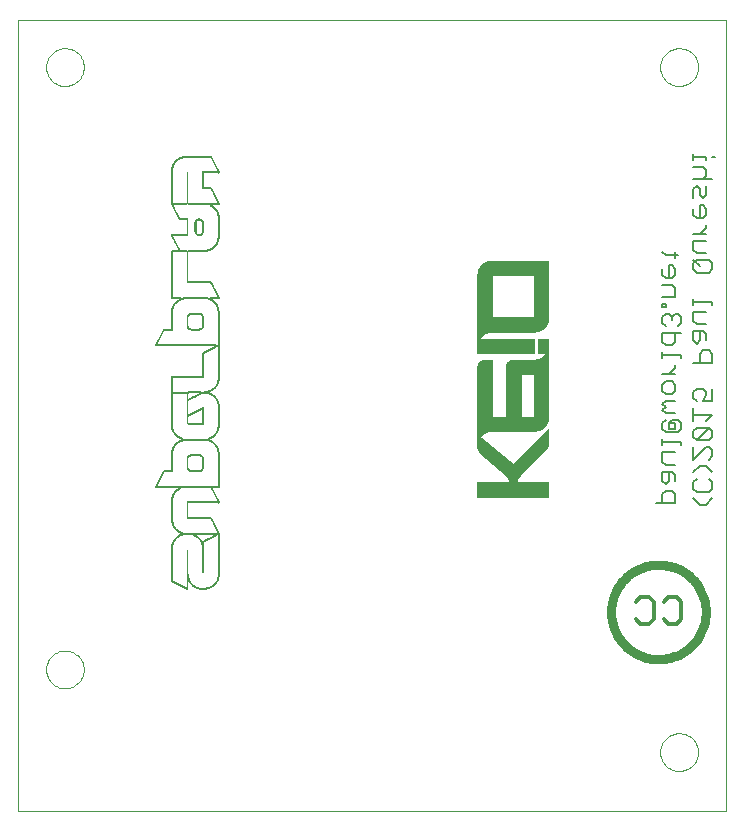
<source format=gbo>
G75*
%MOIN*%
%OFA0B0*%
%FSLAX24Y24*%
%IPPOS*%
%LPD*%
%AMOC8*
5,1,8,0,0,1.08239X$1,22.5*
%
%ADD10C,0.0000*%
%ADD11C,0.0004*%
%ADD12C,0.0080*%
%ADD13C,0.0120*%
%ADD14C,0.0295*%
%ADD15R,0.0008X0.0008*%
%ADD16R,0.0008X0.0024*%
%ADD17R,0.0008X0.0039*%
%ADD18R,0.0008X0.0055*%
%ADD19R,0.0008X0.0071*%
%ADD20R,0.0008X0.0087*%
%ADD21R,0.0008X0.0102*%
%ADD22R,0.0008X0.0118*%
%ADD23R,0.0008X0.0134*%
%ADD24R,0.0008X0.0047*%
%ADD25R,0.0008X0.0094*%
%ADD26R,0.0008X0.0016*%
%ADD27R,0.0008X0.1102*%
%ADD28R,0.0008X0.0630*%
%ADD29R,0.0008X0.0606*%
%ADD30R,0.0008X0.1661*%
%ADD31R,0.0008X0.1614*%
%ADD32R,0.0008X0.0031*%
%ADD33R,0.0008X0.1118*%
%ADD34R,0.0008X0.1165*%
%ADD35R,0.0008X0.0740*%
%ADD36R,0.0008X0.0669*%
%ADD37R,0.0008X0.1717*%
%ADD38R,0.0008X0.1197*%
%ADD39R,0.0008X0.1205*%
%ADD40R,0.0008X0.0819*%
%ADD41R,0.0008X0.0701*%
%ADD42R,0.0008X0.1756*%
%ADD43R,0.0008X0.0063*%
%ADD44R,0.0008X0.1244*%
%ADD45R,0.0008X0.1236*%
%ADD46R,0.0008X0.0874*%
%ADD47R,0.0008X0.0732*%
%ADD48R,0.0008X0.1780*%
%ADD49R,0.0008X0.0079*%
%ADD50R,0.0008X0.1291*%
%ADD51R,0.0008X0.1268*%
%ADD52R,0.0008X0.0921*%
%ADD53R,0.0008X0.0756*%
%ADD54R,0.0008X0.1811*%
%ADD55R,0.0008X0.1331*%
%ADD56R,0.0008X0.0969*%
%ADD57R,0.0008X0.0772*%
%ADD58R,0.0008X0.1827*%
%ADD59R,0.0008X0.0110*%
%ADD60R,0.0008X0.1362*%
%ADD61R,0.0008X0.0165*%
%ADD62R,0.0008X0.0157*%
%ADD63R,0.0008X0.0126*%
%ADD64R,0.0008X0.0142*%
%ADD65R,0.0008X0.0535*%
%ADD66R,0.0008X0.0780*%
%ADD67R,0.0008X0.0567*%
%ADD68R,0.0008X0.0346*%
%ADD69R,0.0008X0.0283*%
%ADD70R,0.0008X0.0803*%
%ADD71R,0.0008X0.1094*%
%ADD72R,0.0008X0.1071*%
%ADD73R,0.0008X0.0386*%
%ADD74R,0.0008X0.0543*%
%ADD75R,0.0008X0.0417*%
%ADD76R,0.0008X0.0441*%
%ADD77R,0.0008X0.0551*%
%ADD78R,0.0008X0.0457*%
%ADD79R,0.0008X0.0197*%
%ADD80R,0.0008X0.0150*%
%ADD81R,0.0008X0.0331*%
%ADD82R,0.0008X0.0378*%
%ADD83R,0.0008X0.0409*%
%ADD84R,0.0008X0.0433*%
%ADD85R,0.0008X0.0472*%
%ADD86R,0.0008X0.0520*%
%ADD87R,0.0008X0.0528*%
%ADD88R,0.0008X0.0827*%
%ADD89R,0.0008X0.0575*%
%ADD90R,0.0008X0.0835*%
%ADD91R,0.0008X0.0370*%
%ADD92R,0.0008X0.0583*%
%ADD93R,0.0008X0.0315*%
%ADD94R,0.0008X0.0843*%
%ADD95R,0.0008X0.0189*%
%ADD96R,0.0008X0.0181*%
%ADD97R,0.0008X0.1276*%
%ADD98R,0.0008X0.2520*%
%ADD99R,0.0008X0.0953*%
%ADD100R,0.0008X0.1583*%
%ADD101R,0.0008X0.1252*%
%ADD102R,0.0008X0.0173*%
%ADD103R,0.0008X0.0717*%
%ADD104R,0.0008X0.2480*%
%ADD105R,0.0008X0.0906*%
%ADD106R,0.0008X0.1535*%
%ADD107R,0.0008X0.1220*%
%ADD108R,0.0008X0.0693*%
%ADD109R,0.0008X0.2425*%
%ADD110R,0.0008X0.0850*%
%ADD111R,0.0008X0.1488*%
%ADD112R,0.0008X0.1189*%
%ADD113R,0.0008X0.0661*%
%ADD114R,0.0008X0.2354*%
%ADD115R,0.0008X0.0787*%
%ADD116R,0.0008X0.1433*%
%ADD117R,0.0008X0.1150*%
%ADD118R,0.0008X0.0622*%
%ADD119R,0.0008X0.2276*%
D10*
X000389Y000891D02*
X000389Y027269D01*
X024011Y027269D01*
X024011Y000891D01*
X000389Y000891D01*
X001333Y005615D02*
X001335Y005665D01*
X001341Y005715D01*
X001351Y005764D01*
X001365Y005812D01*
X001382Y005859D01*
X001403Y005904D01*
X001428Y005948D01*
X001456Y005989D01*
X001488Y006028D01*
X001522Y006065D01*
X001559Y006099D01*
X001599Y006129D01*
X001641Y006156D01*
X001685Y006180D01*
X001731Y006201D01*
X001778Y006217D01*
X001826Y006230D01*
X001876Y006239D01*
X001925Y006244D01*
X001976Y006245D01*
X002026Y006242D01*
X002075Y006235D01*
X002124Y006224D01*
X002172Y006209D01*
X002218Y006191D01*
X002263Y006169D01*
X002306Y006143D01*
X002347Y006114D01*
X002386Y006082D01*
X002422Y006047D01*
X002454Y006009D01*
X002484Y005969D01*
X002511Y005926D01*
X002534Y005882D01*
X002553Y005836D01*
X002569Y005788D01*
X002581Y005739D01*
X002589Y005690D01*
X002593Y005640D01*
X002593Y005590D01*
X002589Y005540D01*
X002581Y005491D01*
X002569Y005442D01*
X002553Y005394D01*
X002534Y005348D01*
X002511Y005304D01*
X002484Y005261D01*
X002454Y005221D01*
X002422Y005183D01*
X002386Y005148D01*
X002347Y005116D01*
X002306Y005087D01*
X002263Y005061D01*
X002218Y005039D01*
X002172Y005021D01*
X002124Y005006D01*
X002075Y004995D01*
X002026Y004988D01*
X001976Y004985D01*
X001925Y004986D01*
X001876Y004991D01*
X001826Y005000D01*
X001778Y005013D01*
X001731Y005029D01*
X001685Y005050D01*
X001641Y005074D01*
X001599Y005101D01*
X001559Y005131D01*
X001522Y005165D01*
X001488Y005202D01*
X001456Y005241D01*
X001428Y005282D01*
X001403Y005326D01*
X001382Y005371D01*
X001365Y005418D01*
X001351Y005466D01*
X001341Y005515D01*
X001335Y005565D01*
X001333Y005615D01*
X001333Y025694D02*
X001335Y025744D01*
X001341Y025794D01*
X001351Y025843D01*
X001365Y025891D01*
X001382Y025938D01*
X001403Y025983D01*
X001428Y026027D01*
X001456Y026068D01*
X001488Y026107D01*
X001522Y026144D01*
X001559Y026178D01*
X001599Y026208D01*
X001641Y026235D01*
X001685Y026259D01*
X001731Y026280D01*
X001778Y026296D01*
X001826Y026309D01*
X001876Y026318D01*
X001925Y026323D01*
X001976Y026324D01*
X002026Y026321D01*
X002075Y026314D01*
X002124Y026303D01*
X002172Y026288D01*
X002218Y026270D01*
X002263Y026248D01*
X002306Y026222D01*
X002347Y026193D01*
X002386Y026161D01*
X002422Y026126D01*
X002454Y026088D01*
X002484Y026048D01*
X002511Y026005D01*
X002534Y025961D01*
X002553Y025915D01*
X002569Y025867D01*
X002581Y025818D01*
X002589Y025769D01*
X002593Y025719D01*
X002593Y025669D01*
X002589Y025619D01*
X002581Y025570D01*
X002569Y025521D01*
X002553Y025473D01*
X002534Y025427D01*
X002511Y025383D01*
X002484Y025340D01*
X002454Y025300D01*
X002422Y025262D01*
X002386Y025227D01*
X002347Y025195D01*
X002306Y025166D01*
X002263Y025140D01*
X002218Y025118D01*
X002172Y025100D01*
X002124Y025085D01*
X002075Y025074D01*
X002026Y025067D01*
X001976Y025064D01*
X001925Y025065D01*
X001876Y025070D01*
X001826Y025079D01*
X001778Y025092D01*
X001731Y025108D01*
X001685Y025129D01*
X001641Y025153D01*
X001599Y025180D01*
X001559Y025210D01*
X001522Y025244D01*
X001488Y025281D01*
X001456Y025320D01*
X001428Y025361D01*
X001403Y025405D01*
X001382Y025450D01*
X001365Y025497D01*
X001351Y025545D01*
X001341Y025594D01*
X001335Y025644D01*
X001333Y025694D01*
X021806Y025694D02*
X021808Y025744D01*
X021814Y025794D01*
X021824Y025843D01*
X021838Y025891D01*
X021855Y025938D01*
X021876Y025983D01*
X021901Y026027D01*
X021929Y026068D01*
X021961Y026107D01*
X021995Y026144D01*
X022032Y026178D01*
X022072Y026208D01*
X022114Y026235D01*
X022158Y026259D01*
X022204Y026280D01*
X022251Y026296D01*
X022299Y026309D01*
X022349Y026318D01*
X022398Y026323D01*
X022449Y026324D01*
X022499Y026321D01*
X022548Y026314D01*
X022597Y026303D01*
X022645Y026288D01*
X022691Y026270D01*
X022736Y026248D01*
X022779Y026222D01*
X022820Y026193D01*
X022859Y026161D01*
X022895Y026126D01*
X022927Y026088D01*
X022957Y026048D01*
X022984Y026005D01*
X023007Y025961D01*
X023026Y025915D01*
X023042Y025867D01*
X023054Y025818D01*
X023062Y025769D01*
X023066Y025719D01*
X023066Y025669D01*
X023062Y025619D01*
X023054Y025570D01*
X023042Y025521D01*
X023026Y025473D01*
X023007Y025427D01*
X022984Y025383D01*
X022957Y025340D01*
X022927Y025300D01*
X022895Y025262D01*
X022859Y025227D01*
X022820Y025195D01*
X022779Y025166D01*
X022736Y025140D01*
X022691Y025118D01*
X022645Y025100D01*
X022597Y025085D01*
X022548Y025074D01*
X022499Y025067D01*
X022449Y025064D01*
X022398Y025065D01*
X022349Y025070D01*
X022299Y025079D01*
X022251Y025092D01*
X022204Y025108D01*
X022158Y025129D01*
X022114Y025153D01*
X022072Y025180D01*
X022032Y025210D01*
X021995Y025244D01*
X021961Y025281D01*
X021929Y025320D01*
X021901Y025361D01*
X021876Y025405D01*
X021855Y025450D01*
X021838Y025497D01*
X021824Y025545D01*
X021814Y025594D01*
X021808Y025644D01*
X021806Y025694D01*
X021806Y002859D02*
X021808Y002909D01*
X021814Y002959D01*
X021824Y003008D01*
X021838Y003056D01*
X021855Y003103D01*
X021876Y003148D01*
X021901Y003192D01*
X021929Y003233D01*
X021961Y003272D01*
X021995Y003309D01*
X022032Y003343D01*
X022072Y003373D01*
X022114Y003400D01*
X022158Y003424D01*
X022204Y003445D01*
X022251Y003461D01*
X022299Y003474D01*
X022349Y003483D01*
X022398Y003488D01*
X022449Y003489D01*
X022499Y003486D01*
X022548Y003479D01*
X022597Y003468D01*
X022645Y003453D01*
X022691Y003435D01*
X022736Y003413D01*
X022779Y003387D01*
X022820Y003358D01*
X022859Y003326D01*
X022895Y003291D01*
X022927Y003253D01*
X022957Y003213D01*
X022984Y003170D01*
X023007Y003126D01*
X023026Y003080D01*
X023042Y003032D01*
X023054Y002983D01*
X023062Y002934D01*
X023066Y002884D01*
X023066Y002834D01*
X023062Y002784D01*
X023054Y002735D01*
X023042Y002686D01*
X023026Y002638D01*
X023007Y002592D01*
X022984Y002548D01*
X022957Y002505D01*
X022927Y002465D01*
X022895Y002427D01*
X022859Y002392D01*
X022820Y002360D01*
X022779Y002331D01*
X022736Y002305D01*
X022691Y002283D01*
X022645Y002265D01*
X022597Y002250D01*
X022548Y002239D01*
X022499Y002232D01*
X022449Y002229D01*
X022398Y002230D01*
X022349Y002235D01*
X022299Y002244D01*
X022251Y002257D01*
X022204Y002273D01*
X022158Y002294D01*
X022114Y002318D01*
X022072Y002345D01*
X022032Y002375D01*
X021995Y002409D01*
X021961Y002446D01*
X021929Y002485D01*
X021901Y002526D01*
X021876Y002570D01*
X021855Y002615D01*
X021838Y002662D01*
X021824Y002710D01*
X021814Y002759D01*
X021808Y002809D01*
X021806Y002859D01*
D11*
X018074Y011367D02*
X015711Y011367D01*
X015711Y011863D01*
X016774Y011863D01*
X017011Y011863D01*
X018074Y011863D01*
X018074Y011367D01*
X018074Y011368D02*
X015711Y011368D01*
X015711Y011371D02*
X018074Y011371D01*
X018074Y011373D02*
X015711Y011373D01*
X015711Y011376D02*
X018074Y011376D01*
X018074Y011378D02*
X015711Y011378D01*
X015711Y011380D02*
X018074Y011380D01*
X018074Y011383D02*
X015711Y011383D01*
X015711Y011385D02*
X018074Y011385D01*
X018074Y011388D02*
X015711Y011388D01*
X015711Y011390D02*
X018074Y011390D01*
X018074Y011393D02*
X015711Y011393D01*
X015711Y011395D02*
X018074Y011395D01*
X018074Y011398D02*
X015711Y011398D01*
X015711Y011400D02*
X018074Y011400D01*
X018074Y011402D02*
X015711Y011402D01*
X015711Y011405D02*
X018074Y011405D01*
X018074Y011407D02*
X015711Y011407D01*
X015711Y011410D02*
X018074Y011410D01*
X018074Y011412D02*
X015711Y011412D01*
X015711Y011415D02*
X018074Y011415D01*
X018074Y011417D02*
X015711Y011417D01*
X015711Y011419D02*
X018074Y011419D01*
X018074Y011422D02*
X015711Y011422D01*
X015711Y011424D02*
X018074Y011424D01*
X018074Y011427D02*
X015711Y011427D01*
X015711Y011429D02*
X018074Y011429D01*
X018074Y011432D02*
X015711Y011432D01*
X015711Y011434D02*
X018074Y011434D01*
X018074Y011437D02*
X015711Y011437D01*
X015711Y011439D02*
X018074Y011439D01*
X018074Y011441D02*
X015711Y011441D01*
X015711Y011444D02*
X018074Y011444D01*
X018074Y011446D02*
X015711Y011446D01*
X015711Y011449D02*
X018074Y011449D01*
X018074Y011451D02*
X015711Y011451D01*
X015711Y011454D02*
X018074Y011454D01*
X018074Y011456D02*
X015711Y011456D01*
X015711Y011458D02*
X018074Y011458D01*
X018074Y011461D02*
X015711Y011461D01*
X015711Y011463D02*
X018074Y011463D01*
X018074Y011466D02*
X015711Y011466D01*
X015711Y011468D02*
X018074Y011468D01*
X018074Y011471D02*
X015711Y011471D01*
X015711Y011473D02*
X018074Y011473D01*
X018074Y011476D02*
X015711Y011476D01*
X015711Y011478D02*
X018074Y011478D01*
X018074Y011480D02*
X015711Y011480D01*
X015711Y011483D02*
X018074Y011483D01*
X018074Y011485D02*
X015711Y011485D01*
X015711Y011488D02*
X018074Y011488D01*
X018074Y011490D02*
X015711Y011490D01*
X015711Y011493D02*
X018074Y011493D01*
X018074Y011495D02*
X015711Y011495D01*
X015711Y011497D02*
X018074Y011497D01*
X018074Y011500D02*
X015711Y011500D01*
X015711Y011502D02*
X018074Y011502D01*
X018074Y011505D02*
X015711Y011505D01*
X015711Y011507D02*
X018074Y011507D01*
X018074Y011510D02*
X015711Y011510D01*
X015711Y011512D02*
X018074Y011512D01*
X018074Y011515D02*
X015711Y011515D01*
X015711Y011517D02*
X018074Y011517D01*
X018074Y011519D02*
X015711Y011519D01*
X015711Y011522D02*
X018074Y011522D01*
X018074Y011524D02*
X015711Y011524D01*
X015711Y011527D02*
X018074Y011527D01*
X018074Y011529D02*
X015711Y011529D01*
X015711Y011532D02*
X018074Y011532D01*
X018074Y011534D02*
X015711Y011534D01*
X015711Y011536D02*
X018074Y011536D01*
X018074Y011539D02*
X015711Y011539D01*
X015711Y011541D02*
X018074Y011541D01*
X018074Y011544D02*
X015711Y011544D01*
X015711Y011546D02*
X018074Y011546D01*
X018074Y011549D02*
X015711Y011549D01*
X015711Y011551D02*
X018074Y011551D01*
X018074Y011554D02*
X015711Y011554D01*
X015711Y011556D02*
X018074Y011556D01*
X018074Y011558D02*
X015711Y011558D01*
X015711Y011561D02*
X018074Y011561D01*
X018074Y011563D02*
X015711Y011563D01*
X015711Y011566D02*
X018074Y011566D01*
X018074Y011568D02*
X015711Y011568D01*
X015711Y011571D02*
X018074Y011571D01*
X018074Y011573D02*
X015711Y011573D01*
X015711Y011575D02*
X018074Y011575D01*
X018074Y011578D02*
X015711Y011578D01*
X015711Y011580D02*
X018074Y011580D01*
X018074Y011583D02*
X015711Y011583D01*
X015711Y011585D02*
X018074Y011585D01*
X018074Y011588D02*
X015711Y011588D01*
X015711Y011590D02*
X018074Y011590D01*
X018074Y011593D02*
X015711Y011593D01*
X015711Y011595D02*
X018074Y011595D01*
X018074Y011597D02*
X015711Y011597D01*
X015711Y011600D02*
X018074Y011600D01*
X018074Y011602D02*
X015711Y011602D01*
X015711Y011605D02*
X018074Y011605D01*
X018074Y011607D02*
X015711Y011607D01*
X015711Y011610D02*
X018074Y011610D01*
X018074Y011612D02*
X015711Y011612D01*
X015711Y011614D02*
X018074Y011614D01*
X018074Y011617D02*
X015711Y011617D01*
X015711Y011619D02*
X018074Y011619D01*
X018074Y011622D02*
X015711Y011622D01*
X015711Y011624D02*
X018074Y011624D01*
X018074Y011627D02*
X015711Y011627D01*
X015711Y011629D02*
X018074Y011629D01*
X018074Y011632D02*
X015711Y011632D01*
X015711Y011634D02*
X018074Y011634D01*
X018074Y011636D02*
X015711Y011636D01*
X015711Y011639D02*
X018074Y011639D01*
X018074Y011641D02*
X015711Y011641D01*
X015711Y011644D02*
X018074Y011644D01*
X018074Y011646D02*
X015711Y011646D01*
X015711Y011649D02*
X018074Y011649D01*
X018074Y011651D02*
X015711Y011651D01*
X015711Y011653D02*
X018074Y011653D01*
X018074Y011656D02*
X015711Y011656D01*
X015711Y011658D02*
X018074Y011658D01*
X018074Y011661D02*
X015711Y011661D01*
X015711Y011663D02*
X018074Y011663D01*
X018074Y011666D02*
X015711Y011666D01*
X015711Y011668D02*
X018074Y011668D01*
X018074Y011671D02*
X015711Y011671D01*
X015711Y011673D02*
X018074Y011673D01*
X018074Y011675D02*
X015711Y011675D01*
X015711Y011678D02*
X018074Y011678D01*
X018074Y011680D02*
X015711Y011680D01*
X015711Y011683D02*
X018074Y011683D01*
X018074Y011685D02*
X015711Y011685D01*
X015711Y011688D02*
X018074Y011688D01*
X018074Y011690D02*
X015711Y011690D01*
X015711Y011692D02*
X018074Y011692D01*
X018074Y011695D02*
X015711Y011695D01*
X015711Y011697D02*
X018074Y011697D01*
X018074Y011700D02*
X015711Y011700D01*
X015711Y011702D02*
X018074Y011702D01*
X018074Y011705D02*
X015711Y011705D01*
X015711Y011707D02*
X018074Y011707D01*
X018074Y011710D02*
X015711Y011710D01*
X015711Y011712D02*
X018074Y011712D01*
X018074Y011714D02*
X015711Y011714D01*
X015711Y011717D02*
X018074Y011717D01*
X018074Y011719D02*
X015711Y011719D01*
X015711Y011722D02*
X018074Y011722D01*
X018074Y011724D02*
X015711Y011724D01*
X015711Y011727D02*
X018074Y011727D01*
X018074Y011729D02*
X015711Y011729D01*
X015711Y011731D02*
X018074Y011731D01*
X018074Y011734D02*
X015711Y011734D01*
X015711Y011736D02*
X018074Y011736D01*
X018074Y011739D02*
X015711Y011739D01*
X015711Y011741D02*
X018074Y011741D01*
X018074Y011744D02*
X015711Y011744D01*
X015711Y011746D02*
X018074Y011746D01*
X018074Y011749D02*
X015711Y011749D01*
X015711Y011751D02*
X018074Y011751D01*
X018074Y011753D02*
X015711Y011753D01*
X015711Y011756D02*
X018074Y011756D01*
X018074Y011758D02*
X015711Y011758D01*
X015711Y011761D02*
X018074Y011761D01*
X018074Y011763D02*
X015711Y011763D01*
X015711Y011766D02*
X018074Y011766D01*
X018074Y011768D02*
X015711Y011768D01*
X015711Y011770D02*
X018074Y011770D01*
X018074Y011773D02*
X015711Y011773D01*
X015711Y011775D02*
X018074Y011775D01*
X018074Y011778D02*
X015711Y011778D01*
X015711Y011780D02*
X018074Y011780D01*
X018074Y011783D02*
X015711Y011783D01*
X015711Y011785D02*
X018074Y011785D01*
X018074Y011788D02*
X015711Y011788D01*
X015711Y011790D02*
X018074Y011790D01*
X018074Y011792D02*
X015711Y011792D01*
X015711Y011795D02*
X018074Y011795D01*
X018074Y011797D02*
X015711Y011797D01*
X015711Y011800D02*
X018074Y011800D01*
X018074Y011802D02*
X015711Y011802D01*
X015711Y011805D02*
X018074Y011805D01*
X018074Y011807D02*
X015711Y011807D01*
X015711Y011809D02*
X018074Y011809D01*
X018074Y011812D02*
X015711Y011812D01*
X015711Y011814D02*
X018074Y011814D01*
X018074Y011817D02*
X015711Y011817D01*
X015711Y011819D02*
X018074Y011819D01*
X018074Y011822D02*
X015711Y011822D01*
X015711Y011824D02*
X018074Y011824D01*
X018074Y011827D02*
X015711Y011827D01*
X015711Y011829D02*
X018074Y011829D01*
X018074Y011831D02*
X015711Y011831D01*
X015711Y011834D02*
X018074Y011834D01*
X018074Y011836D02*
X015711Y011836D01*
X015711Y011839D02*
X018074Y011839D01*
X018074Y011841D02*
X015711Y011841D01*
X015711Y011844D02*
X018074Y011844D01*
X018074Y011846D02*
X015711Y011846D01*
X015711Y011848D02*
X018074Y011848D01*
X018074Y011851D02*
X015711Y011851D01*
X015711Y011853D02*
X018074Y011853D01*
X018074Y011856D02*
X015711Y011856D01*
X015711Y011858D02*
X018074Y011858D01*
X018074Y011861D02*
X015711Y011861D01*
X016228Y012465D02*
X016877Y012465D01*
X016880Y012463D02*
X016230Y012463D01*
X016233Y012460D02*
X016883Y012460D01*
X016886Y012458D02*
X016236Y012458D01*
X016239Y012455D02*
X016889Y012455D01*
X016892Y012453D02*
X016242Y012453D01*
X016243Y012452D02*
X015830Y012806D01*
X016466Y012806D01*
X016469Y012804D02*
X015833Y012804D01*
X015830Y012806D02*
X015772Y012879D01*
X015730Y012954D01*
X015711Y013044D01*
X015711Y014760D01*
X015711Y014760D01*
X016184Y014760D01*
X016184Y014046D01*
X016657Y014046D01*
X016657Y014760D01*
X017155Y014760D01*
X017155Y014046D01*
X017601Y014046D01*
X017601Y014760D01*
X018074Y014760D01*
X018074Y014046D01*
X018063Y013952D01*
X018036Y013862D01*
X017992Y013783D01*
X017936Y013712D01*
X017865Y013654D01*
X017786Y013610D01*
X017697Y013583D01*
X017601Y013575D01*
X016184Y013575D01*
X016066Y013560D01*
X015959Y013519D01*
X015866Y013452D01*
X015711Y013452D01*
X015711Y013450D02*
X015863Y013450D01*
X015861Y013447D02*
X015711Y013447D01*
X015711Y013445D02*
X015859Y013445D01*
X015857Y013442D02*
X015711Y013442D01*
X015711Y013440D02*
X015855Y013440D01*
X015852Y013438D02*
X015711Y013438D01*
X015711Y013435D02*
X015850Y013435D01*
X015848Y013433D02*
X015711Y013433D01*
X015711Y013430D02*
X015846Y013430D01*
X015844Y013428D02*
X015711Y013428D01*
X015711Y013425D02*
X015842Y013425D01*
X015839Y013423D02*
X015711Y013423D01*
X015711Y013420D02*
X015837Y013420D01*
X015835Y013418D02*
X015711Y013418D01*
X015711Y013416D02*
X015833Y013416D01*
X015831Y013413D02*
X015711Y013413D01*
X015711Y013411D02*
X015828Y013411D01*
X015826Y013408D02*
X015711Y013408D01*
X015711Y013406D02*
X015824Y013406D01*
X015822Y013403D02*
X015711Y013403D01*
X015711Y013401D02*
X015820Y013401D01*
X015817Y013399D02*
X015711Y013399D01*
X015711Y013396D02*
X015815Y013396D01*
X015813Y013394D02*
X015711Y013394D01*
X015711Y013391D02*
X015811Y013391D01*
X015809Y013389D02*
X015711Y013389D01*
X015711Y013386D02*
X015806Y013386D01*
X015804Y013384D02*
X015711Y013384D01*
X015711Y013381D02*
X015802Y013381D01*
X015800Y013379D02*
X015711Y013379D01*
X015711Y013377D02*
X015798Y013377D01*
X015795Y013374D02*
X015711Y013374D01*
X015711Y013372D02*
X015793Y013372D01*
X015791Y013369D02*
X015711Y013369D01*
X015711Y013367D02*
X015791Y013367D01*
X016159Y013063D01*
X016526Y012756D01*
X016893Y012452D01*
X018074Y013633D01*
X018074Y013160D01*
X018059Y013088D01*
X018024Y013013D01*
X017454Y013013D01*
X017451Y013011D02*
X018022Y013011D01*
X018024Y013013D02*
X017955Y012925D01*
X017542Y012511D01*
X017130Y012098D01*
X017070Y012025D01*
X017030Y011948D01*
X017011Y011863D01*
X017012Y011866D02*
X016774Y011866D01*
X016774Y011868D02*
X017012Y011868D01*
X017013Y011870D02*
X016774Y011870D01*
X016774Y011873D02*
X017013Y011873D01*
X017014Y011875D02*
X016774Y011875D01*
X016774Y011878D02*
X017015Y011878D01*
X017015Y011880D02*
X016774Y011880D01*
X016774Y011883D02*
X017016Y011883D01*
X017016Y011885D02*
X016774Y011885D01*
X016774Y011884D02*
X016763Y011940D01*
X016728Y012015D01*
X016657Y012098D01*
X016243Y012452D01*
X016245Y012450D02*
X017482Y012450D01*
X017480Y012448D02*
X016248Y012448D01*
X016250Y012446D02*
X017477Y012446D01*
X017475Y012443D02*
X016253Y012443D01*
X016256Y012441D02*
X017473Y012441D01*
X017470Y012438D02*
X016259Y012438D01*
X016262Y012436D02*
X017468Y012436D01*
X017465Y012433D02*
X016265Y012433D01*
X016267Y012431D02*
X017463Y012431D01*
X017460Y012429D02*
X016270Y012429D01*
X016273Y012426D02*
X017458Y012426D01*
X017456Y012424D02*
X016276Y012424D01*
X016279Y012421D02*
X017453Y012421D01*
X017451Y012419D02*
X016282Y012419D01*
X016285Y012416D02*
X017448Y012416D01*
X017446Y012414D02*
X016287Y012414D01*
X016290Y012411D02*
X017443Y012411D01*
X017441Y012409D02*
X016293Y012409D01*
X016296Y012407D02*
X017438Y012407D01*
X017436Y012404D02*
X016299Y012404D01*
X016302Y012402D02*
X017434Y012402D01*
X017431Y012399D02*
X016305Y012399D01*
X016307Y012397D02*
X017429Y012397D01*
X017426Y012394D02*
X016310Y012394D01*
X016313Y012392D02*
X017424Y012392D01*
X017421Y012390D02*
X016316Y012390D01*
X016319Y012387D02*
X017419Y012387D01*
X017417Y012385D02*
X016322Y012385D01*
X016325Y012382D02*
X017414Y012382D01*
X017412Y012380D02*
X016327Y012380D01*
X016330Y012377D02*
X017409Y012377D01*
X017407Y012375D02*
X016333Y012375D01*
X016336Y012372D02*
X017404Y012372D01*
X017402Y012370D02*
X016339Y012370D01*
X016342Y012368D02*
X017399Y012368D01*
X017397Y012365D02*
X016345Y012365D01*
X016347Y012363D02*
X017395Y012363D01*
X017392Y012360D02*
X016350Y012360D01*
X016353Y012358D02*
X017390Y012358D01*
X017387Y012355D02*
X016356Y012355D01*
X016359Y012353D02*
X017385Y012353D01*
X017382Y012351D02*
X016362Y012351D01*
X016364Y012348D02*
X017380Y012348D01*
X017378Y012346D02*
X016367Y012346D01*
X016370Y012343D02*
X017375Y012343D01*
X017373Y012341D02*
X016373Y012341D01*
X016376Y012338D02*
X017370Y012338D01*
X017368Y012336D02*
X016379Y012336D01*
X016382Y012333D02*
X017365Y012333D01*
X017363Y012331D02*
X016384Y012331D01*
X016387Y012329D02*
X017360Y012329D01*
X017358Y012326D02*
X016390Y012326D01*
X016393Y012324D02*
X017356Y012324D01*
X017353Y012321D02*
X016396Y012321D01*
X016399Y012319D02*
X017351Y012319D01*
X017348Y012316D02*
X016402Y012316D01*
X016404Y012314D02*
X017346Y012314D01*
X017343Y012312D02*
X016407Y012312D01*
X016410Y012309D02*
X017341Y012309D01*
X017339Y012307D02*
X016413Y012307D01*
X016416Y012304D02*
X017336Y012304D01*
X017334Y012302D02*
X016419Y012302D01*
X016422Y012299D02*
X017331Y012299D01*
X017329Y012297D02*
X016424Y012297D01*
X016427Y012294D02*
X017326Y012294D01*
X017324Y012292D02*
X016430Y012292D01*
X016433Y012290D02*
X017321Y012290D01*
X017319Y012287D02*
X016436Y012287D01*
X016439Y012285D02*
X017317Y012285D01*
X017314Y012282D02*
X016442Y012282D01*
X016444Y012280D02*
X017312Y012280D01*
X017309Y012277D02*
X016447Y012277D01*
X016450Y012275D02*
X017307Y012275D01*
X017304Y012273D02*
X016453Y012273D01*
X016456Y012270D02*
X017302Y012270D01*
X017300Y012268D02*
X016459Y012268D01*
X016461Y012265D02*
X017297Y012265D01*
X017295Y012263D02*
X016464Y012263D01*
X016467Y012260D02*
X017292Y012260D01*
X017290Y012258D02*
X016470Y012258D01*
X016473Y012255D02*
X017287Y012255D01*
X017285Y012253D02*
X016476Y012253D01*
X016479Y012251D02*
X017282Y012251D01*
X017280Y012248D02*
X016481Y012248D01*
X016484Y012246D02*
X017278Y012246D01*
X017275Y012243D02*
X016487Y012243D01*
X016490Y012241D02*
X017273Y012241D01*
X017270Y012238D02*
X016493Y012238D01*
X016496Y012236D02*
X017268Y012236D01*
X017265Y012234D02*
X016499Y012234D01*
X016501Y012231D02*
X017263Y012231D01*
X017261Y012229D02*
X016504Y012229D01*
X016507Y012226D02*
X017258Y012226D01*
X017256Y012224D02*
X016510Y012224D01*
X016513Y012221D02*
X017253Y012221D01*
X017251Y012219D02*
X016516Y012219D01*
X016519Y012216D02*
X017248Y012216D01*
X017246Y012214D02*
X016521Y012214D01*
X016524Y012212D02*
X017243Y012212D01*
X017241Y012209D02*
X016527Y012209D01*
X016530Y012207D02*
X017239Y012207D01*
X017236Y012204D02*
X016533Y012204D01*
X016536Y012202D02*
X017234Y012202D01*
X017231Y012199D02*
X016539Y012199D01*
X016541Y012197D02*
X017229Y012197D01*
X017226Y012195D02*
X016544Y012195D01*
X016547Y012192D02*
X017224Y012192D01*
X017222Y012190D02*
X016550Y012190D01*
X016553Y012187D02*
X017219Y012187D01*
X017217Y012185D02*
X016556Y012185D01*
X016558Y012182D02*
X017214Y012182D01*
X017212Y012180D02*
X016561Y012180D01*
X016564Y012177D02*
X017209Y012177D01*
X017207Y012175D02*
X016567Y012175D01*
X016570Y012173D02*
X017205Y012173D01*
X017202Y012170D02*
X016573Y012170D01*
X016576Y012168D02*
X017200Y012168D01*
X017197Y012165D02*
X016578Y012165D01*
X016581Y012163D02*
X017195Y012163D01*
X017192Y012160D02*
X016584Y012160D01*
X016587Y012158D02*
X017190Y012158D01*
X017187Y012156D02*
X016590Y012156D01*
X016593Y012153D02*
X017185Y012153D01*
X017183Y012151D02*
X016596Y012151D01*
X016598Y012148D02*
X017180Y012148D01*
X017178Y012146D02*
X016601Y012146D01*
X016604Y012143D02*
X017175Y012143D01*
X017173Y012141D02*
X016607Y012141D01*
X016610Y012138D02*
X017170Y012138D01*
X017168Y012136D02*
X016613Y012136D01*
X016616Y012134D02*
X017166Y012134D01*
X017163Y012131D02*
X016618Y012131D01*
X016621Y012129D02*
X017161Y012129D01*
X017158Y012126D02*
X016624Y012126D01*
X016627Y012124D02*
X017156Y012124D01*
X017153Y012121D02*
X016630Y012121D01*
X016633Y012119D02*
X017151Y012119D01*
X017148Y012117D02*
X016636Y012117D01*
X016638Y012114D02*
X017146Y012114D01*
X017144Y012112D02*
X016641Y012112D01*
X016644Y012109D02*
X017141Y012109D01*
X017139Y012107D02*
X016647Y012107D01*
X016650Y012104D02*
X017136Y012104D01*
X017134Y012102D02*
X016653Y012102D01*
X016656Y012099D02*
X017131Y012099D01*
X017129Y012097D02*
X016658Y012097D01*
X016660Y012095D02*
X017127Y012095D01*
X017125Y012092D02*
X016662Y012092D01*
X016664Y012090D02*
X017123Y012090D01*
X017121Y012087D02*
X016666Y012087D01*
X016668Y012085D02*
X017119Y012085D01*
X017117Y012082D02*
X016670Y012082D01*
X016673Y012080D02*
X017115Y012080D01*
X017113Y012078D02*
X016675Y012078D01*
X016677Y012075D02*
X017111Y012075D01*
X017109Y012073D02*
X016679Y012073D01*
X016681Y012070D02*
X017107Y012070D01*
X017105Y012068D02*
X016683Y012068D01*
X016685Y012065D02*
X017103Y012065D01*
X017101Y012063D02*
X016687Y012063D01*
X016689Y012060D02*
X017099Y012060D01*
X017097Y012058D02*
X016691Y012058D01*
X016693Y012056D02*
X017095Y012056D01*
X017093Y012053D02*
X016695Y012053D01*
X016697Y012051D02*
X017091Y012051D01*
X017089Y012048D02*
X016699Y012048D01*
X016702Y012046D02*
X017087Y012046D01*
X017085Y012043D02*
X016704Y012043D01*
X016706Y012041D02*
X017083Y012041D01*
X017081Y012039D02*
X016708Y012039D01*
X016710Y012036D02*
X017079Y012036D01*
X017077Y012034D02*
X016712Y012034D01*
X016714Y012031D02*
X017075Y012031D01*
X017073Y012029D02*
X016716Y012029D01*
X016718Y012026D02*
X017071Y012026D01*
X017069Y012024D02*
X016720Y012024D01*
X016722Y012021D02*
X017068Y012021D01*
X017066Y012019D02*
X016724Y012019D01*
X016726Y012017D02*
X017065Y012017D01*
X017064Y012014D02*
X016728Y012014D01*
X016729Y012012D02*
X017063Y012012D01*
X017061Y012009D02*
X016731Y012009D01*
X016732Y012007D02*
X017060Y012007D01*
X017059Y012004D02*
X016733Y012004D01*
X016734Y012002D02*
X017058Y012002D01*
X017056Y012000D02*
X016735Y012000D01*
X016736Y011997D02*
X017055Y011997D01*
X017054Y011995D02*
X016737Y011995D01*
X016739Y011992D02*
X017053Y011992D01*
X017051Y011990D02*
X016740Y011990D01*
X016741Y011987D02*
X017050Y011987D01*
X017049Y011985D02*
X016742Y011985D01*
X016743Y011982D02*
X017048Y011982D01*
X017046Y011980D02*
X016744Y011980D01*
X016745Y011978D02*
X017045Y011978D01*
X017044Y011975D02*
X016747Y011975D01*
X016748Y011973D02*
X017043Y011973D01*
X017041Y011970D02*
X016749Y011970D01*
X016750Y011968D02*
X017040Y011968D01*
X017039Y011965D02*
X016751Y011965D01*
X016752Y011963D02*
X017038Y011963D01*
X017036Y011961D02*
X016754Y011961D01*
X016755Y011958D02*
X017035Y011958D01*
X017034Y011956D02*
X016756Y011956D01*
X016757Y011953D02*
X017033Y011953D01*
X017031Y011951D02*
X016758Y011951D01*
X016759Y011948D02*
X017030Y011948D01*
X017030Y011946D02*
X016760Y011946D01*
X016762Y011943D02*
X017029Y011943D01*
X017028Y011941D02*
X016763Y011941D01*
X016764Y011939D02*
X017028Y011939D01*
X017027Y011936D02*
X016764Y011936D01*
X016764Y011934D02*
X017027Y011934D01*
X017026Y011931D02*
X016765Y011931D01*
X016765Y011929D02*
X017026Y011929D01*
X017025Y011926D02*
X016766Y011926D01*
X016766Y011924D02*
X017025Y011924D01*
X017024Y011922D02*
X016767Y011922D01*
X016767Y011919D02*
X017024Y011919D01*
X017023Y011917D02*
X016768Y011917D01*
X016768Y011914D02*
X017023Y011914D01*
X017022Y011912D02*
X016769Y011912D01*
X016769Y011909D02*
X017022Y011909D01*
X017021Y011907D02*
X016769Y011907D01*
X016770Y011905D02*
X017020Y011905D01*
X017020Y011902D02*
X016770Y011902D01*
X016771Y011900D02*
X017019Y011900D01*
X017019Y011897D02*
X016771Y011897D01*
X016772Y011895D02*
X017018Y011895D01*
X017018Y011892D02*
X016772Y011892D01*
X016773Y011890D02*
X017017Y011890D01*
X017017Y011887D02*
X016773Y011887D01*
X016774Y011884D02*
X016774Y011863D01*
X016893Y012453D02*
X017485Y012453D01*
X017487Y012455D02*
X016896Y012455D01*
X016898Y012458D02*
X017490Y012458D01*
X017492Y012460D02*
X016901Y012460D01*
X016903Y012463D02*
X017495Y012463D01*
X017497Y012465D02*
X016905Y012465D01*
X016908Y012468D02*
X017499Y012468D01*
X017502Y012470D02*
X016910Y012470D01*
X016913Y012472D02*
X017504Y012472D01*
X017507Y012475D02*
X016915Y012475D01*
X016918Y012477D02*
X017509Y012477D01*
X017512Y012480D02*
X016920Y012480D01*
X016922Y012482D02*
X017514Y012482D01*
X017516Y012485D02*
X016925Y012485D01*
X016927Y012487D02*
X017519Y012487D01*
X017521Y012489D02*
X016930Y012489D01*
X016932Y012492D02*
X017524Y012492D01*
X017526Y012494D02*
X016935Y012494D01*
X016937Y012497D02*
X017529Y012497D01*
X017531Y012499D02*
X016940Y012499D01*
X016942Y012502D02*
X017534Y012502D01*
X017536Y012504D02*
X016944Y012504D01*
X016947Y012507D02*
X017538Y012507D01*
X017541Y012509D02*
X016949Y012509D01*
X016952Y012511D02*
X017543Y012511D01*
X017546Y012514D02*
X016954Y012514D01*
X016957Y012516D02*
X017548Y012516D01*
X017551Y012519D02*
X016959Y012519D01*
X016961Y012521D02*
X017553Y012521D01*
X017555Y012524D02*
X016964Y012524D01*
X016966Y012526D02*
X017558Y012526D01*
X017560Y012528D02*
X016969Y012528D01*
X016971Y012531D02*
X017563Y012531D01*
X017565Y012533D02*
X016974Y012533D01*
X016976Y012536D02*
X017568Y012536D01*
X017570Y012538D02*
X016978Y012538D01*
X016981Y012541D02*
X017572Y012541D01*
X017575Y012543D02*
X016983Y012543D01*
X016986Y012545D02*
X017577Y012545D01*
X017580Y012548D02*
X016988Y012548D01*
X016991Y012550D02*
X017582Y012550D01*
X017585Y012553D02*
X016993Y012553D01*
X016996Y012555D02*
X017587Y012555D01*
X017589Y012558D02*
X016998Y012558D01*
X017000Y012560D02*
X017592Y012560D01*
X017594Y012563D02*
X017003Y012563D01*
X017005Y012565D02*
X017597Y012565D01*
X017599Y012567D02*
X017008Y012567D01*
X017010Y012570D02*
X017601Y012570D01*
X017604Y012572D02*
X017013Y012572D01*
X017015Y012575D02*
X017606Y012575D01*
X017609Y012577D02*
X017017Y012577D01*
X017020Y012580D02*
X017611Y012580D01*
X017614Y012582D02*
X017022Y012582D01*
X017025Y012584D02*
X017616Y012584D01*
X017618Y012587D02*
X017027Y012587D01*
X017030Y012589D02*
X017621Y012589D01*
X017623Y012592D02*
X017032Y012592D01*
X017035Y012594D02*
X017626Y012594D01*
X017628Y012597D02*
X017037Y012597D01*
X017039Y012599D02*
X017631Y012599D01*
X017633Y012602D02*
X017042Y012602D01*
X017044Y012604D02*
X017635Y012604D01*
X017638Y012606D02*
X017047Y012606D01*
X017049Y012609D02*
X017640Y012609D01*
X017643Y012611D02*
X017052Y012611D01*
X017054Y012614D02*
X017645Y012614D01*
X017648Y012616D02*
X017056Y012616D01*
X017059Y012619D02*
X017650Y012619D01*
X017652Y012621D02*
X017061Y012621D01*
X017064Y012623D02*
X017655Y012623D01*
X017657Y012626D02*
X017066Y012626D01*
X017069Y012628D02*
X017660Y012628D01*
X017662Y012631D02*
X017071Y012631D01*
X017074Y012633D02*
X017665Y012633D01*
X017667Y012636D02*
X017076Y012636D01*
X017078Y012638D02*
X017669Y012638D01*
X017672Y012641D02*
X017081Y012641D01*
X017083Y012643D02*
X017674Y012643D01*
X017677Y012645D02*
X017086Y012645D01*
X017088Y012648D02*
X017679Y012648D01*
X017682Y012650D02*
X017091Y012650D01*
X017093Y012653D02*
X017684Y012653D01*
X017686Y012655D02*
X017095Y012655D01*
X017098Y012658D02*
X017689Y012658D01*
X017691Y012660D02*
X017100Y012660D01*
X017103Y012662D02*
X017694Y012662D01*
X017696Y012665D02*
X017105Y012665D01*
X017108Y012667D02*
X017698Y012667D01*
X017701Y012670D02*
X017110Y012670D01*
X017113Y012672D02*
X017703Y012672D01*
X017706Y012675D02*
X017115Y012675D01*
X017117Y012677D02*
X017708Y012677D01*
X017711Y012680D02*
X017120Y012680D01*
X017122Y012682D02*
X017713Y012682D01*
X017715Y012684D02*
X017125Y012684D01*
X017127Y012687D02*
X017718Y012687D01*
X017720Y012689D02*
X017130Y012689D01*
X017132Y012692D02*
X017723Y012692D01*
X017725Y012694D02*
X017134Y012694D01*
X017137Y012697D02*
X017728Y012697D01*
X017730Y012699D02*
X017139Y012699D01*
X017142Y012701D02*
X017732Y012701D01*
X017735Y012704D02*
X017144Y012704D01*
X017147Y012706D02*
X017737Y012706D01*
X017740Y012709D02*
X017149Y012709D01*
X017152Y012711D02*
X017742Y012711D01*
X017745Y012714D02*
X017154Y012714D01*
X017156Y012716D02*
X017747Y012716D01*
X017749Y012719D02*
X017159Y012719D01*
X017161Y012721D02*
X017752Y012721D01*
X017754Y012723D02*
X017164Y012723D01*
X017166Y012726D02*
X017757Y012726D01*
X017759Y012728D02*
X017169Y012728D01*
X017171Y012731D02*
X017762Y012731D01*
X017764Y012733D02*
X017173Y012733D01*
X017176Y012736D02*
X017766Y012736D01*
X017769Y012738D02*
X017178Y012738D01*
X017181Y012740D02*
X017771Y012740D01*
X017774Y012743D02*
X017183Y012743D01*
X017186Y012745D02*
X017776Y012745D01*
X017779Y012748D02*
X017188Y012748D01*
X017191Y012750D02*
X017781Y012750D01*
X017783Y012753D02*
X017193Y012753D01*
X017195Y012755D02*
X017786Y012755D01*
X017788Y012758D02*
X017198Y012758D01*
X017200Y012760D02*
X017791Y012760D01*
X017793Y012762D02*
X017203Y012762D01*
X017205Y012765D02*
X017795Y012765D01*
X017798Y012767D02*
X017208Y012767D01*
X017210Y012770D02*
X017800Y012770D01*
X017803Y012772D02*
X017212Y012772D01*
X017215Y012775D02*
X017805Y012775D01*
X017808Y012777D02*
X017217Y012777D01*
X017220Y012779D02*
X017810Y012779D01*
X017812Y012782D02*
X017222Y012782D01*
X017225Y012784D02*
X017815Y012784D01*
X017817Y012787D02*
X017227Y012787D01*
X017230Y012789D02*
X017820Y012789D01*
X017822Y012792D02*
X017232Y012792D01*
X017234Y012794D02*
X017825Y012794D01*
X017827Y012797D02*
X017237Y012797D01*
X017239Y012799D02*
X017829Y012799D01*
X017832Y012801D02*
X017242Y012801D01*
X017244Y012804D02*
X017834Y012804D01*
X017837Y012806D02*
X017247Y012806D01*
X017249Y012809D02*
X017839Y012809D01*
X017842Y012811D02*
X017251Y012811D01*
X017254Y012814D02*
X017844Y012814D01*
X017846Y012816D02*
X017256Y012816D01*
X017259Y012818D02*
X017849Y012818D01*
X017851Y012821D02*
X017261Y012821D01*
X017264Y012823D02*
X017854Y012823D01*
X017856Y012826D02*
X017266Y012826D01*
X017269Y012828D02*
X017859Y012828D01*
X017861Y012831D02*
X017271Y012831D01*
X017273Y012833D02*
X017863Y012833D01*
X017866Y012836D02*
X017276Y012836D01*
X017278Y012838D02*
X017868Y012838D01*
X017871Y012840D02*
X017281Y012840D01*
X017283Y012843D02*
X017873Y012843D01*
X017876Y012845D02*
X017286Y012845D01*
X017288Y012848D02*
X017878Y012848D01*
X017880Y012850D02*
X017290Y012850D01*
X017293Y012853D02*
X017883Y012853D01*
X017885Y012855D02*
X017295Y012855D01*
X017298Y012857D02*
X017888Y012857D01*
X017890Y012860D02*
X017300Y012860D01*
X017303Y012862D02*
X017892Y012862D01*
X017895Y012865D02*
X017305Y012865D01*
X017308Y012867D02*
X017897Y012867D01*
X017900Y012870D02*
X017310Y012870D01*
X017312Y012872D02*
X017902Y012872D01*
X017905Y012875D02*
X017315Y012875D01*
X017317Y012877D02*
X017907Y012877D01*
X017909Y012879D02*
X017320Y012879D01*
X017322Y012882D02*
X017912Y012882D01*
X017914Y012884D02*
X017325Y012884D01*
X017327Y012887D02*
X017917Y012887D01*
X017919Y012889D02*
X017329Y012889D01*
X017332Y012892D02*
X017922Y012892D01*
X017924Y012894D02*
X017334Y012894D01*
X017337Y012896D02*
X017926Y012896D01*
X017929Y012899D02*
X017339Y012899D01*
X017342Y012901D02*
X017931Y012901D01*
X017934Y012904D02*
X017344Y012904D01*
X017347Y012906D02*
X017936Y012906D01*
X017939Y012909D02*
X017349Y012909D01*
X017351Y012911D02*
X017941Y012911D01*
X017943Y012914D02*
X017354Y012914D01*
X017356Y012916D02*
X017946Y012916D01*
X017948Y012918D02*
X017359Y012918D01*
X017361Y012921D02*
X017951Y012921D01*
X017953Y012923D02*
X017364Y012923D01*
X017366Y012926D02*
X017955Y012926D01*
X017957Y012928D02*
X017368Y012928D01*
X017371Y012931D02*
X017959Y012931D01*
X017961Y012933D02*
X017373Y012933D01*
X017376Y012935D02*
X017963Y012935D01*
X017965Y012938D02*
X017378Y012938D01*
X017381Y012940D02*
X017967Y012940D01*
X017969Y012943D02*
X017383Y012943D01*
X017386Y012945D02*
X017971Y012945D01*
X017973Y012948D02*
X017388Y012948D01*
X017390Y012950D02*
X017975Y012950D01*
X017976Y012953D02*
X017393Y012953D01*
X017395Y012955D02*
X017978Y012955D01*
X017980Y012957D02*
X017398Y012957D01*
X017400Y012960D02*
X017982Y012960D01*
X017984Y012962D02*
X017403Y012962D01*
X017405Y012965D02*
X017986Y012965D01*
X017988Y012967D02*
X017407Y012967D01*
X017410Y012970D02*
X017990Y012970D01*
X017992Y012972D02*
X017412Y012972D01*
X017415Y012974D02*
X017994Y012974D01*
X017996Y012977D02*
X017417Y012977D01*
X017420Y012979D02*
X017998Y012979D01*
X017999Y012982D02*
X017422Y012982D01*
X017425Y012984D02*
X018001Y012984D01*
X018003Y012987D02*
X017427Y012987D01*
X017429Y012989D02*
X018005Y012989D01*
X018007Y012992D02*
X017432Y012992D01*
X017434Y012994D02*
X018009Y012994D01*
X018011Y012996D02*
X017437Y012996D01*
X017439Y012999D02*
X018013Y012999D01*
X018015Y013001D02*
X017442Y013001D01*
X017444Y013004D02*
X018017Y013004D01*
X018019Y013006D02*
X017446Y013006D01*
X017449Y013009D02*
X018021Y013009D01*
X018025Y013016D02*
X017456Y013016D01*
X017459Y013018D02*
X018026Y013018D01*
X018028Y013021D02*
X017461Y013021D01*
X017464Y013023D02*
X018029Y013023D01*
X018030Y013026D02*
X017466Y013026D01*
X017468Y013028D02*
X018031Y013028D01*
X018032Y013031D02*
X017471Y013031D01*
X017473Y013033D02*
X018033Y013033D01*
X018034Y013035D02*
X017476Y013035D01*
X017478Y013038D02*
X018036Y013038D01*
X018037Y013040D02*
X017481Y013040D01*
X017483Y013043D02*
X018038Y013043D01*
X018039Y013045D02*
X017485Y013045D01*
X017488Y013048D02*
X018040Y013048D01*
X018041Y013050D02*
X017490Y013050D01*
X017493Y013052D02*
X018042Y013052D01*
X018044Y013055D02*
X017495Y013055D01*
X017498Y013057D02*
X018045Y013057D01*
X018046Y013060D02*
X017500Y013060D01*
X017503Y013062D02*
X018047Y013062D01*
X018048Y013065D02*
X017505Y013065D01*
X017507Y013067D02*
X018049Y013067D01*
X018051Y013070D02*
X017510Y013070D01*
X017512Y013072D02*
X018052Y013072D01*
X018053Y013074D02*
X017515Y013074D01*
X017517Y013077D02*
X018054Y013077D01*
X018055Y013079D02*
X017520Y013079D01*
X017522Y013082D02*
X018056Y013082D01*
X018057Y013084D02*
X017524Y013084D01*
X017527Y013087D02*
X018059Y013087D01*
X018059Y013089D02*
X017529Y013089D01*
X017532Y013091D02*
X018060Y013091D01*
X018060Y013094D02*
X017534Y013094D01*
X017537Y013096D02*
X018061Y013096D01*
X018061Y013099D02*
X017539Y013099D01*
X017542Y013101D02*
X018062Y013101D01*
X018062Y013104D02*
X017544Y013104D01*
X017546Y013106D02*
X018063Y013106D01*
X018063Y013109D02*
X017549Y013109D01*
X017551Y013111D02*
X018064Y013111D01*
X018064Y013113D02*
X017554Y013113D01*
X017556Y013116D02*
X018065Y013116D01*
X018065Y013118D02*
X017559Y013118D01*
X017561Y013121D02*
X018066Y013121D01*
X018066Y013123D02*
X017563Y013123D01*
X017566Y013126D02*
X018067Y013126D01*
X018067Y013128D02*
X017568Y013128D01*
X017571Y013130D02*
X018068Y013130D01*
X018068Y013133D02*
X017573Y013133D01*
X017576Y013135D02*
X018069Y013135D01*
X018069Y013138D02*
X017578Y013138D01*
X017580Y013140D02*
X018070Y013140D01*
X018070Y013143D02*
X017583Y013143D01*
X017585Y013145D02*
X018071Y013145D01*
X018071Y013148D02*
X017588Y013148D01*
X017590Y013150D02*
X018072Y013150D01*
X018072Y013152D02*
X017593Y013152D01*
X017595Y013155D02*
X018072Y013155D01*
X018073Y013157D02*
X017598Y013157D01*
X017600Y013160D02*
X018073Y013160D01*
X018074Y013162D02*
X017602Y013162D01*
X017605Y013165D02*
X018074Y013165D01*
X018074Y013167D02*
X017607Y013167D01*
X017610Y013169D02*
X018074Y013169D01*
X018074Y013172D02*
X017612Y013172D01*
X017615Y013174D02*
X018074Y013174D01*
X018074Y013177D02*
X017617Y013177D01*
X017619Y013179D02*
X018074Y013179D01*
X018074Y013182D02*
X017622Y013182D01*
X017624Y013184D02*
X018074Y013184D01*
X018074Y013186D02*
X017627Y013186D01*
X017629Y013189D02*
X018074Y013189D01*
X018074Y013191D02*
X017632Y013191D01*
X017634Y013194D02*
X018074Y013194D01*
X018074Y013196D02*
X017637Y013196D01*
X017639Y013199D02*
X018074Y013199D01*
X018074Y013201D02*
X017641Y013201D01*
X017644Y013204D02*
X018074Y013204D01*
X018074Y013206D02*
X017646Y013206D01*
X017649Y013208D02*
X018074Y013208D01*
X018074Y013211D02*
X017651Y013211D01*
X017654Y013213D02*
X018074Y013213D01*
X018074Y013216D02*
X017656Y013216D01*
X017658Y013218D02*
X018074Y013218D01*
X018074Y013221D02*
X017661Y013221D01*
X017663Y013223D02*
X018074Y013223D01*
X018074Y013225D02*
X017666Y013225D01*
X017668Y013228D02*
X018074Y013228D01*
X018074Y013230D02*
X017671Y013230D01*
X017673Y013233D02*
X018074Y013233D01*
X018074Y013235D02*
X017676Y013235D01*
X017678Y013238D02*
X018074Y013238D01*
X018074Y013240D02*
X017680Y013240D01*
X017683Y013243D02*
X018074Y013243D01*
X018074Y013245D02*
X017685Y013245D01*
X017688Y013247D02*
X018074Y013247D01*
X018074Y013250D02*
X017690Y013250D01*
X017693Y013252D02*
X018074Y013252D01*
X018074Y013255D02*
X017695Y013255D01*
X017697Y013257D02*
X018074Y013257D01*
X018074Y013260D02*
X017700Y013260D01*
X017702Y013262D02*
X018074Y013262D01*
X018074Y013264D02*
X017705Y013264D01*
X017707Y013267D02*
X018074Y013267D01*
X018074Y013269D02*
X017710Y013269D01*
X017712Y013272D02*
X018074Y013272D01*
X018074Y013274D02*
X017715Y013274D01*
X017717Y013277D02*
X018074Y013277D01*
X018074Y013279D02*
X017719Y013279D01*
X017722Y013282D02*
X018074Y013282D01*
X018074Y013284D02*
X017724Y013284D01*
X017727Y013286D02*
X018074Y013286D01*
X018074Y013289D02*
X017729Y013289D01*
X017732Y013291D02*
X018074Y013291D01*
X018074Y013294D02*
X017734Y013294D01*
X017736Y013296D02*
X018074Y013296D01*
X018074Y013299D02*
X017739Y013299D01*
X017741Y013301D02*
X018074Y013301D01*
X018074Y013303D02*
X017744Y013303D01*
X017746Y013306D02*
X018074Y013306D01*
X018074Y013308D02*
X017749Y013308D01*
X017751Y013311D02*
X018074Y013311D01*
X018074Y013313D02*
X017754Y013313D01*
X017756Y013316D02*
X018074Y013316D01*
X018074Y013318D02*
X017758Y013318D01*
X017761Y013321D02*
X018074Y013321D01*
X018074Y013323D02*
X017763Y013323D01*
X017766Y013325D02*
X018074Y013325D01*
X018074Y013328D02*
X017768Y013328D01*
X017771Y013330D02*
X018074Y013330D01*
X018074Y013333D02*
X017773Y013333D01*
X017775Y013335D02*
X018074Y013335D01*
X018074Y013338D02*
X017778Y013338D01*
X017780Y013340D02*
X018074Y013340D01*
X018074Y013342D02*
X017783Y013342D01*
X017785Y013345D02*
X018074Y013345D01*
X018074Y013347D02*
X017788Y013347D01*
X017790Y013350D02*
X018074Y013350D01*
X018074Y013352D02*
X017793Y013352D01*
X017795Y013355D02*
X018074Y013355D01*
X018074Y013357D02*
X017797Y013357D01*
X017800Y013360D02*
X018074Y013360D01*
X018074Y013362D02*
X017802Y013362D01*
X017805Y013364D02*
X018074Y013364D01*
X018074Y013367D02*
X017807Y013367D01*
X017810Y013369D02*
X018074Y013369D01*
X018074Y013372D02*
X017812Y013372D01*
X017814Y013374D02*
X018074Y013374D01*
X018074Y013377D02*
X017817Y013377D01*
X017819Y013379D02*
X018074Y013379D01*
X018074Y013381D02*
X017822Y013381D01*
X017824Y013384D02*
X018074Y013384D01*
X018074Y013386D02*
X017827Y013386D01*
X017829Y013389D02*
X018074Y013389D01*
X018074Y013391D02*
X017832Y013391D01*
X017834Y013394D02*
X018074Y013394D01*
X018074Y013396D02*
X017836Y013396D01*
X017839Y013399D02*
X018074Y013399D01*
X018074Y013401D02*
X017841Y013401D01*
X017844Y013403D02*
X018074Y013403D01*
X018074Y013406D02*
X017846Y013406D01*
X017849Y013408D02*
X018074Y013408D01*
X018074Y013411D02*
X017851Y013411D01*
X017853Y013413D02*
X018074Y013413D01*
X018074Y013416D02*
X017856Y013416D01*
X017858Y013418D02*
X018074Y013418D01*
X018074Y013420D02*
X017861Y013420D01*
X017863Y013423D02*
X018074Y013423D01*
X018074Y013425D02*
X017866Y013425D01*
X017868Y013428D02*
X018074Y013428D01*
X018074Y013430D02*
X017871Y013430D01*
X017873Y013433D02*
X018074Y013433D01*
X018074Y013435D02*
X017875Y013435D01*
X017878Y013438D02*
X018074Y013438D01*
X018074Y013440D02*
X017880Y013440D01*
X017883Y013442D02*
X018074Y013442D01*
X018074Y013445D02*
X017885Y013445D01*
X017888Y013447D02*
X018074Y013447D01*
X018074Y013450D02*
X017890Y013450D01*
X017892Y013452D02*
X018074Y013452D01*
X018074Y013455D02*
X017895Y013455D01*
X017897Y013457D02*
X018074Y013457D01*
X018074Y013459D02*
X017900Y013459D01*
X017902Y013462D02*
X018074Y013462D01*
X018074Y013464D02*
X017905Y013464D01*
X017907Y013467D02*
X018074Y013467D01*
X018074Y013469D02*
X017910Y013469D01*
X017912Y013472D02*
X018074Y013472D01*
X018074Y013474D02*
X017914Y013474D01*
X017917Y013477D02*
X018074Y013477D01*
X018074Y013479D02*
X017919Y013479D01*
X017922Y013481D02*
X018074Y013481D01*
X018074Y013484D02*
X017924Y013484D01*
X017927Y013486D02*
X018074Y013486D01*
X018074Y013489D02*
X017929Y013489D01*
X017931Y013491D02*
X018074Y013491D01*
X018074Y013494D02*
X017934Y013494D01*
X017936Y013496D02*
X018074Y013496D01*
X018074Y013498D02*
X017939Y013498D01*
X017941Y013501D02*
X018074Y013501D01*
X018074Y013503D02*
X017944Y013503D01*
X017946Y013506D02*
X018074Y013506D01*
X018074Y013508D02*
X017949Y013508D01*
X017951Y013511D02*
X018074Y013511D01*
X018074Y013513D02*
X017953Y013513D01*
X017956Y013516D02*
X018074Y013516D01*
X018074Y013518D02*
X017958Y013518D01*
X017961Y013520D02*
X018074Y013520D01*
X018074Y013523D02*
X017963Y013523D01*
X017966Y013525D02*
X018074Y013525D01*
X018074Y013528D02*
X017968Y013528D01*
X017970Y013530D02*
X018074Y013530D01*
X018074Y013533D02*
X017973Y013533D01*
X017975Y013535D02*
X018074Y013535D01*
X018074Y013537D02*
X017978Y013537D01*
X017980Y013540D02*
X018074Y013540D01*
X018074Y013542D02*
X017983Y013542D01*
X017985Y013545D02*
X018074Y013545D01*
X018074Y013547D02*
X017988Y013547D01*
X017990Y013550D02*
X018074Y013550D01*
X018074Y013552D02*
X017992Y013552D01*
X017995Y013555D02*
X018074Y013555D01*
X018074Y013557D02*
X017997Y013557D01*
X018000Y013559D02*
X018074Y013559D01*
X018074Y013562D02*
X018002Y013562D01*
X018005Y013564D02*
X018074Y013564D01*
X018074Y013567D02*
X018007Y013567D01*
X018009Y013569D02*
X018074Y013569D01*
X018074Y013572D02*
X018012Y013572D01*
X018014Y013574D02*
X018074Y013574D01*
X018074Y013576D02*
X018017Y013576D01*
X018019Y013579D02*
X018074Y013579D01*
X018074Y013581D02*
X018022Y013581D01*
X018024Y013584D02*
X018074Y013584D01*
X018074Y013586D02*
X018027Y013586D01*
X018029Y013589D02*
X018074Y013589D01*
X018074Y013591D02*
X018031Y013591D01*
X018034Y013594D02*
X018074Y013594D01*
X018074Y013596D02*
X018036Y013596D01*
X018039Y013598D02*
X018074Y013598D01*
X018074Y013601D02*
X018041Y013601D01*
X018044Y013603D02*
X018074Y013603D01*
X018074Y013606D02*
X018046Y013606D01*
X018048Y013608D02*
X018074Y013608D01*
X018074Y013611D02*
X018051Y013611D01*
X018053Y013613D02*
X018074Y013613D01*
X018074Y013615D02*
X018056Y013615D01*
X018058Y013618D02*
X018074Y013618D01*
X018074Y013620D02*
X018061Y013620D01*
X018063Y013623D02*
X018074Y013623D01*
X018074Y013625D02*
X018066Y013625D01*
X018068Y013628D02*
X018074Y013628D01*
X018074Y013630D02*
X018070Y013630D01*
X018073Y013633D02*
X018074Y013633D01*
X017950Y013730D02*
X015711Y013730D01*
X015711Y013728D02*
X017948Y013728D01*
X017946Y013725D02*
X015711Y013725D01*
X015711Y013723D02*
X017944Y013723D01*
X017942Y013720D02*
X015711Y013720D01*
X015711Y013718D02*
X017940Y013718D01*
X017938Y013715D02*
X015711Y013715D01*
X015711Y013713D02*
X017937Y013713D01*
X017934Y013711D02*
X015711Y013711D01*
X015711Y013708D02*
X017931Y013708D01*
X017928Y013706D02*
X015711Y013706D01*
X015711Y013703D02*
X017925Y013703D01*
X017922Y013701D02*
X015711Y013701D01*
X015711Y013698D02*
X017919Y013698D01*
X017916Y013696D02*
X015711Y013696D01*
X015711Y013693D02*
X017913Y013693D01*
X017910Y013691D02*
X015711Y013691D01*
X015711Y013689D02*
X017907Y013689D01*
X017904Y013686D02*
X015711Y013686D01*
X015711Y013684D02*
X017901Y013684D01*
X017898Y013681D02*
X015711Y013681D01*
X015711Y013679D02*
X017895Y013679D01*
X017892Y013676D02*
X015711Y013676D01*
X015711Y013674D02*
X017889Y013674D01*
X017886Y013672D02*
X015711Y013672D01*
X015711Y013669D02*
X017883Y013669D01*
X017880Y013667D02*
X015711Y013667D01*
X015711Y013664D02*
X017878Y013664D01*
X017875Y013662D02*
X015711Y013662D01*
X015711Y013659D02*
X017872Y013659D01*
X017869Y013657D02*
X015711Y013657D01*
X015711Y013654D02*
X017866Y013654D01*
X017861Y013652D02*
X015711Y013652D01*
X015711Y013650D02*
X017857Y013650D01*
X017853Y013647D02*
X015711Y013647D01*
X015711Y013645D02*
X017848Y013645D01*
X017844Y013642D02*
X015711Y013642D01*
X015711Y013640D02*
X017839Y013640D01*
X017835Y013637D02*
X015711Y013637D01*
X015711Y013635D02*
X017831Y013635D01*
X017826Y013633D02*
X015711Y013633D01*
X015711Y013630D02*
X017822Y013630D01*
X017817Y013628D02*
X015711Y013628D01*
X015711Y013625D02*
X017813Y013625D01*
X017809Y013623D02*
X015711Y013623D01*
X015711Y013620D02*
X017804Y013620D01*
X017800Y013618D02*
X015711Y013618D01*
X015711Y013615D02*
X017795Y013615D01*
X017791Y013613D02*
X015711Y013613D01*
X015711Y013611D02*
X017786Y013611D01*
X017779Y013608D02*
X015711Y013608D01*
X015711Y013606D02*
X017771Y013606D01*
X017763Y013603D02*
X015711Y013603D01*
X015711Y013601D02*
X017755Y013601D01*
X017746Y013598D02*
X015711Y013598D01*
X015711Y013596D02*
X017738Y013596D01*
X017730Y013594D02*
X015711Y013594D01*
X015711Y013591D02*
X017722Y013591D01*
X017714Y013589D02*
X015711Y013589D01*
X015711Y013586D02*
X017706Y013586D01*
X017698Y013584D02*
X015711Y013584D01*
X015711Y013581D02*
X017674Y013581D01*
X017646Y013579D02*
X015711Y013579D01*
X015711Y013576D02*
X017618Y013576D01*
X017952Y013732D02*
X015711Y013732D01*
X015711Y013735D02*
X017954Y013735D01*
X017956Y013737D02*
X015711Y013737D01*
X015711Y013740D02*
X017958Y013740D01*
X017960Y013742D02*
X015711Y013742D01*
X015711Y013745D02*
X017962Y013745D01*
X017964Y013747D02*
X015711Y013747D01*
X015711Y013750D02*
X017966Y013750D01*
X017967Y013752D02*
X015711Y013752D01*
X015711Y013754D02*
X017969Y013754D01*
X017971Y013757D02*
X015711Y013757D01*
X015711Y013759D02*
X017973Y013759D01*
X017975Y013762D02*
X015711Y013762D01*
X015711Y013764D02*
X017977Y013764D01*
X017979Y013767D02*
X015711Y013767D01*
X015711Y013769D02*
X017981Y013769D01*
X017983Y013771D02*
X015711Y013771D01*
X015711Y013774D02*
X017985Y013774D01*
X017987Y013776D02*
X015711Y013776D01*
X015711Y013779D02*
X017989Y013779D01*
X017991Y013781D02*
X015711Y013781D01*
X015711Y013784D02*
X017993Y013784D01*
X017994Y013786D02*
X015711Y013786D01*
X015711Y013788D02*
X017995Y013788D01*
X017997Y013791D02*
X015711Y013791D01*
X015711Y013793D02*
X017998Y013793D01*
X017999Y013796D02*
X015711Y013796D01*
X015711Y013798D02*
X018001Y013798D01*
X018002Y013801D02*
X015711Y013801D01*
X015711Y013803D02*
X018003Y013803D01*
X018005Y013806D02*
X015711Y013806D01*
X015711Y013808D02*
X018006Y013808D01*
X018007Y013810D02*
X015711Y013810D01*
X015711Y013813D02*
X018009Y013813D01*
X018010Y013815D02*
X015711Y013815D01*
X015711Y013818D02*
X018011Y013818D01*
X018013Y013820D02*
X015711Y013820D01*
X015711Y013823D02*
X018014Y013823D01*
X018015Y013825D02*
X015711Y013825D01*
X015711Y013827D02*
X018017Y013827D01*
X018018Y013830D02*
X015711Y013830D01*
X015711Y013832D02*
X018020Y013832D01*
X018021Y013835D02*
X015711Y013835D01*
X015711Y013837D02*
X018022Y013837D01*
X018024Y013840D02*
X015711Y013840D01*
X015711Y013842D02*
X018025Y013842D01*
X018026Y013845D02*
X015711Y013845D01*
X015711Y013847D02*
X018028Y013847D01*
X018029Y013849D02*
X015711Y013849D01*
X015711Y013852D02*
X018030Y013852D01*
X018032Y013854D02*
X015711Y013854D01*
X015711Y013857D02*
X018033Y013857D01*
X018034Y013859D02*
X015711Y013859D01*
X015711Y013862D02*
X018036Y013862D01*
X018037Y013864D02*
X015711Y013864D01*
X015711Y013866D02*
X018037Y013866D01*
X018038Y013869D02*
X015711Y013869D01*
X015711Y013871D02*
X018039Y013871D01*
X018040Y013874D02*
X015711Y013874D01*
X015711Y013876D02*
X018040Y013876D01*
X018041Y013879D02*
X015711Y013879D01*
X015711Y013881D02*
X018042Y013881D01*
X018043Y013884D02*
X015711Y013884D01*
X015711Y013886D02*
X018043Y013886D01*
X018044Y013888D02*
X015711Y013888D01*
X015711Y013891D02*
X018045Y013891D01*
X018045Y013893D02*
X015711Y013893D01*
X015711Y013896D02*
X018046Y013896D01*
X018047Y013898D02*
X015711Y013898D01*
X015711Y013901D02*
X018048Y013901D01*
X018048Y013903D02*
X015711Y013903D01*
X015711Y013905D02*
X018049Y013905D01*
X018050Y013908D02*
X015711Y013908D01*
X015711Y013910D02*
X018051Y013910D01*
X018051Y013913D02*
X015711Y013913D01*
X015711Y013915D02*
X018052Y013915D01*
X018053Y013918D02*
X015711Y013918D01*
X015711Y013920D02*
X018054Y013920D01*
X018054Y013923D02*
X015711Y013923D01*
X015711Y013925D02*
X018055Y013925D01*
X018056Y013927D02*
X015711Y013927D01*
X015711Y013930D02*
X018057Y013930D01*
X018057Y013932D02*
X015711Y013932D01*
X015711Y013935D02*
X018058Y013935D01*
X018059Y013937D02*
X015711Y013937D01*
X015711Y013940D02*
X018059Y013940D01*
X018060Y013942D02*
X015711Y013942D01*
X015711Y013944D02*
X018061Y013944D01*
X018062Y013947D02*
X015711Y013947D01*
X015711Y013949D02*
X018062Y013949D01*
X018063Y013952D02*
X015711Y013952D01*
X015711Y013954D02*
X018063Y013954D01*
X018064Y013957D02*
X015711Y013957D01*
X015711Y013959D02*
X018064Y013959D01*
X018064Y013962D02*
X015711Y013962D01*
X015711Y013964D02*
X018065Y013964D01*
X018065Y013966D02*
X015711Y013966D01*
X015711Y013969D02*
X018065Y013969D01*
X018065Y013971D02*
X015711Y013971D01*
X015711Y013974D02*
X018066Y013974D01*
X018066Y013976D02*
X015711Y013976D01*
X015711Y013979D02*
X018066Y013979D01*
X018066Y013981D02*
X015711Y013981D01*
X015711Y013983D02*
X018067Y013983D01*
X018067Y013986D02*
X015711Y013986D01*
X015711Y013988D02*
X018067Y013988D01*
X018068Y013991D02*
X015711Y013991D01*
X015711Y013993D02*
X018068Y013993D01*
X018068Y013996D02*
X015711Y013996D01*
X015711Y013998D02*
X018068Y013998D01*
X018069Y014001D02*
X015711Y014001D01*
X015711Y014003D02*
X018069Y014003D01*
X018069Y014005D02*
X015711Y014005D01*
X015711Y014008D02*
X018069Y014008D01*
X018070Y014010D02*
X015711Y014010D01*
X015711Y014013D02*
X018070Y014013D01*
X018070Y014015D02*
X015711Y014015D01*
X015711Y014018D02*
X018070Y014018D01*
X018071Y014020D02*
X015711Y014020D01*
X015711Y014022D02*
X018071Y014022D01*
X018071Y014025D02*
X015711Y014025D01*
X015711Y014027D02*
X018072Y014027D01*
X018072Y014030D02*
X015711Y014030D01*
X015711Y014032D02*
X018072Y014032D01*
X018072Y014035D02*
X015711Y014035D01*
X015711Y014037D02*
X018073Y014037D01*
X018073Y014040D02*
X015711Y014040D01*
X015711Y014042D02*
X018073Y014042D01*
X018073Y014044D02*
X015711Y014044D01*
X015711Y014047D02*
X016184Y014047D01*
X016184Y014049D02*
X015711Y014049D01*
X015711Y014052D02*
X016184Y014052D01*
X016184Y014054D02*
X015711Y014054D01*
X015711Y014057D02*
X016184Y014057D01*
X016184Y014059D02*
X015711Y014059D01*
X015711Y014061D02*
X016184Y014061D01*
X016184Y014064D02*
X015711Y014064D01*
X015711Y014066D02*
X016184Y014066D01*
X016184Y014069D02*
X015711Y014069D01*
X015711Y014071D02*
X016184Y014071D01*
X016184Y014074D02*
X015711Y014074D01*
X015711Y014076D02*
X016184Y014076D01*
X016184Y014079D02*
X015711Y014079D01*
X015711Y014081D02*
X016184Y014081D01*
X016184Y014083D02*
X015711Y014083D01*
X015711Y014086D02*
X016184Y014086D01*
X016184Y014088D02*
X015711Y014088D01*
X015711Y014091D02*
X016184Y014091D01*
X016184Y014093D02*
X015711Y014093D01*
X015711Y014096D02*
X016184Y014096D01*
X016184Y014098D02*
X015711Y014098D01*
X015711Y014100D02*
X016184Y014100D01*
X016184Y014103D02*
X015711Y014103D01*
X015711Y014105D02*
X016184Y014105D01*
X016184Y014108D02*
X015711Y014108D01*
X015711Y014110D02*
X016184Y014110D01*
X016184Y014113D02*
X015711Y014113D01*
X015711Y014115D02*
X016184Y014115D01*
X016184Y014118D02*
X015711Y014118D01*
X015711Y014120D02*
X016184Y014120D01*
X016184Y014122D02*
X015711Y014122D01*
X015711Y014125D02*
X016184Y014125D01*
X016184Y014127D02*
X015711Y014127D01*
X015711Y014130D02*
X016184Y014130D01*
X016184Y014132D02*
X015711Y014132D01*
X015711Y014135D02*
X016184Y014135D01*
X016184Y014137D02*
X015711Y014137D01*
X015711Y014139D02*
X016184Y014139D01*
X016184Y014142D02*
X015711Y014142D01*
X015711Y014144D02*
X016184Y014144D01*
X016184Y014147D02*
X015711Y014147D01*
X015711Y014149D02*
X016184Y014149D01*
X016184Y014152D02*
X015711Y014152D01*
X015711Y014154D02*
X016184Y014154D01*
X016184Y014157D02*
X015711Y014157D01*
X015711Y014159D02*
X016184Y014159D01*
X016184Y014161D02*
X015711Y014161D01*
X015711Y014164D02*
X016184Y014164D01*
X016184Y014166D02*
X015711Y014166D01*
X015711Y014169D02*
X016184Y014169D01*
X016184Y014171D02*
X015711Y014171D01*
X015711Y014174D02*
X016184Y014174D01*
X016184Y014176D02*
X015711Y014176D01*
X015711Y014178D02*
X016184Y014178D01*
X016184Y014181D02*
X015711Y014181D01*
X015711Y014183D02*
X016184Y014183D01*
X016184Y014186D02*
X015711Y014186D01*
X015711Y014188D02*
X016184Y014188D01*
X016184Y014191D02*
X015711Y014191D01*
X015711Y014193D02*
X016184Y014193D01*
X016184Y014196D02*
X015711Y014196D01*
X015711Y014198D02*
X016184Y014198D01*
X016184Y014200D02*
X015711Y014200D01*
X015711Y014203D02*
X016184Y014203D01*
X016184Y014205D02*
X015711Y014205D01*
X015711Y014208D02*
X016184Y014208D01*
X016184Y014210D02*
X015711Y014210D01*
X015711Y014213D02*
X016184Y014213D01*
X016184Y014215D02*
X015711Y014215D01*
X015711Y014217D02*
X016184Y014217D01*
X016184Y014220D02*
X015711Y014220D01*
X015711Y014222D02*
X016184Y014222D01*
X016184Y014225D02*
X015711Y014225D01*
X015711Y014227D02*
X016184Y014227D01*
X016184Y014230D02*
X015711Y014230D01*
X015711Y014232D02*
X016184Y014232D01*
X016184Y014235D02*
X015711Y014235D01*
X015711Y014237D02*
X016184Y014237D01*
X016184Y014239D02*
X015711Y014239D01*
X015711Y014242D02*
X016184Y014242D01*
X016184Y014244D02*
X015711Y014244D01*
X015711Y014247D02*
X016184Y014247D01*
X016184Y014249D02*
X015711Y014249D01*
X015711Y014252D02*
X016184Y014252D01*
X016184Y014254D02*
X015711Y014254D01*
X015711Y014256D02*
X016184Y014256D01*
X016184Y014259D02*
X015711Y014259D01*
X015711Y014261D02*
X016184Y014261D01*
X016184Y014264D02*
X015711Y014264D01*
X015711Y014266D02*
X016184Y014266D01*
X016184Y014269D02*
X015711Y014269D01*
X015711Y014271D02*
X016184Y014271D01*
X016184Y014274D02*
X015711Y014274D01*
X015711Y014276D02*
X016184Y014276D01*
X016184Y014278D02*
X015711Y014278D01*
X015711Y014281D02*
X016184Y014281D01*
X016184Y014283D02*
X015711Y014283D01*
X015711Y014286D02*
X016184Y014286D01*
X016184Y014288D02*
X015711Y014288D01*
X015711Y014291D02*
X016184Y014291D01*
X016184Y014293D02*
X015711Y014293D01*
X015711Y014295D02*
X016184Y014295D01*
X016184Y014298D02*
X015711Y014298D01*
X015711Y014300D02*
X016184Y014300D01*
X016184Y014303D02*
X015711Y014303D01*
X015711Y014305D02*
X016184Y014305D01*
X016184Y014308D02*
X015711Y014308D01*
X015711Y014310D02*
X016184Y014310D01*
X016184Y014313D02*
X015711Y014313D01*
X015711Y014315D02*
X016184Y014315D01*
X016184Y014317D02*
X015711Y014317D01*
X015711Y014320D02*
X016184Y014320D01*
X016184Y014322D02*
X015711Y014322D01*
X015711Y014325D02*
X016184Y014325D01*
X016184Y014327D02*
X015711Y014327D01*
X015711Y014330D02*
X016184Y014330D01*
X016184Y014332D02*
X015711Y014332D01*
X015711Y014334D02*
X016184Y014334D01*
X016184Y014337D02*
X015711Y014337D01*
X015711Y014339D02*
X016184Y014339D01*
X016184Y014342D02*
X015711Y014342D01*
X015711Y014344D02*
X016184Y014344D01*
X016184Y014347D02*
X015711Y014347D01*
X015711Y014349D02*
X016184Y014349D01*
X016184Y014352D02*
X015711Y014352D01*
X015711Y014354D02*
X016184Y014354D01*
X016184Y014356D02*
X015711Y014356D01*
X015711Y014359D02*
X016184Y014359D01*
X016184Y014361D02*
X015711Y014361D01*
X015711Y014364D02*
X016184Y014364D01*
X016184Y014366D02*
X015711Y014366D01*
X015711Y014369D02*
X016184Y014369D01*
X016184Y014371D02*
X015711Y014371D01*
X015711Y014373D02*
X016184Y014373D01*
X016184Y014376D02*
X015711Y014376D01*
X015711Y014378D02*
X016184Y014378D01*
X016184Y014381D02*
X015711Y014381D01*
X015711Y014383D02*
X016184Y014383D01*
X016184Y014386D02*
X015711Y014386D01*
X015711Y014388D02*
X016184Y014388D01*
X016184Y014391D02*
X015711Y014391D01*
X015711Y014393D02*
X016184Y014393D01*
X016184Y014395D02*
X015711Y014395D01*
X015711Y014398D02*
X016184Y014398D01*
X016184Y014400D02*
X015711Y014400D01*
X015711Y014403D02*
X016184Y014403D01*
X016184Y014405D02*
X015711Y014405D01*
X015711Y014408D02*
X016184Y014408D01*
X016184Y014410D02*
X015711Y014410D01*
X015711Y014412D02*
X016184Y014412D01*
X016184Y014415D02*
X015711Y014415D01*
X015711Y014417D02*
X016184Y014417D01*
X016184Y014420D02*
X015711Y014420D01*
X015711Y014422D02*
X016184Y014422D01*
X016184Y014425D02*
X015711Y014425D01*
X015711Y014427D02*
X016184Y014427D01*
X016184Y014429D02*
X015711Y014429D01*
X015711Y014432D02*
X016184Y014432D01*
X016184Y014434D02*
X015711Y014434D01*
X015711Y014437D02*
X016184Y014437D01*
X016184Y014439D02*
X015711Y014439D01*
X015711Y014442D02*
X016184Y014442D01*
X016184Y014444D02*
X015711Y014444D01*
X015711Y014447D02*
X016184Y014447D01*
X016184Y014449D02*
X015711Y014449D01*
X015711Y014451D02*
X016184Y014451D01*
X016184Y014454D02*
X015711Y014454D01*
X015711Y014456D02*
X016184Y014456D01*
X016184Y014459D02*
X015711Y014459D01*
X015711Y014461D02*
X016184Y014461D01*
X016184Y014464D02*
X015711Y014464D01*
X015711Y014466D02*
X016184Y014466D01*
X016184Y014468D02*
X015711Y014468D01*
X015711Y014471D02*
X016184Y014471D01*
X016184Y014473D02*
X015711Y014473D01*
X015711Y014476D02*
X016184Y014476D01*
X016184Y014478D02*
X015711Y014478D01*
X015711Y014481D02*
X016184Y014481D01*
X016184Y014483D02*
X015711Y014483D01*
X015711Y014486D02*
X016184Y014486D01*
X016184Y014488D02*
X015711Y014488D01*
X015711Y014490D02*
X016184Y014490D01*
X016184Y014493D02*
X015711Y014493D01*
X015711Y014495D02*
X016184Y014495D01*
X016184Y014498D02*
X015711Y014498D01*
X015711Y014500D02*
X016184Y014500D01*
X016184Y014503D02*
X015711Y014503D01*
X015711Y014505D02*
X016184Y014505D01*
X016184Y014507D02*
X015711Y014507D01*
X015711Y014510D02*
X016184Y014510D01*
X016184Y014512D02*
X015711Y014512D01*
X015711Y014515D02*
X016184Y014515D01*
X016184Y014517D02*
X015711Y014517D01*
X015711Y014520D02*
X016184Y014520D01*
X016184Y014522D02*
X015711Y014522D01*
X015711Y014525D02*
X016184Y014525D01*
X016184Y014527D02*
X015711Y014527D01*
X015711Y014529D02*
X016184Y014529D01*
X016184Y014532D02*
X015711Y014532D01*
X015711Y014534D02*
X016184Y014534D01*
X016184Y014537D02*
X015711Y014537D01*
X015711Y014539D02*
X016184Y014539D01*
X016184Y014542D02*
X015711Y014542D01*
X015711Y014544D02*
X016184Y014544D01*
X016184Y014546D02*
X015711Y014546D01*
X015711Y014549D02*
X016184Y014549D01*
X016184Y014551D02*
X015711Y014551D01*
X015711Y014554D02*
X016184Y014554D01*
X016184Y014556D02*
X015711Y014556D01*
X015711Y014559D02*
X016184Y014559D01*
X016184Y014561D02*
X015711Y014561D01*
X015711Y014564D02*
X016184Y014564D01*
X016184Y014566D02*
X015711Y014566D01*
X015711Y014568D02*
X016184Y014568D01*
X016184Y014571D02*
X015711Y014571D01*
X015711Y014573D02*
X016184Y014573D01*
X016184Y014576D02*
X015711Y014576D01*
X015711Y014578D02*
X016184Y014578D01*
X016184Y014581D02*
X015711Y014581D01*
X015711Y014583D02*
X016184Y014583D01*
X016184Y014585D02*
X015711Y014585D01*
X015711Y014588D02*
X016184Y014588D01*
X016184Y014590D02*
X015711Y014590D01*
X015711Y014593D02*
X016184Y014593D01*
X016184Y014595D02*
X015711Y014595D01*
X015711Y014598D02*
X016184Y014598D01*
X016184Y014600D02*
X015711Y014600D01*
X015711Y014603D02*
X016184Y014603D01*
X016184Y014605D02*
X015711Y014605D01*
X015711Y014607D02*
X016184Y014607D01*
X016184Y014610D02*
X015711Y014610D01*
X015711Y014612D02*
X016184Y014612D01*
X016184Y014615D02*
X015711Y014615D01*
X015711Y014617D02*
X016184Y014617D01*
X016184Y014620D02*
X015711Y014620D01*
X015711Y014622D02*
X016184Y014622D01*
X016184Y014624D02*
X015711Y014624D01*
X015711Y014627D02*
X016184Y014627D01*
X016184Y014629D02*
X015711Y014629D01*
X015711Y014632D02*
X016184Y014632D01*
X016184Y014634D02*
X015711Y014634D01*
X015711Y014637D02*
X016184Y014637D01*
X016184Y014639D02*
X015711Y014639D01*
X015711Y014642D02*
X016184Y014642D01*
X016184Y014644D02*
X015711Y014644D01*
X015711Y014646D02*
X016184Y014646D01*
X016184Y014649D02*
X015711Y014649D01*
X015711Y014651D02*
X016184Y014651D01*
X016184Y014654D02*
X015711Y014654D01*
X015711Y014656D02*
X016184Y014656D01*
X016184Y014659D02*
X015711Y014659D01*
X015711Y014661D02*
X016184Y014661D01*
X016184Y014663D02*
X015711Y014663D01*
X015711Y014666D02*
X016184Y014666D01*
X016184Y014668D02*
X015711Y014668D01*
X015711Y014671D02*
X016184Y014671D01*
X016184Y014673D02*
X015711Y014673D01*
X015711Y014676D02*
X016184Y014676D01*
X016184Y014678D02*
X015711Y014678D01*
X015711Y014681D02*
X016184Y014681D01*
X016184Y014683D02*
X015711Y014683D01*
X015711Y014685D02*
X016184Y014685D01*
X016184Y014688D02*
X015711Y014688D01*
X015711Y014690D02*
X016184Y014690D01*
X016184Y014693D02*
X015711Y014693D01*
X015711Y014695D02*
X016184Y014695D01*
X016184Y014698D02*
X015711Y014698D01*
X015711Y014700D02*
X016184Y014700D01*
X016184Y014702D02*
X015711Y014702D01*
X015711Y014705D02*
X016184Y014705D01*
X016184Y014707D02*
X015711Y014707D01*
X015711Y014710D02*
X016184Y014710D01*
X016184Y014712D02*
X015711Y014712D01*
X015711Y014715D02*
X016184Y014715D01*
X016184Y014717D02*
X015711Y014717D01*
X015711Y014720D02*
X016184Y014720D01*
X016184Y014722D02*
X015711Y014722D01*
X015711Y014724D02*
X016184Y014724D01*
X016184Y014727D02*
X015711Y014727D01*
X015711Y014729D02*
X016184Y014729D01*
X016184Y014732D02*
X015711Y014732D01*
X015711Y014734D02*
X016184Y014734D01*
X016184Y014737D02*
X015711Y014737D01*
X015711Y014739D02*
X016184Y014739D01*
X016184Y014741D02*
X015711Y014741D01*
X015711Y014744D02*
X016184Y014744D01*
X016184Y014746D02*
X015711Y014746D01*
X015711Y014749D02*
X016184Y014749D01*
X016184Y014751D02*
X015711Y014751D01*
X015711Y014754D02*
X016184Y014754D01*
X016184Y014756D02*
X015711Y014756D01*
X015711Y014759D02*
X016184Y014759D01*
X016184Y014760D02*
X015711Y014760D01*
X015711Y015700D01*
X015730Y015791D01*
X015780Y015866D01*
X015855Y015918D01*
X015949Y015937D01*
X016184Y015937D01*
X016184Y014760D01*
X016184Y014761D02*
X015711Y014761D01*
X015711Y014763D02*
X016184Y014763D01*
X016184Y014766D02*
X015711Y014766D01*
X015711Y014768D02*
X016184Y014768D01*
X016184Y014771D02*
X015711Y014771D01*
X015711Y014773D02*
X016184Y014773D01*
X016184Y014776D02*
X015711Y014776D01*
X015711Y014778D02*
X016184Y014778D01*
X016184Y014780D02*
X015711Y014780D01*
X015711Y014783D02*
X016184Y014783D01*
X016184Y014785D02*
X015711Y014785D01*
X015711Y014788D02*
X016184Y014788D01*
X016184Y014790D02*
X015711Y014790D01*
X015711Y014793D02*
X016184Y014793D01*
X016184Y014795D02*
X015711Y014795D01*
X015711Y014798D02*
X016184Y014798D01*
X016184Y014800D02*
X015711Y014800D01*
X015711Y014802D02*
X016184Y014802D01*
X016184Y014805D02*
X015711Y014805D01*
X015711Y014807D02*
X016184Y014807D01*
X016184Y014810D02*
X015711Y014810D01*
X015711Y014812D02*
X016184Y014812D01*
X016184Y014815D02*
X015711Y014815D01*
X015711Y014817D02*
X016184Y014817D01*
X016184Y014819D02*
X015711Y014819D01*
X015711Y014822D02*
X016184Y014822D01*
X016184Y014824D02*
X015711Y014824D01*
X015711Y014827D02*
X016184Y014827D01*
X016184Y014829D02*
X015711Y014829D01*
X015711Y014832D02*
X016184Y014832D01*
X016184Y014834D02*
X015711Y014834D01*
X015711Y014837D02*
X016184Y014837D01*
X016184Y014839D02*
X015711Y014839D01*
X015711Y014841D02*
X016184Y014841D01*
X016184Y014844D02*
X015711Y014844D01*
X015711Y014846D02*
X016184Y014846D01*
X016184Y014849D02*
X015711Y014849D01*
X015711Y014851D02*
X016184Y014851D01*
X016184Y014854D02*
X015711Y014854D01*
X015711Y014856D02*
X016184Y014856D01*
X016184Y014858D02*
X015711Y014858D01*
X015711Y014861D02*
X016184Y014861D01*
X016184Y014863D02*
X015711Y014863D01*
X015711Y014866D02*
X016184Y014866D01*
X016184Y014868D02*
X015711Y014868D01*
X015711Y014871D02*
X016184Y014871D01*
X016184Y014873D02*
X015711Y014873D01*
X015711Y014876D02*
X016184Y014876D01*
X016184Y014878D02*
X015711Y014878D01*
X015711Y014880D02*
X016184Y014880D01*
X016184Y014883D02*
X015711Y014883D01*
X015711Y014885D02*
X016184Y014885D01*
X016184Y014888D02*
X015711Y014888D01*
X015711Y014890D02*
X016184Y014890D01*
X016184Y014893D02*
X015711Y014893D01*
X015711Y014895D02*
X016184Y014895D01*
X016184Y014897D02*
X015711Y014897D01*
X015711Y014900D02*
X016184Y014900D01*
X016184Y014902D02*
X015711Y014902D01*
X015711Y014905D02*
X016184Y014905D01*
X016184Y014907D02*
X015711Y014907D01*
X015711Y014910D02*
X016184Y014910D01*
X016184Y014912D02*
X015711Y014912D01*
X015711Y014915D02*
X016184Y014915D01*
X016184Y014917D02*
X015711Y014917D01*
X015711Y014919D02*
X016184Y014919D01*
X016184Y014922D02*
X015711Y014922D01*
X015711Y014924D02*
X016184Y014924D01*
X016184Y014927D02*
X015711Y014927D01*
X015711Y014929D02*
X016184Y014929D01*
X016184Y014932D02*
X015711Y014932D01*
X015711Y014934D02*
X016184Y014934D01*
X016184Y014936D02*
X015711Y014936D01*
X015711Y014939D02*
X016184Y014939D01*
X016184Y014941D02*
X015711Y014941D01*
X015711Y014944D02*
X016184Y014944D01*
X016184Y014946D02*
X015711Y014946D01*
X015711Y014949D02*
X016184Y014949D01*
X016184Y014951D02*
X015711Y014951D01*
X015711Y014954D02*
X016184Y014954D01*
X016184Y014956D02*
X015711Y014956D01*
X015711Y014958D02*
X016184Y014958D01*
X016184Y014961D02*
X015711Y014961D01*
X015711Y014963D02*
X016184Y014963D01*
X016184Y014966D02*
X015711Y014966D01*
X015711Y014968D02*
X016184Y014968D01*
X016184Y014971D02*
X015711Y014971D01*
X015711Y014973D02*
X016184Y014973D01*
X016184Y014975D02*
X015711Y014975D01*
X015711Y014978D02*
X016184Y014978D01*
X016184Y014980D02*
X015711Y014980D01*
X015711Y014983D02*
X016184Y014983D01*
X016184Y014985D02*
X015711Y014985D01*
X015711Y014988D02*
X016184Y014988D01*
X016184Y014990D02*
X015711Y014990D01*
X015711Y014993D02*
X016184Y014993D01*
X016184Y014995D02*
X015711Y014995D01*
X015711Y014997D02*
X016184Y014997D01*
X016184Y015000D02*
X015711Y015000D01*
X015711Y015002D02*
X016184Y015002D01*
X016184Y015005D02*
X015711Y015005D01*
X015711Y015007D02*
X016184Y015007D01*
X016184Y015010D02*
X015711Y015010D01*
X015711Y015012D02*
X016184Y015012D01*
X016184Y015014D02*
X015711Y015014D01*
X015711Y015017D02*
X016184Y015017D01*
X016184Y015019D02*
X015711Y015019D01*
X015711Y015022D02*
X016184Y015022D01*
X016184Y015024D02*
X015711Y015024D01*
X015711Y015027D02*
X016184Y015027D01*
X016184Y015029D02*
X015711Y015029D01*
X015711Y015031D02*
X016184Y015031D01*
X016184Y015034D02*
X015711Y015034D01*
X015711Y015036D02*
X016184Y015036D01*
X016184Y015039D02*
X015711Y015039D01*
X015711Y015041D02*
X016184Y015041D01*
X016184Y015044D02*
X015711Y015044D01*
X015711Y015046D02*
X016184Y015046D01*
X016184Y015049D02*
X015711Y015049D01*
X015711Y015051D02*
X016184Y015051D01*
X016184Y015053D02*
X015711Y015053D01*
X015711Y015056D02*
X016184Y015056D01*
X016184Y015058D02*
X015711Y015058D01*
X015711Y015061D02*
X016184Y015061D01*
X016184Y015063D02*
X015711Y015063D01*
X015711Y015066D02*
X016184Y015066D01*
X016184Y015068D02*
X015711Y015068D01*
X015711Y015070D02*
X016184Y015070D01*
X016184Y015073D02*
X015711Y015073D01*
X015711Y015075D02*
X016184Y015075D01*
X016184Y015078D02*
X015711Y015078D01*
X015711Y015080D02*
X016184Y015080D01*
X016184Y015083D02*
X015711Y015083D01*
X015711Y015085D02*
X016184Y015085D01*
X016184Y015088D02*
X015711Y015088D01*
X015711Y015090D02*
X016184Y015090D01*
X016184Y015092D02*
X015711Y015092D01*
X015711Y015095D02*
X016184Y015095D01*
X016184Y015097D02*
X015711Y015097D01*
X015711Y015100D02*
X016184Y015100D01*
X016184Y015102D02*
X015711Y015102D01*
X015711Y015105D02*
X016184Y015105D01*
X016184Y015107D02*
X015711Y015107D01*
X015711Y015109D02*
X016184Y015109D01*
X016184Y015112D02*
X015711Y015112D01*
X015711Y015114D02*
X016184Y015114D01*
X016184Y015117D02*
X015711Y015117D01*
X015711Y015119D02*
X016184Y015119D01*
X016184Y015122D02*
X015711Y015122D01*
X015711Y015124D02*
X016184Y015124D01*
X016184Y015127D02*
X015711Y015127D01*
X015711Y015129D02*
X016184Y015129D01*
X016184Y015131D02*
X015711Y015131D01*
X015711Y015134D02*
X016184Y015134D01*
X016184Y015136D02*
X015711Y015136D01*
X015711Y015139D02*
X016184Y015139D01*
X016184Y015141D02*
X015711Y015141D01*
X015711Y015144D02*
X016184Y015144D01*
X016184Y015146D02*
X015711Y015146D01*
X015711Y015148D02*
X016184Y015148D01*
X016184Y015151D02*
X015711Y015151D01*
X015711Y015153D02*
X016184Y015153D01*
X016184Y015156D02*
X015711Y015156D01*
X015711Y015158D02*
X016184Y015158D01*
X016184Y015161D02*
X015711Y015161D01*
X015711Y015163D02*
X016184Y015163D01*
X016184Y015166D02*
X015711Y015166D01*
X015711Y015168D02*
X016184Y015168D01*
X016184Y015170D02*
X015711Y015170D01*
X015711Y015173D02*
X016184Y015173D01*
X016184Y015175D02*
X015711Y015175D01*
X015711Y015178D02*
X016184Y015178D01*
X016184Y015180D02*
X015711Y015180D01*
X015711Y015183D02*
X016184Y015183D01*
X016184Y015185D02*
X015711Y015185D01*
X015711Y015187D02*
X016184Y015187D01*
X016184Y015190D02*
X015711Y015190D01*
X015711Y015192D02*
X016184Y015192D01*
X016184Y015195D02*
X015711Y015195D01*
X015711Y015197D02*
X016184Y015197D01*
X016184Y015200D02*
X015711Y015200D01*
X015711Y015202D02*
X016184Y015202D01*
X016184Y015205D02*
X015711Y015205D01*
X015711Y015207D02*
X016184Y015207D01*
X016184Y015209D02*
X015711Y015209D01*
X015711Y015212D02*
X016184Y015212D01*
X016184Y015214D02*
X015711Y015214D01*
X015711Y015217D02*
X016184Y015217D01*
X016184Y015219D02*
X015711Y015219D01*
X015711Y015222D02*
X016184Y015222D01*
X016184Y015224D02*
X015711Y015224D01*
X015711Y015226D02*
X016184Y015226D01*
X016184Y015229D02*
X015711Y015229D01*
X015711Y015231D02*
X016184Y015231D01*
X016184Y015234D02*
X015711Y015234D01*
X015711Y015236D02*
X016184Y015236D01*
X016184Y015239D02*
X015711Y015239D01*
X015711Y015241D02*
X016184Y015241D01*
X016184Y015244D02*
X015711Y015244D01*
X015711Y015246D02*
X016184Y015246D01*
X016184Y015248D02*
X015711Y015248D01*
X015711Y015251D02*
X016184Y015251D01*
X016184Y015253D02*
X015711Y015253D01*
X015711Y015256D02*
X016184Y015256D01*
X016184Y015258D02*
X015711Y015258D01*
X015711Y015261D02*
X016184Y015261D01*
X016184Y015263D02*
X015711Y015263D01*
X015711Y015265D02*
X016184Y015265D01*
X016184Y015268D02*
X015711Y015268D01*
X015711Y015270D02*
X016184Y015270D01*
X016184Y015273D02*
X015711Y015273D01*
X015711Y015275D02*
X016184Y015275D01*
X016184Y015278D02*
X015711Y015278D01*
X015711Y015280D02*
X016184Y015280D01*
X016184Y015283D02*
X015711Y015283D01*
X015711Y015285D02*
X016184Y015285D01*
X016184Y015287D02*
X015711Y015287D01*
X015711Y015290D02*
X016184Y015290D01*
X016184Y015292D02*
X015711Y015292D01*
X015711Y015295D02*
X016184Y015295D01*
X016184Y015297D02*
X015711Y015297D01*
X015711Y015300D02*
X016184Y015300D01*
X016184Y015302D02*
X015711Y015302D01*
X015711Y015304D02*
X016184Y015304D01*
X016184Y015307D02*
X015711Y015307D01*
X015711Y015309D02*
X016184Y015309D01*
X016184Y015312D02*
X015711Y015312D01*
X015711Y015314D02*
X016184Y015314D01*
X016184Y015317D02*
X015711Y015317D01*
X015711Y015319D02*
X016184Y015319D01*
X016184Y015322D02*
X015711Y015322D01*
X015711Y015324D02*
X016184Y015324D01*
X016184Y015326D02*
X015711Y015326D01*
X015711Y015329D02*
X016184Y015329D01*
X016184Y015331D02*
X015711Y015331D01*
X015711Y015334D02*
X016184Y015334D01*
X016184Y015336D02*
X015711Y015336D01*
X015711Y015339D02*
X016184Y015339D01*
X016184Y015341D02*
X015711Y015341D01*
X015711Y015343D02*
X016184Y015343D01*
X016184Y015346D02*
X015711Y015346D01*
X015711Y015348D02*
X016184Y015348D01*
X016184Y015351D02*
X015711Y015351D01*
X015711Y015353D02*
X016184Y015353D01*
X016184Y015356D02*
X015711Y015356D01*
X015711Y015358D02*
X016184Y015358D01*
X016184Y015361D02*
X015711Y015361D01*
X015711Y015363D02*
X016184Y015363D01*
X016184Y015365D02*
X015711Y015365D01*
X015711Y015368D02*
X016184Y015368D01*
X016184Y015370D02*
X015711Y015370D01*
X015711Y015373D02*
X016184Y015373D01*
X016184Y015375D02*
X015711Y015375D01*
X015711Y015378D02*
X016184Y015378D01*
X016184Y015380D02*
X015711Y015380D01*
X015711Y015382D02*
X016184Y015382D01*
X016184Y015385D02*
X015711Y015385D01*
X015711Y015387D02*
X016184Y015387D01*
X016184Y015390D02*
X015711Y015390D01*
X015711Y015392D02*
X016184Y015392D01*
X016184Y015395D02*
X015711Y015395D01*
X015711Y015397D02*
X016184Y015397D01*
X016184Y015400D02*
X015711Y015400D01*
X015711Y015402D02*
X016184Y015402D01*
X016184Y015404D02*
X015711Y015404D01*
X015711Y015407D02*
X016184Y015407D01*
X016184Y015409D02*
X015711Y015409D01*
X015711Y015412D02*
X016184Y015412D01*
X016184Y015414D02*
X015711Y015414D01*
X015711Y015417D02*
X016184Y015417D01*
X016184Y015419D02*
X015711Y015419D01*
X015711Y015421D02*
X016184Y015421D01*
X016184Y015424D02*
X015711Y015424D01*
X015711Y015426D02*
X016184Y015426D01*
X016184Y015429D02*
X015711Y015429D01*
X015711Y015431D02*
X016184Y015431D01*
X016184Y015434D02*
X015711Y015434D01*
X015711Y015436D02*
X016184Y015436D01*
X016184Y015439D02*
X015711Y015439D01*
X015711Y015441D02*
X016184Y015441D01*
X016184Y015443D02*
X015711Y015443D01*
X015711Y015446D02*
X016184Y015446D01*
X016184Y015448D02*
X015711Y015448D01*
X015711Y015451D02*
X016184Y015451D01*
X016184Y015453D02*
X015711Y015453D01*
X015711Y015456D02*
X016184Y015456D01*
X016184Y015458D02*
X015711Y015458D01*
X015711Y015460D02*
X016184Y015460D01*
X016184Y015463D02*
X015711Y015463D01*
X015711Y015465D02*
X016184Y015465D01*
X016184Y015468D02*
X015711Y015468D01*
X015711Y015470D02*
X016184Y015470D01*
X016184Y015473D02*
X015711Y015473D01*
X015711Y015475D02*
X016184Y015475D01*
X016184Y015478D02*
X015711Y015478D01*
X015711Y015480D02*
X016184Y015480D01*
X016184Y015482D02*
X015711Y015482D01*
X015711Y015485D02*
X016184Y015485D01*
X016184Y015487D02*
X015711Y015487D01*
X015711Y015490D02*
X016184Y015490D01*
X016184Y015492D02*
X015711Y015492D01*
X015711Y015495D02*
X016184Y015495D01*
X016184Y015497D02*
X015711Y015497D01*
X015711Y015499D02*
X016184Y015499D01*
X016184Y015502D02*
X015711Y015502D01*
X015711Y015504D02*
X016184Y015504D01*
X016184Y015507D02*
X015711Y015507D01*
X015711Y015509D02*
X016184Y015509D01*
X016184Y015512D02*
X015711Y015512D01*
X015711Y015514D02*
X016184Y015514D01*
X016184Y015517D02*
X015711Y015517D01*
X015711Y015519D02*
X016184Y015519D01*
X016184Y015521D02*
X015711Y015521D01*
X015711Y015524D02*
X016184Y015524D01*
X016184Y015526D02*
X015711Y015526D01*
X015711Y015529D02*
X016184Y015529D01*
X016184Y015531D02*
X015711Y015531D01*
X015711Y015534D02*
X016184Y015534D01*
X016184Y015536D02*
X015711Y015536D01*
X015711Y015538D02*
X016184Y015538D01*
X016184Y015541D02*
X015711Y015541D01*
X015711Y015543D02*
X016184Y015543D01*
X016184Y015546D02*
X015711Y015546D01*
X015711Y015548D02*
X016184Y015548D01*
X016184Y015551D02*
X015711Y015551D01*
X015711Y015553D02*
X016184Y015553D01*
X016184Y015556D02*
X015711Y015556D01*
X015711Y015558D02*
X016184Y015558D01*
X016184Y015560D02*
X015711Y015560D01*
X015711Y015563D02*
X016184Y015563D01*
X016184Y015565D02*
X015711Y015565D01*
X015711Y015568D02*
X016184Y015568D01*
X016184Y015570D02*
X015711Y015570D01*
X015711Y015573D02*
X016184Y015573D01*
X016184Y015575D02*
X015711Y015575D01*
X015711Y015577D02*
X016184Y015577D01*
X016184Y015580D02*
X015711Y015580D01*
X015711Y015582D02*
X016184Y015582D01*
X016184Y015585D02*
X015711Y015585D01*
X015711Y015587D02*
X016184Y015587D01*
X016184Y015590D02*
X015711Y015590D01*
X015711Y015592D02*
X016184Y015592D01*
X016184Y015595D02*
X015711Y015595D01*
X015711Y015597D02*
X016184Y015597D01*
X016184Y015599D02*
X015711Y015599D01*
X015711Y015602D02*
X016184Y015602D01*
X016184Y015604D02*
X015711Y015604D01*
X015711Y015607D02*
X016184Y015607D01*
X016184Y015609D02*
X015711Y015609D01*
X015711Y015612D02*
X016184Y015612D01*
X016184Y015614D02*
X015711Y015614D01*
X015711Y015616D02*
X016184Y015616D01*
X016184Y015619D02*
X015711Y015619D01*
X015711Y015621D02*
X016184Y015621D01*
X016184Y015624D02*
X015711Y015624D01*
X015711Y015626D02*
X016184Y015626D01*
X016184Y015629D02*
X015711Y015629D01*
X015711Y015631D02*
X016184Y015631D01*
X016184Y015634D02*
X015711Y015634D01*
X015711Y015636D02*
X016184Y015636D01*
X016184Y015638D02*
X015711Y015638D01*
X015711Y015641D02*
X016184Y015641D01*
X016184Y015643D02*
X015711Y015643D01*
X015711Y015646D02*
X016184Y015646D01*
X016184Y015648D02*
X015711Y015648D01*
X015711Y015651D02*
X016184Y015651D01*
X016184Y015653D02*
X015711Y015653D01*
X015711Y015655D02*
X016184Y015655D01*
X016184Y015658D02*
X015711Y015658D01*
X015711Y015660D02*
X016184Y015660D01*
X016184Y015663D02*
X015711Y015663D01*
X015711Y015665D02*
X016184Y015665D01*
X016184Y015668D02*
X015711Y015668D01*
X015711Y015670D02*
X016184Y015670D01*
X016184Y015672D02*
X015711Y015672D01*
X015711Y015675D02*
X016184Y015675D01*
X016184Y015677D02*
X015711Y015677D01*
X015711Y015680D02*
X016184Y015680D01*
X016184Y015682D02*
X015711Y015682D01*
X015711Y015685D02*
X016184Y015685D01*
X016184Y015687D02*
X015711Y015687D01*
X015711Y015690D02*
X016184Y015690D01*
X016184Y015692D02*
X015711Y015692D01*
X015711Y015694D02*
X016184Y015694D01*
X016184Y015697D02*
X015711Y015697D01*
X015711Y015699D02*
X016184Y015699D01*
X016184Y015702D02*
X015712Y015702D01*
X015712Y015704D02*
X016184Y015704D01*
X016184Y015707D02*
X015713Y015707D01*
X015713Y015709D02*
X016184Y015709D01*
X016184Y015711D02*
X015714Y015711D01*
X015714Y015714D02*
X016184Y015714D01*
X016184Y015716D02*
X015715Y015716D01*
X015715Y015719D02*
X016184Y015719D01*
X016184Y015721D02*
X015716Y015721D01*
X015716Y015724D02*
X016184Y015724D01*
X016184Y015726D02*
X015717Y015726D01*
X015717Y015729D02*
X016184Y015729D01*
X016184Y015731D02*
X015718Y015731D01*
X015718Y015733D02*
X016184Y015733D01*
X016184Y015736D02*
X015719Y015736D01*
X015719Y015738D02*
X016184Y015738D01*
X016184Y015741D02*
X015720Y015741D01*
X015720Y015743D02*
X016184Y015743D01*
X016184Y015746D02*
X015721Y015746D01*
X015721Y015748D02*
X016184Y015748D01*
X016184Y015750D02*
X015722Y015750D01*
X015722Y015753D02*
X016184Y015753D01*
X016184Y015755D02*
X015723Y015755D01*
X015723Y015758D02*
X016184Y015758D01*
X016184Y015760D02*
X015724Y015760D01*
X015724Y015763D02*
X016184Y015763D01*
X016184Y015765D02*
X015725Y015765D01*
X015725Y015768D02*
X016184Y015768D01*
X016184Y015770D02*
X015726Y015770D01*
X015726Y015772D02*
X016184Y015772D01*
X016184Y015775D02*
X015727Y015775D01*
X015727Y015777D02*
X016184Y015777D01*
X016184Y015780D02*
X015728Y015780D01*
X015728Y015782D02*
X016184Y015782D01*
X016184Y015785D02*
X015729Y015785D01*
X015729Y015787D02*
X016184Y015787D01*
X016184Y015789D02*
X015730Y015789D01*
X015731Y015792D02*
X016184Y015792D01*
X016184Y015794D02*
X015732Y015794D01*
X015734Y015797D02*
X016184Y015797D01*
X016184Y015799D02*
X015735Y015799D01*
X015737Y015802D02*
X016184Y015802D01*
X016184Y015804D02*
X015739Y015804D01*
X015740Y015807D02*
X016184Y015807D01*
X016184Y015809D02*
X015742Y015809D01*
X015744Y015811D02*
X016184Y015811D01*
X016184Y015814D02*
X015745Y015814D01*
X015747Y015816D02*
X016184Y015816D01*
X016184Y015819D02*
X015748Y015819D01*
X015750Y015821D02*
X016184Y015821D01*
X016184Y015824D02*
X015752Y015824D01*
X015753Y015826D02*
X016184Y015826D01*
X016184Y015828D02*
X015755Y015828D01*
X015757Y015831D02*
X016184Y015831D01*
X016184Y015833D02*
X015758Y015833D01*
X015760Y015836D02*
X016184Y015836D01*
X016184Y015838D02*
X015761Y015838D01*
X015763Y015841D02*
X016184Y015841D01*
X016184Y015843D02*
X015765Y015843D01*
X015766Y015846D02*
X016184Y015846D01*
X016184Y015848D02*
X015768Y015848D01*
X015770Y015850D02*
X016184Y015850D01*
X016184Y015853D02*
X015771Y015853D01*
X015773Y015855D02*
X016184Y015855D01*
X016184Y015858D02*
X015774Y015858D01*
X015776Y015860D02*
X016184Y015860D01*
X016184Y015863D02*
X015778Y015863D01*
X015779Y015865D02*
X016184Y015865D01*
X016184Y015867D02*
X015782Y015867D01*
X015785Y015870D02*
X016184Y015870D01*
X016184Y015872D02*
X015789Y015872D01*
X015792Y015875D02*
X016184Y015875D01*
X016184Y015877D02*
X015796Y015877D01*
X015799Y015880D02*
X016184Y015880D01*
X016184Y015882D02*
X015803Y015882D01*
X015806Y015885D02*
X016184Y015885D01*
X016184Y015887D02*
X015810Y015887D01*
X015813Y015889D02*
X016184Y015889D01*
X016184Y015892D02*
X015817Y015892D01*
X015820Y015894D02*
X016184Y015894D01*
X016184Y015897D02*
X015824Y015897D01*
X015827Y015899D02*
X016184Y015899D01*
X016184Y015902D02*
X015831Y015902D01*
X015834Y015904D02*
X016184Y015904D01*
X016184Y015906D02*
X015838Y015906D01*
X015841Y015909D02*
X016184Y015909D01*
X016184Y015911D02*
X015845Y015911D01*
X015848Y015914D02*
X016184Y015914D01*
X016184Y015916D02*
X015852Y015916D01*
X015856Y015919D02*
X016184Y015919D01*
X016184Y015921D02*
X015868Y015921D01*
X015881Y015924D02*
X016184Y015924D01*
X016184Y015926D02*
X015893Y015926D01*
X015905Y015928D02*
X016184Y015928D01*
X016184Y015931D02*
X015917Y015931D01*
X015929Y015933D02*
X016184Y015933D01*
X016184Y015936D02*
X015942Y015936D01*
X015711Y016173D02*
X015711Y017960D01*
X015711Y018770D01*
X015722Y018866D01*
X015749Y018956D01*
X015793Y019035D01*
X015849Y019106D01*
X015920Y019162D01*
X016001Y019206D01*
X016088Y019233D01*
X016184Y019243D01*
X018074Y019243D01*
X018074Y017960D01*
X017601Y017960D01*
X017601Y018770D01*
X016184Y018770D01*
X016184Y017960D01*
X015711Y017960D01*
X016184Y017960D01*
X016184Y017354D01*
X015711Y017354D01*
X015711Y017352D02*
X018073Y017352D01*
X018074Y017354D02*
X018063Y017258D01*
X018036Y017168D01*
X017992Y017089D01*
X017936Y017018D01*
X017865Y016962D01*
X015711Y016962D01*
X015711Y016964D02*
X017868Y016964D01*
X017865Y016962D02*
X017786Y016918D01*
X017697Y016891D01*
X017601Y016881D01*
X016184Y016881D01*
X016057Y016864D01*
X015943Y016816D01*
X015847Y016741D01*
X015774Y016645D01*
X017601Y016645D01*
X015711Y016645D01*
X015711Y016647D02*
X015775Y016647D01*
X015777Y016650D02*
X015711Y016650D01*
X015711Y016652D02*
X015779Y016652D01*
X015781Y016655D02*
X015711Y016655D01*
X015711Y016657D02*
X015783Y016657D01*
X015785Y016660D02*
X015711Y016660D01*
X015711Y016662D02*
X015787Y016662D01*
X015788Y016664D02*
X015711Y016664D01*
X015711Y016667D02*
X015790Y016667D01*
X015792Y016669D02*
X015711Y016669D01*
X015711Y016672D02*
X015794Y016672D01*
X015796Y016674D02*
X015711Y016674D01*
X015711Y016677D02*
X015798Y016677D01*
X015800Y016679D02*
X015711Y016679D01*
X015711Y016682D02*
X015801Y016682D01*
X015803Y016684D02*
X015711Y016684D01*
X015711Y016686D02*
X015805Y016686D01*
X015807Y016689D02*
X015711Y016689D01*
X015711Y016691D02*
X015809Y016691D01*
X015811Y016694D02*
X015711Y016694D01*
X015711Y016696D02*
X015812Y016696D01*
X015814Y016699D02*
X015711Y016699D01*
X015711Y016701D02*
X015816Y016701D01*
X015818Y016703D02*
X015711Y016703D01*
X015711Y016706D02*
X015820Y016706D01*
X015822Y016708D02*
X015711Y016708D01*
X015711Y016711D02*
X015824Y016711D01*
X015825Y016713D02*
X015711Y016713D01*
X015711Y016716D02*
X015827Y016716D01*
X015829Y016718D02*
X015711Y016718D01*
X015711Y016721D02*
X015831Y016721D01*
X015833Y016723D02*
X015711Y016723D01*
X015711Y016725D02*
X015835Y016725D01*
X015837Y016728D02*
X015711Y016728D01*
X015711Y016730D02*
X015838Y016730D01*
X015840Y016733D02*
X015711Y016733D01*
X015711Y016735D02*
X015842Y016735D01*
X015844Y016738D02*
X015711Y016738D01*
X015711Y016740D02*
X015846Y016740D01*
X015848Y016742D02*
X015711Y016742D01*
X015711Y016745D02*
X015851Y016745D01*
X015855Y016747D02*
X015711Y016747D01*
X015711Y016750D02*
X015858Y016750D01*
X015861Y016752D02*
X015711Y016752D01*
X015711Y016755D02*
X015864Y016755D01*
X015867Y016757D02*
X015711Y016757D01*
X015711Y016760D02*
X015870Y016760D01*
X015873Y016762D02*
X015711Y016762D01*
X015711Y016764D02*
X015876Y016764D01*
X015879Y016767D02*
X015711Y016767D01*
X015711Y016769D02*
X015883Y016769D01*
X015886Y016772D02*
X015711Y016772D01*
X015711Y016774D02*
X015889Y016774D01*
X015892Y016777D02*
X015711Y016777D01*
X015711Y016779D02*
X015895Y016779D01*
X015898Y016781D02*
X015711Y016781D01*
X015711Y016784D02*
X015901Y016784D01*
X015904Y016786D02*
X015711Y016786D01*
X015711Y016789D02*
X015908Y016789D01*
X015911Y016791D02*
X015711Y016791D01*
X015711Y016794D02*
X015914Y016794D01*
X015917Y016796D02*
X015711Y016796D01*
X015711Y016799D02*
X015920Y016799D01*
X015923Y016801D02*
X015711Y016801D01*
X015711Y016803D02*
X015926Y016803D01*
X015929Y016806D02*
X015711Y016806D01*
X015711Y016808D02*
X015932Y016808D01*
X015936Y016811D02*
X015711Y016811D01*
X015711Y016813D02*
X015939Y016813D01*
X015942Y016816D02*
X015711Y016816D01*
X015711Y016818D02*
X015947Y016818D01*
X015953Y016820D02*
X015711Y016820D01*
X015711Y016823D02*
X015959Y016823D01*
X015964Y016825D02*
X015711Y016825D01*
X015711Y016828D02*
X015970Y016828D01*
X015976Y016830D02*
X015711Y016830D01*
X015711Y016833D02*
X015982Y016833D01*
X015988Y016835D02*
X015711Y016835D01*
X015711Y016838D02*
X015993Y016838D01*
X015999Y016840D02*
X015711Y016840D01*
X015711Y016842D02*
X016005Y016842D01*
X016011Y016845D02*
X015711Y016845D01*
X015711Y016847D02*
X016017Y016847D01*
X016023Y016850D02*
X015711Y016850D01*
X015711Y016852D02*
X016028Y016852D01*
X016034Y016855D02*
X015711Y016855D01*
X015711Y016857D02*
X016040Y016857D01*
X016046Y016859D02*
X015711Y016859D01*
X015711Y016862D02*
X016052Y016862D01*
X016058Y016864D02*
X015711Y016864D01*
X015711Y016867D02*
X016077Y016867D01*
X016096Y016869D02*
X015711Y016869D01*
X015711Y016872D02*
X016114Y016872D01*
X016133Y016874D02*
X015711Y016874D01*
X015711Y016876D02*
X016151Y016876D01*
X016170Y016879D02*
X015711Y016879D01*
X015711Y016881D02*
X017606Y016881D01*
X017628Y016884D02*
X015711Y016884D01*
X015711Y016886D02*
X017651Y016886D01*
X017673Y016889D02*
X015711Y016889D01*
X015711Y016891D02*
X017696Y016891D01*
X017704Y016894D02*
X015711Y016894D01*
X015711Y016896D02*
X017712Y016896D01*
X017720Y016898D02*
X015711Y016898D01*
X015711Y016901D02*
X017728Y016901D01*
X017737Y016903D02*
X015711Y016903D01*
X015711Y016906D02*
X017745Y016906D01*
X017753Y016908D02*
X015711Y016908D01*
X015711Y016911D02*
X017761Y016911D01*
X017769Y016913D02*
X015711Y016913D01*
X015711Y016915D02*
X017777Y016915D01*
X017785Y016918D02*
X015711Y016918D01*
X015711Y016920D02*
X017790Y016920D01*
X017794Y016923D02*
X015711Y016923D01*
X015711Y016925D02*
X017799Y016925D01*
X017803Y016928D02*
X015711Y016928D01*
X015711Y016930D02*
X017808Y016930D01*
X017812Y016933D02*
X015711Y016933D01*
X015711Y016935D02*
X017816Y016935D01*
X017821Y016937D02*
X015711Y016937D01*
X015711Y016940D02*
X017825Y016940D01*
X017830Y016942D02*
X015711Y016942D01*
X015711Y016945D02*
X017834Y016945D01*
X017838Y016947D02*
X015711Y016947D01*
X015711Y016950D02*
X017843Y016950D01*
X017847Y016952D02*
X015711Y016952D01*
X015711Y016954D02*
X017852Y016954D01*
X017856Y016957D02*
X015711Y016957D01*
X015711Y016959D02*
X017860Y016959D01*
X017871Y016967D02*
X015711Y016967D01*
X015711Y016969D02*
X017874Y016969D01*
X017877Y016972D02*
X015711Y016972D01*
X015711Y016974D02*
X017880Y016974D01*
X017883Y016976D02*
X015711Y016976D01*
X015711Y016979D02*
X017886Y016979D01*
X017890Y016981D02*
X015711Y016981D01*
X015711Y016984D02*
X017893Y016984D01*
X017896Y016986D02*
X015711Y016986D01*
X015711Y016989D02*
X017899Y016989D01*
X017902Y016991D02*
X015711Y016991D01*
X015711Y016993D02*
X017905Y016993D01*
X017908Y016996D02*
X015711Y016996D01*
X015711Y016998D02*
X017911Y016998D01*
X017914Y017001D02*
X015711Y017001D01*
X015711Y017003D02*
X017917Y017003D01*
X017920Y017006D02*
X015711Y017006D01*
X015711Y017008D02*
X017923Y017008D01*
X017926Y017011D02*
X015711Y017011D01*
X015711Y017013D02*
X017929Y017013D01*
X017933Y017015D02*
X015711Y017015D01*
X015711Y017018D02*
X017936Y017018D01*
X017938Y017020D02*
X015711Y017020D01*
X015711Y017023D02*
X017940Y017023D01*
X017942Y017025D02*
X015711Y017025D01*
X015711Y017028D02*
X017944Y017028D01*
X017945Y017030D02*
X015711Y017030D01*
X015711Y017032D02*
X017947Y017032D01*
X017949Y017035D02*
X015711Y017035D01*
X015711Y017037D02*
X017951Y017037D01*
X017953Y017040D02*
X015711Y017040D01*
X015711Y017042D02*
X017955Y017042D01*
X017957Y017045D02*
X015711Y017045D01*
X015711Y017047D02*
X017959Y017047D01*
X017961Y017050D02*
X015711Y017050D01*
X015711Y017052D02*
X017963Y017052D01*
X017965Y017054D02*
X015711Y017054D01*
X015711Y017057D02*
X017967Y017057D01*
X017969Y017059D02*
X015711Y017059D01*
X015711Y017062D02*
X017971Y017062D01*
X017973Y017064D02*
X015711Y017064D01*
X015711Y017067D02*
X017974Y017067D01*
X017976Y017069D02*
X015711Y017069D01*
X015711Y017071D02*
X017978Y017071D01*
X017980Y017074D02*
X015711Y017074D01*
X015711Y017076D02*
X017982Y017076D01*
X017984Y017079D02*
X015711Y017079D01*
X015711Y017081D02*
X017986Y017081D01*
X017988Y017084D02*
X015711Y017084D01*
X015711Y017086D02*
X017990Y017086D01*
X017992Y017089D02*
X015711Y017089D01*
X015711Y017091D02*
X017993Y017091D01*
X017995Y017093D02*
X015711Y017093D01*
X015711Y017096D02*
X017996Y017096D01*
X017997Y017098D02*
X015711Y017098D01*
X015711Y017101D02*
X017999Y017101D01*
X018000Y017103D02*
X015711Y017103D01*
X015711Y017106D02*
X018001Y017106D01*
X018003Y017108D02*
X015711Y017108D01*
X015711Y017110D02*
X018004Y017110D01*
X018006Y017113D02*
X015711Y017113D01*
X015711Y017115D02*
X018007Y017115D01*
X018008Y017118D02*
X015711Y017118D01*
X015711Y017120D02*
X018010Y017120D01*
X018011Y017123D02*
X015711Y017123D01*
X015711Y017125D02*
X018012Y017125D01*
X018014Y017128D02*
X015711Y017128D01*
X015711Y017130D02*
X018015Y017130D01*
X018016Y017132D02*
X015711Y017132D01*
X015711Y017135D02*
X018018Y017135D01*
X018019Y017137D02*
X015711Y017137D01*
X015711Y017140D02*
X018020Y017140D01*
X018022Y017142D02*
X015711Y017142D01*
X015711Y017145D02*
X018023Y017145D01*
X018024Y017147D02*
X015711Y017147D01*
X015711Y017149D02*
X018026Y017149D01*
X018027Y017152D02*
X015711Y017152D01*
X015711Y017154D02*
X018028Y017154D01*
X018030Y017157D02*
X015711Y017157D01*
X015711Y017159D02*
X018031Y017159D01*
X018032Y017162D02*
X015711Y017162D01*
X015711Y017164D02*
X018034Y017164D01*
X018035Y017167D02*
X015711Y017167D01*
X015711Y017169D02*
X018036Y017169D01*
X018037Y017171D02*
X015711Y017171D01*
X015711Y017174D02*
X018038Y017174D01*
X018039Y017176D02*
X015711Y017176D01*
X015711Y017179D02*
X018039Y017179D01*
X018040Y017181D02*
X015711Y017181D01*
X015711Y017184D02*
X018041Y017184D01*
X018041Y017186D02*
X015711Y017186D01*
X015711Y017188D02*
X018042Y017188D01*
X018043Y017191D02*
X015711Y017191D01*
X015711Y017193D02*
X018044Y017193D01*
X018044Y017196D02*
X015711Y017196D01*
X015711Y017198D02*
X018045Y017198D01*
X018046Y017201D02*
X015711Y017201D01*
X015711Y017203D02*
X018047Y017203D01*
X018047Y017206D02*
X015711Y017206D01*
X015711Y017208D02*
X018048Y017208D01*
X018049Y017210D02*
X015711Y017210D01*
X015711Y017213D02*
X018050Y017213D01*
X018050Y017215D02*
X015711Y017215D01*
X015711Y017218D02*
X018051Y017218D01*
X018052Y017220D02*
X015711Y017220D01*
X015711Y017223D02*
X018053Y017223D01*
X018053Y017225D02*
X015711Y017225D01*
X015711Y017227D02*
X018054Y017227D01*
X018055Y017230D02*
X015711Y017230D01*
X015711Y017232D02*
X018055Y017232D01*
X018056Y017235D02*
X015711Y017235D01*
X015711Y017237D02*
X018057Y017237D01*
X018058Y017240D02*
X015711Y017240D01*
X015711Y017242D02*
X018058Y017242D01*
X018059Y017245D02*
X015711Y017245D01*
X015711Y017247D02*
X018060Y017247D01*
X018061Y017249D02*
X015711Y017249D01*
X015711Y017252D02*
X018061Y017252D01*
X018062Y017254D02*
X015711Y017254D01*
X015711Y017257D02*
X018063Y017257D01*
X018063Y017259D02*
X015711Y017259D01*
X015711Y017262D02*
X018064Y017262D01*
X018064Y017264D02*
X015711Y017264D01*
X015711Y017266D02*
X018064Y017266D01*
X018064Y017269D02*
X015711Y017269D01*
X015711Y017271D02*
X018065Y017271D01*
X018065Y017274D02*
X015711Y017274D01*
X015711Y017276D02*
X018065Y017276D01*
X018065Y017279D02*
X015711Y017279D01*
X015711Y017281D02*
X018066Y017281D01*
X018066Y017284D02*
X015711Y017284D01*
X015711Y017286D02*
X018066Y017286D01*
X018067Y017288D02*
X015711Y017288D01*
X015711Y017291D02*
X018067Y017291D01*
X018067Y017293D02*
X015711Y017293D01*
X015711Y017296D02*
X018067Y017296D01*
X018068Y017298D02*
X015711Y017298D01*
X015711Y017301D02*
X018068Y017301D01*
X018068Y017303D02*
X015711Y017303D01*
X015711Y017305D02*
X018068Y017305D01*
X018069Y017308D02*
X015711Y017308D01*
X015711Y017310D02*
X018069Y017310D01*
X018069Y017313D02*
X015711Y017313D01*
X015711Y017315D02*
X018069Y017315D01*
X018070Y017318D02*
X015711Y017318D01*
X015711Y017320D02*
X018070Y017320D01*
X018070Y017323D02*
X015711Y017323D01*
X015711Y017325D02*
X018071Y017325D01*
X018071Y017327D02*
X015711Y017327D01*
X015711Y017330D02*
X018071Y017330D01*
X018071Y017332D02*
X015711Y017332D01*
X015711Y017335D02*
X018072Y017335D01*
X018072Y017337D02*
X015711Y017337D01*
X015711Y017340D02*
X018072Y017340D01*
X018072Y017342D02*
X015711Y017342D01*
X015711Y017344D02*
X018073Y017344D01*
X018073Y017347D02*
X015711Y017347D01*
X015711Y017349D02*
X018073Y017349D01*
X018074Y017354D02*
X018074Y017960D01*
X017601Y017960D01*
X017601Y017354D01*
X018074Y017354D01*
X018074Y017357D02*
X017601Y017357D01*
X017601Y017359D02*
X018074Y017359D01*
X018074Y017362D02*
X017601Y017362D01*
X017601Y017364D02*
X018074Y017364D01*
X018074Y017366D02*
X017601Y017366D01*
X017601Y017369D02*
X018074Y017369D01*
X018074Y017371D02*
X017601Y017371D01*
X017601Y017374D02*
X018074Y017374D01*
X018074Y017376D02*
X017601Y017376D01*
X017601Y017379D02*
X018074Y017379D01*
X018074Y017381D02*
X017601Y017381D01*
X017601Y017383D02*
X018074Y017383D01*
X018074Y017386D02*
X017601Y017386D01*
X017601Y017388D02*
X018074Y017388D01*
X018074Y017391D02*
X017601Y017391D01*
X017601Y017393D02*
X018074Y017393D01*
X018074Y017396D02*
X017601Y017396D01*
X017601Y017398D02*
X018074Y017398D01*
X018074Y017401D02*
X017601Y017401D01*
X017601Y017403D02*
X018074Y017403D01*
X018074Y017405D02*
X017601Y017405D01*
X017601Y017408D02*
X018074Y017408D01*
X018074Y017410D02*
X017601Y017410D01*
X017601Y017413D02*
X018074Y017413D01*
X018074Y017415D02*
X017601Y017415D01*
X017601Y017418D02*
X018074Y017418D01*
X018074Y017420D02*
X017601Y017420D01*
X017601Y017422D02*
X018074Y017422D01*
X018074Y017425D02*
X017601Y017425D01*
X017601Y017427D02*
X018074Y017427D01*
X018074Y017430D02*
X017601Y017430D01*
X017601Y017432D02*
X018074Y017432D01*
X018074Y017435D02*
X017601Y017435D01*
X017601Y017437D02*
X018074Y017437D01*
X018074Y017440D02*
X017601Y017440D01*
X017601Y017442D02*
X018074Y017442D01*
X018074Y017444D02*
X017601Y017444D01*
X017601Y017447D02*
X018074Y017447D01*
X018074Y017449D02*
X017601Y017449D01*
X017601Y017452D02*
X018074Y017452D01*
X018074Y017454D02*
X017601Y017454D01*
X017601Y017457D02*
X018074Y017457D01*
X018074Y017459D02*
X017601Y017459D01*
X017601Y017461D02*
X018074Y017461D01*
X018074Y017464D02*
X017601Y017464D01*
X017601Y017466D02*
X018074Y017466D01*
X018074Y017469D02*
X017601Y017469D01*
X017601Y017471D02*
X018074Y017471D01*
X018074Y017474D02*
X017601Y017474D01*
X017601Y017476D02*
X018074Y017476D01*
X018074Y017479D02*
X017601Y017479D01*
X017601Y017481D02*
X018074Y017481D01*
X018074Y017483D02*
X017601Y017483D01*
X017601Y017486D02*
X018074Y017486D01*
X018074Y017488D02*
X017601Y017488D01*
X017601Y017491D02*
X018074Y017491D01*
X018074Y017493D02*
X017601Y017493D01*
X017601Y017496D02*
X018074Y017496D01*
X018074Y017498D02*
X017601Y017498D01*
X017601Y017500D02*
X018074Y017500D01*
X018074Y017503D02*
X017601Y017503D01*
X017601Y017505D02*
X018074Y017505D01*
X018074Y017508D02*
X017601Y017508D01*
X017601Y017510D02*
X018074Y017510D01*
X018074Y017513D02*
X017601Y017513D01*
X017601Y017515D02*
X018074Y017515D01*
X018074Y017517D02*
X017601Y017517D01*
X017601Y017520D02*
X018074Y017520D01*
X018074Y017522D02*
X017601Y017522D01*
X017601Y017525D02*
X018074Y017525D01*
X018074Y017527D02*
X017601Y017527D01*
X017601Y017530D02*
X018074Y017530D01*
X018074Y017532D02*
X017601Y017532D01*
X017601Y017535D02*
X018074Y017535D01*
X018074Y017537D02*
X017601Y017537D01*
X017601Y017539D02*
X018074Y017539D01*
X018074Y017542D02*
X017601Y017542D01*
X017601Y017544D02*
X018074Y017544D01*
X018074Y017547D02*
X017601Y017547D01*
X017601Y017549D02*
X018074Y017549D01*
X018074Y017552D02*
X017601Y017552D01*
X017601Y017554D02*
X018074Y017554D01*
X018074Y017556D02*
X017601Y017556D01*
X017601Y017559D02*
X018074Y017559D01*
X018074Y017561D02*
X017601Y017561D01*
X017601Y017564D02*
X018074Y017564D01*
X018074Y017566D02*
X017601Y017566D01*
X017601Y017569D02*
X018074Y017569D01*
X018074Y017571D02*
X017601Y017571D01*
X017601Y017574D02*
X018074Y017574D01*
X018074Y017576D02*
X017601Y017576D01*
X017601Y017578D02*
X018074Y017578D01*
X018074Y017581D02*
X017601Y017581D01*
X017601Y017583D02*
X018074Y017583D01*
X018074Y017586D02*
X017601Y017586D01*
X017601Y017588D02*
X018074Y017588D01*
X018074Y017591D02*
X017601Y017591D01*
X017601Y017593D02*
X018074Y017593D01*
X018074Y017595D02*
X017601Y017595D01*
X017601Y017598D02*
X018074Y017598D01*
X018074Y017600D02*
X017601Y017600D01*
X017601Y017603D02*
X018074Y017603D01*
X018074Y017605D02*
X017601Y017605D01*
X017601Y017608D02*
X018074Y017608D01*
X018074Y017610D02*
X017601Y017610D01*
X017601Y017613D02*
X018074Y017613D01*
X018074Y017615D02*
X017601Y017615D01*
X017601Y017617D02*
X018074Y017617D01*
X018074Y017620D02*
X017601Y017620D01*
X017601Y017622D02*
X018074Y017622D01*
X018074Y017625D02*
X017601Y017625D01*
X017601Y017627D02*
X018074Y017627D01*
X018074Y017630D02*
X017601Y017630D01*
X017601Y017632D02*
X018074Y017632D01*
X018074Y017634D02*
X017601Y017634D01*
X017601Y017637D02*
X018074Y017637D01*
X018074Y017639D02*
X017601Y017639D01*
X017601Y017642D02*
X018074Y017642D01*
X018074Y017644D02*
X017601Y017644D01*
X017601Y017647D02*
X018074Y017647D01*
X018074Y017649D02*
X017601Y017649D01*
X017601Y017652D02*
X018074Y017652D01*
X018074Y017654D02*
X017601Y017654D01*
X017601Y017656D02*
X018074Y017656D01*
X018074Y017659D02*
X017601Y017659D01*
X017601Y017661D02*
X018074Y017661D01*
X018074Y017664D02*
X017601Y017664D01*
X017601Y017666D02*
X018074Y017666D01*
X018074Y017669D02*
X017601Y017669D01*
X017601Y017671D02*
X018074Y017671D01*
X018074Y017673D02*
X017601Y017673D01*
X017601Y017676D02*
X018074Y017676D01*
X018074Y017678D02*
X017601Y017678D01*
X017601Y017681D02*
X018074Y017681D01*
X018074Y017683D02*
X017601Y017683D01*
X017601Y017686D02*
X018074Y017686D01*
X018074Y017688D02*
X017601Y017688D01*
X017601Y017691D02*
X018074Y017691D01*
X018074Y017693D02*
X017601Y017693D01*
X017601Y017695D02*
X018074Y017695D01*
X018074Y017698D02*
X017601Y017698D01*
X017601Y017700D02*
X018074Y017700D01*
X018074Y017703D02*
X017601Y017703D01*
X017601Y017705D02*
X018074Y017705D01*
X018074Y017708D02*
X017601Y017708D01*
X017601Y017710D02*
X018074Y017710D01*
X018074Y017712D02*
X017601Y017712D01*
X017601Y017715D02*
X018074Y017715D01*
X018074Y017717D02*
X017601Y017717D01*
X017601Y017720D02*
X018074Y017720D01*
X018074Y017722D02*
X017601Y017722D01*
X017601Y017725D02*
X018074Y017725D01*
X018074Y017727D02*
X017601Y017727D01*
X017601Y017730D02*
X018074Y017730D01*
X018074Y017732D02*
X017601Y017732D01*
X017601Y017734D02*
X018074Y017734D01*
X018074Y017737D02*
X017601Y017737D01*
X017601Y017739D02*
X018074Y017739D01*
X018074Y017742D02*
X017601Y017742D01*
X017601Y017744D02*
X018074Y017744D01*
X018074Y017747D02*
X017601Y017747D01*
X017601Y017749D02*
X018074Y017749D01*
X018074Y017751D02*
X017601Y017751D01*
X017601Y017754D02*
X018074Y017754D01*
X018074Y017756D02*
X017601Y017756D01*
X017601Y017759D02*
X018074Y017759D01*
X018074Y017761D02*
X017601Y017761D01*
X017601Y017764D02*
X018074Y017764D01*
X018074Y017766D02*
X017601Y017766D01*
X017601Y017769D02*
X018074Y017769D01*
X018074Y017771D02*
X017601Y017771D01*
X017601Y017773D02*
X018074Y017773D01*
X018074Y017776D02*
X017601Y017776D01*
X017601Y017778D02*
X018074Y017778D01*
X018074Y017781D02*
X017601Y017781D01*
X017601Y017783D02*
X018074Y017783D01*
X018074Y017786D02*
X017601Y017786D01*
X017601Y017788D02*
X018074Y017788D01*
X018074Y017790D02*
X017601Y017790D01*
X017601Y017793D02*
X018074Y017793D01*
X018074Y017795D02*
X017601Y017795D01*
X017601Y017798D02*
X018074Y017798D01*
X018074Y017800D02*
X017601Y017800D01*
X017601Y017803D02*
X018074Y017803D01*
X018074Y017805D02*
X017601Y017805D01*
X017601Y017808D02*
X018074Y017808D01*
X018074Y017810D02*
X017601Y017810D01*
X017601Y017812D02*
X018074Y017812D01*
X018074Y017815D02*
X017601Y017815D01*
X017601Y017817D02*
X018074Y017817D01*
X018074Y017820D02*
X017601Y017820D01*
X017601Y017822D02*
X018074Y017822D01*
X018074Y017825D02*
X017601Y017825D01*
X017601Y017827D02*
X018074Y017827D01*
X018074Y017829D02*
X017601Y017829D01*
X017601Y017832D02*
X018074Y017832D01*
X018074Y017834D02*
X017601Y017834D01*
X017601Y017837D02*
X018074Y017837D01*
X018074Y017839D02*
X017601Y017839D01*
X017601Y017842D02*
X018074Y017842D01*
X018074Y017844D02*
X017601Y017844D01*
X017601Y017847D02*
X018074Y017847D01*
X018074Y017849D02*
X017601Y017849D01*
X017601Y017851D02*
X018074Y017851D01*
X018074Y017854D02*
X017601Y017854D01*
X017601Y017856D02*
X018074Y017856D01*
X018074Y017859D02*
X017601Y017859D01*
X017601Y017861D02*
X018074Y017861D01*
X018074Y017864D02*
X017601Y017864D01*
X017601Y017866D02*
X018074Y017866D01*
X018074Y017868D02*
X017601Y017868D01*
X017601Y017871D02*
X018074Y017871D01*
X018074Y017873D02*
X017601Y017873D01*
X017601Y017876D02*
X018074Y017876D01*
X018074Y017878D02*
X017601Y017878D01*
X017601Y017881D02*
X018074Y017881D01*
X018074Y017883D02*
X017601Y017883D01*
X017601Y017886D02*
X018074Y017886D01*
X018074Y017888D02*
X017601Y017888D01*
X017601Y017890D02*
X018074Y017890D01*
X018074Y017893D02*
X017601Y017893D01*
X017601Y017895D02*
X018074Y017895D01*
X018074Y017898D02*
X017601Y017898D01*
X017601Y017900D02*
X018074Y017900D01*
X018074Y017903D02*
X017601Y017903D01*
X017601Y017905D02*
X018074Y017905D01*
X018074Y017907D02*
X017601Y017907D01*
X017601Y017910D02*
X018074Y017910D01*
X018074Y017912D02*
X017601Y017912D01*
X017601Y017915D02*
X018074Y017915D01*
X018074Y017917D02*
X017601Y017917D01*
X017601Y017920D02*
X018074Y017920D01*
X018074Y017922D02*
X017601Y017922D01*
X017601Y017925D02*
X018074Y017925D01*
X018074Y017927D02*
X017601Y017927D01*
X017601Y017929D02*
X018074Y017929D01*
X018074Y017932D02*
X017601Y017932D01*
X017601Y017934D02*
X018074Y017934D01*
X018074Y017937D02*
X017601Y017937D01*
X017601Y017939D02*
X018074Y017939D01*
X018074Y017942D02*
X017601Y017942D01*
X017601Y017944D02*
X018074Y017944D01*
X018074Y017946D02*
X017601Y017946D01*
X017601Y017949D02*
X018074Y017949D01*
X018074Y017951D02*
X017601Y017951D01*
X017601Y017954D02*
X018074Y017954D01*
X018074Y017956D02*
X017601Y017956D01*
X017601Y017959D02*
X018074Y017959D01*
X018074Y017961D02*
X017601Y017961D01*
X017601Y017964D02*
X018074Y017964D01*
X018074Y017966D02*
X017601Y017966D01*
X017601Y017968D02*
X018074Y017968D01*
X018074Y017971D02*
X017601Y017971D01*
X017601Y017973D02*
X018074Y017973D01*
X018074Y017976D02*
X017601Y017976D01*
X017601Y017978D02*
X018074Y017978D01*
X018074Y017981D02*
X017601Y017981D01*
X017601Y017983D02*
X018074Y017983D01*
X018074Y017985D02*
X017601Y017985D01*
X017601Y017988D02*
X018074Y017988D01*
X018074Y017990D02*
X017601Y017990D01*
X017601Y017993D02*
X018074Y017993D01*
X018074Y017995D02*
X017601Y017995D01*
X017601Y017998D02*
X018074Y017998D01*
X018074Y018000D02*
X017601Y018000D01*
X017601Y018003D02*
X018074Y018003D01*
X018074Y018005D02*
X017601Y018005D01*
X017601Y018007D02*
X018074Y018007D01*
X018074Y018010D02*
X017601Y018010D01*
X017601Y018012D02*
X018074Y018012D01*
X018074Y018015D02*
X017601Y018015D01*
X017601Y018017D02*
X018074Y018017D01*
X018074Y018020D02*
X017601Y018020D01*
X017601Y018022D02*
X018074Y018022D01*
X018074Y018024D02*
X017601Y018024D01*
X017601Y018027D02*
X018074Y018027D01*
X018074Y018029D02*
X017601Y018029D01*
X017601Y018032D02*
X018074Y018032D01*
X018074Y018034D02*
X017601Y018034D01*
X017601Y018037D02*
X018074Y018037D01*
X018074Y018039D02*
X017601Y018039D01*
X017601Y018042D02*
X018074Y018042D01*
X018074Y018044D02*
X017601Y018044D01*
X017601Y018046D02*
X018074Y018046D01*
X018074Y018049D02*
X017601Y018049D01*
X017601Y018051D02*
X018074Y018051D01*
X018074Y018054D02*
X017601Y018054D01*
X017601Y018056D02*
X018074Y018056D01*
X018074Y018059D02*
X017601Y018059D01*
X017601Y018061D02*
X018074Y018061D01*
X018074Y018063D02*
X017601Y018063D01*
X017601Y018066D02*
X018074Y018066D01*
X018074Y018068D02*
X017601Y018068D01*
X017601Y018071D02*
X018074Y018071D01*
X018074Y018073D02*
X017601Y018073D01*
X017601Y018076D02*
X018074Y018076D01*
X018074Y018078D02*
X017601Y018078D01*
X017601Y018081D02*
X018074Y018081D01*
X018074Y018083D02*
X017601Y018083D01*
X017601Y018085D02*
X018074Y018085D01*
X018074Y018088D02*
X017601Y018088D01*
X017601Y018090D02*
X018074Y018090D01*
X018074Y018093D02*
X017601Y018093D01*
X017601Y018095D02*
X018074Y018095D01*
X018074Y018098D02*
X017601Y018098D01*
X017601Y018100D02*
X018074Y018100D01*
X018074Y018102D02*
X017601Y018102D01*
X017601Y018105D02*
X018074Y018105D01*
X018074Y018107D02*
X017601Y018107D01*
X017601Y018110D02*
X018074Y018110D01*
X018074Y018112D02*
X017601Y018112D01*
X017601Y018115D02*
X018074Y018115D01*
X018074Y018117D02*
X017601Y018117D01*
X017601Y018119D02*
X018074Y018119D01*
X018074Y018122D02*
X017601Y018122D01*
X017601Y018124D02*
X018074Y018124D01*
X018074Y018127D02*
X017601Y018127D01*
X017601Y018129D02*
X018074Y018129D01*
X018074Y018132D02*
X017601Y018132D01*
X017601Y018134D02*
X018074Y018134D01*
X018074Y018137D02*
X017601Y018137D01*
X017601Y018139D02*
X018074Y018139D01*
X018074Y018141D02*
X017601Y018141D01*
X017601Y018144D02*
X018074Y018144D01*
X018074Y018146D02*
X017601Y018146D01*
X017601Y018149D02*
X018074Y018149D01*
X018074Y018151D02*
X017601Y018151D01*
X017601Y018154D02*
X018074Y018154D01*
X018074Y018156D02*
X017601Y018156D01*
X017601Y018158D02*
X018074Y018158D01*
X018074Y018161D02*
X017601Y018161D01*
X017601Y018163D02*
X018074Y018163D01*
X018074Y018166D02*
X017601Y018166D01*
X017601Y018168D02*
X018074Y018168D01*
X018074Y018171D02*
X017601Y018171D01*
X017601Y018173D02*
X018074Y018173D01*
X018074Y018176D02*
X017601Y018176D01*
X017601Y018178D02*
X018074Y018178D01*
X018074Y018180D02*
X017601Y018180D01*
X017601Y018183D02*
X018074Y018183D01*
X018074Y018185D02*
X017601Y018185D01*
X017601Y018188D02*
X018074Y018188D01*
X018074Y018190D02*
X017601Y018190D01*
X017601Y018193D02*
X018074Y018193D01*
X018074Y018195D02*
X017601Y018195D01*
X017601Y018197D02*
X018074Y018197D01*
X018074Y018200D02*
X017601Y018200D01*
X017601Y018202D02*
X018074Y018202D01*
X018074Y018205D02*
X017601Y018205D01*
X017601Y018207D02*
X018074Y018207D01*
X018074Y018210D02*
X017601Y018210D01*
X017601Y018212D02*
X018074Y018212D01*
X018074Y018215D02*
X017601Y018215D01*
X017601Y018217D02*
X018074Y018217D01*
X018074Y018219D02*
X017601Y018219D01*
X017601Y018222D02*
X018074Y018222D01*
X018074Y018224D02*
X017601Y018224D01*
X017601Y018227D02*
X018074Y018227D01*
X018074Y018229D02*
X017601Y018229D01*
X017601Y018232D02*
X018074Y018232D01*
X018074Y018234D02*
X017601Y018234D01*
X017601Y018236D02*
X018074Y018236D01*
X018074Y018239D02*
X017601Y018239D01*
X017601Y018241D02*
X018074Y018241D01*
X018074Y018244D02*
X017601Y018244D01*
X017601Y018246D02*
X018074Y018246D01*
X018074Y018249D02*
X017601Y018249D01*
X017601Y018251D02*
X018074Y018251D01*
X018074Y018254D02*
X017601Y018254D01*
X017601Y018256D02*
X018074Y018256D01*
X018074Y018258D02*
X017601Y018258D01*
X017601Y018261D02*
X018074Y018261D01*
X018074Y018263D02*
X017601Y018263D01*
X017601Y018266D02*
X018074Y018266D01*
X018074Y018268D02*
X017601Y018268D01*
X017601Y018271D02*
X018074Y018271D01*
X018074Y018273D02*
X017601Y018273D01*
X017601Y018275D02*
X018074Y018275D01*
X018074Y018278D02*
X017601Y018278D01*
X017601Y018280D02*
X018074Y018280D01*
X018074Y018283D02*
X017601Y018283D01*
X017601Y018285D02*
X018074Y018285D01*
X018074Y018288D02*
X017601Y018288D01*
X017601Y018290D02*
X018074Y018290D01*
X018074Y018293D02*
X017601Y018293D01*
X017601Y018295D02*
X018074Y018295D01*
X018074Y018297D02*
X017601Y018297D01*
X017601Y018300D02*
X018074Y018300D01*
X018074Y018302D02*
X017601Y018302D01*
X017601Y018305D02*
X018074Y018305D01*
X018074Y018307D02*
X017601Y018307D01*
X017601Y018310D02*
X018074Y018310D01*
X018074Y018312D02*
X017601Y018312D01*
X017601Y018314D02*
X018074Y018314D01*
X018074Y018317D02*
X017601Y018317D01*
X017601Y018319D02*
X018074Y018319D01*
X018074Y018322D02*
X017601Y018322D01*
X017601Y018324D02*
X018074Y018324D01*
X018074Y018327D02*
X017601Y018327D01*
X017601Y018329D02*
X018074Y018329D01*
X018074Y018332D02*
X017601Y018332D01*
X017601Y018334D02*
X018074Y018334D01*
X018074Y018336D02*
X017601Y018336D01*
X017601Y018339D02*
X018074Y018339D01*
X018074Y018341D02*
X017601Y018341D01*
X017601Y018344D02*
X018074Y018344D01*
X018074Y018346D02*
X017601Y018346D01*
X017601Y018349D02*
X018074Y018349D01*
X018074Y018351D02*
X017601Y018351D01*
X017601Y018353D02*
X018074Y018353D01*
X018074Y018356D02*
X017601Y018356D01*
X017601Y018358D02*
X018074Y018358D01*
X018074Y018361D02*
X017601Y018361D01*
X017601Y018363D02*
X018074Y018363D01*
X018074Y018366D02*
X017601Y018366D01*
X017601Y018368D02*
X018074Y018368D01*
X018074Y018371D02*
X017601Y018371D01*
X017601Y018373D02*
X018074Y018373D01*
X018074Y018375D02*
X017601Y018375D01*
X017601Y018378D02*
X018074Y018378D01*
X018074Y018380D02*
X017601Y018380D01*
X017601Y018383D02*
X018074Y018383D01*
X018074Y018385D02*
X017601Y018385D01*
X017601Y018388D02*
X018074Y018388D01*
X018074Y018390D02*
X017601Y018390D01*
X017601Y018392D02*
X018074Y018392D01*
X018074Y018395D02*
X017601Y018395D01*
X017601Y018397D02*
X018074Y018397D01*
X018074Y018400D02*
X017601Y018400D01*
X017601Y018402D02*
X018074Y018402D01*
X018074Y018405D02*
X017601Y018405D01*
X017601Y018407D02*
X018074Y018407D01*
X018074Y018410D02*
X017601Y018410D01*
X017601Y018412D02*
X018074Y018412D01*
X018074Y018414D02*
X017601Y018414D01*
X017601Y018417D02*
X018074Y018417D01*
X018074Y018419D02*
X017601Y018419D01*
X017601Y018422D02*
X018074Y018422D01*
X018074Y018424D02*
X017601Y018424D01*
X017601Y018427D02*
X018074Y018427D01*
X018074Y018429D02*
X017601Y018429D01*
X017601Y018431D02*
X018074Y018431D01*
X018074Y018434D02*
X017601Y018434D01*
X017601Y018436D02*
X018074Y018436D01*
X018074Y018439D02*
X017601Y018439D01*
X017601Y018441D02*
X018074Y018441D01*
X018074Y018444D02*
X017601Y018444D01*
X017601Y018446D02*
X018074Y018446D01*
X018074Y018449D02*
X017601Y018449D01*
X017601Y018451D02*
X018074Y018451D01*
X018074Y018453D02*
X017601Y018453D01*
X017601Y018456D02*
X018074Y018456D01*
X018074Y018458D02*
X017601Y018458D01*
X017601Y018461D02*
X018074Y018461D01*
X018074Y018463D02*
X017601Y018463D01*
X017601Y018466D02*
X018074Y018466D01*
X018074Y018468D02*
X017601Y018468D01*
X017601Y018470D02*
X018074Y018470D01*
X018074Y018473D02*
X017601Y018473D01*
X017601Y018475D02*
X018074Y018475D01*
X018074Y018478D02*
X017601Y018478D01*
X017601Y018480D02*
X018074Y018480D01*
X018074Y018483D02*
X017601Y018483D01*
X017601Y018485D02*
X018074Y018485D01*
X018074Y018488D02*
X017601Y018488D01*
X017601Y018490D02*
X018074Y018490D01*
X018074Y018492D02*
X017601Y018492D01*
X017601Y018495D02*
X018074Y018495D01*
X018074Y018497D02*
X017601Y018497D01*
X017601Y018500D02*
X018074Y018500D01*
X018074Y018502D02*
X017601Y018502D01*
X017601Y018505D02*
X018074Y018505D01*
X018074Y018507D02*
X017601Y018507D01*
X017601Y018509D02*
X018074Y018509D01*
X018074Y018512D02*
X017601Y018512D01*
X017601Y018514D02*
X018074Y018514D01*
X018074Y018517D02*
X017601Y018517D01*
X017601Y018519D02*
X018074Y018519D01*
X018074Y018522D02*
X017601Y018522D01*
X017601Y018524D02*
X018074Y018524D01*
X018074Y018527D02*
X017601Y018527D01*
X017601Y018529D02*
X018074Y018529D01*
X018074Y018531D02*
X017601Y018531D01*
X017601Y018534D02*
X018074Y018534D01*
X018074Y018536D02*
X017601Y018536D01*
X017601Y018539D02*
X018074Y018539D01*
X018074Y018541D02*
X017601Y018541D01*
X017601Y018544D02*
X018074Y018544D01*
X018074Y018546D02*
X017601Y018546D01*
X017601Y018548D02*
X018074Y018548D01*
X018074Y018551D02*
X017601Y018551D01*
X017601Y018553D02*
X018074Y018553D01*
X018074Y018556D02*
X017601Y018556D01*
X017601Y018558D02*
X018074Y018558D01*
X018074Y018561D02*
X017601Y018561D01*
X017601Y018563D02*
X018074Y018563D01*
X018074Y018566D02*
X017601Y018566D01*
X017601Y018568D02*
X018074Y018568D01*
X018074Y018570D02*
X017601Y018570D01*
X017601Y018573D02*
X018074Y018573D01*
X018074Y018575D02*
X017601Y018575D01*
X017601Y018578D02*
X018074Y018578D01*
X018074Y018580D02*
X017601Y018580D01*
X017601Y018583D02*
X018074Y018583D01*
X018074Y018585D02*
X017601Y018585D01*
X017601Y018587D02*
X018074Y018587D01*
X018074Y018590D02*
X017601Y018590D01*
X017601Y018592D02*
X018074Y018592D01*
X018074Y018595D02*
X017601Y018595D01*
X017601Y018597D02*
X018074Y018597D01*
X018074Y018600D02*
X017601Y018600D01*
X017601Y018602D02*
X018074Y018602D01*
X018074Y018605D02*
X017601Y018605D01*
X017601Y018607D02*
X018074Y018607D01*
X018074Y018609D02*
X017601Y018609D01*
X017601Y018612D02*
X018074Y018612D01*
X018074Y018614D02*
X017601Y018614D01*
X017601Y018617D02*
X018074Y018617D01*
X018074Y018619D02*
X017601Y018619D01*
X017601Y018622D02*
X018074Y018622D01*
X018074Y018624D02*
X017601Y018624D01*
X017601Y018626D02*
X018074Y018626D01*
X018074Y018629D02*
X017601Y018629D01*
X017601Y018631D02*
X018074Y018631D01*
X018074Y018634D02*
X017601Y018634D01*
X017601Y018636D02*
X018074Y018636D01*
X018074Y018639D02*
X017601Y018639D01*
X017601Y018641D02*
X018074Y018641D01*
X018074Y018644D02*
X017601Y018644D01*
X017601Y018646D02*
X018074Y018646D01*
X018074Y018648D02*
X017601Y018648D01*
X017601Y018651D02*
X018074Y018651D01*
X018074Y018653D02*
X017601Y018653D01*
X017601Y018656D02*
X018074Y018656D01*
X018074Y018658D02*
X017601Y018658D01*
X017601Y018661D02*
X018074Y018661D01*
X018074Y018663D02*
X017601Y018663D01*
X017601Y018665D02*
X018074Y018665D01*
X018074Y018668D02*
X017601Y018668D01*
X017601Y018670D02*
X018074Y018670D01*
X018074Y018673D02*
X017601Y018673D01*
X017601Y018675D02*
X018074Y018675D01*
X018074Y018678D02*
X017601Y018678D01*
X017601Y018680D02*
X018074Y018680D01*
X018074Y018683D02*
X017601Y018683D01*
X017601Y018685D02*
X018074Y018685D01*
X018074Y018687D02*
X017601Y018687D01*
X017601Y018690D02*
X018074Y018690D01*
X018074Y018692D02*
X017601Y018692D01*
X017601Y018695D02*
X018074Y018695D01*
X018074Y018697D02*
X017601Y018697D01*
X017601Y018700D02*
X018074Y018700D01*
X018074Y018702D02*
X017601Y018702D01*
X017601Y018704D02*
X018074Y018704D01*
X018074Y018707D02*
X017601Y018707D01*
X017601Y018709D02*
X018074Y018709D01*
X018074Y018712D02*
X017601Y018712D01*
X017601Y018714D02*
X018074Y018714D01*
X018074Y018717D02*
X017601Y018717D01*
X017601Y018719D02*
X018074Y018719D01*
X018074Y018722D02*
X017601Y018722D01*
X017601Y018724D02*
X018074Y018724D01*
X018074Y018726D02*
X017601Y018726D01*
X017601Y018729D02*
X018074Y018729D01*
X018074Y018731D02*
X017601Y018731D01*
X017601Y018734D02*
X018074Y018734D01*
X018074Y018736D02*
X017601Y018736D01*
X017601Y018739D02*
X018074Y018739D01*
X018074Y018741D02*
X017601Y018741D01*
X017601Y018743D02*
X018074Y018743D01*
X018074Y018746D02*
X017601Y018746D01*
X017601Y018748D02*
X018074Y018748D01*
X018074Y018751D02*
X017601Y018751D01*
X017601Y018753D02*
X018074Y018753D01*
X018074Y018756D02*
X017601Y018756D01*
X017601Y018758D02*
X018074Y018758D01*
X018074Y018760D02*
X017601Y018760D01*
X017601Y018763D02*
X018074Y018763D01*
X018074Y018765D02*
X017601Y018765D01*
X017601Y018768D02*
X018074Y018768D01*
X018074Y018770D02*
X015711Y018770D01*
X015711Y018768D02*
X016184Y018768D01*
X016184Y018765D02*
X015711Y018765D01*
X015711Y018763D02*
X016184Y018763D01*
X016184Y018760D02*
X015711Y018760D01*
X015711Y018758D02*
X016184Y018758D01*
X016184Y018756D02*
X015711Y018756D01*
X015711Y018753D02*
X016184Y018753D01*
X016184Y018751D02*
X015711Y018751D01*
X015711Y018748D02*
X016184Y018748D01*
X016184Y018746D02*
X015711Y018746D01*
X015711Y018743D02*
X016184Y018743D01*
X016184Y018741D02*
X015711Y018741D01*
X015711Y018739D02*
X016184Y018739D01*
X016184Y018736D02*
X015711Y018736D01*
X015711Y018734D02*
X016184Y018734D01*
X016184Y018731D02*
X015711Y018731D01*
X015711Y018729D02*
X016184Y018729D01*
X016184Y018726D02*
X015711Y018726D01*
X015711Y018724D02*
X016184Y018724D01*
X016184Y018722D02*
X015711Y018722D01*
X015711Y018719D02*
X016184Y018719D01*
X016184Y018717D02*
X015711Y018717D01*
X015711Y018714D02*
X016184Y018714D01*
X016184Y018712D02*
X015711Y018712D01*
X015711Y018709D02*
X016184Y018709D01*
X016184Y018707D02*
X015711Y018707D01*
X015711Y018704D02*
X016184Y018704D01*
X016184Y018702D02*
X015711Y018702D01*
X015711Y018700D02*
X016184Y018700D01*
X016184Y018697D02*
X015711Y018697D01*
X015711Y018695D02*
X016184Y018695D01*
X016184Y018692D02*
X015711Y018692D01*
X015711Y018690D02*
X016184Y018690D01*
X016184Y018687D02*
X015711Y018687D01*
X015711Y018685D02*
X016184Y018685D01*
X016184Y018683D02*
X015711Y018683D01*
X015711Y018680D02*
X016184Y018680D01*
X016184Y018678D02*
X015711Y018678D01*
X015711Y018675D02*
X016184Y018675D01*
X016184Y018673D02*
X015711Y018673D01*
X015711Y018670D02*
X016184Y018670D01*
X016184Y018668D02*
X015711Y018668D01*
X015711Y018665D02*
X016184Y018665D01*
X016184Y018663D02*
X015711Y018663D01*
X015711Y018661D02*
X016184Y018661D01*
X016184Y018658D02*
X015711Y018658D01*
X015711Y018656D02*
X016184Y018656D01*
X016184Y018653D02*
X015711Y018653D01*
X015711Y018651D02*
X016184Y018651D01*
X016184Y018648D02*
X015711Y018648D01*
X015711Y018646D02*
X016184Y018646D01*
X016184Y018644D02*
X015711Y018644D01*
X015711Y018641D02*
X016184Y018641D01*
X016184Y018639D02*
X015711Y018639D01*
X015711Y018636D02*
X016184Y018636D01*
X016184Y018634D02*
X015711Y018634D01*
X015711Y018631D02*
X016184Y018631D01*
X016184Y018629D02*
X015711Y018629D01*
X015711Y018626D02*
X016184Y018626D01*
X016184Y018624D02*
X015711Y018624D01*
X015711Y018622D02*
X016184Y018622D01*
X016184Y018619D02*
X015711Y018619D01*
X015711Y018617D02*
X016184Y018617D01*
X016184Y018614D02*
X015711Y018614D01*
X015711Y018612D02*
X016184Y018612D01*
X016184Y018609D02*
X015711Y018609D01*
X015711Y018607D02*
X016184Y018607D01*
X016184Y018605D02*
X015711Y018605D01*
X015711Y018602D02*
X016184Y018602D01*
X016184Y018600D02*
X015711Y018600D01*
X015711Y018597D02*
X016184Y018597D01*
X016184Y018595D02*
X015711Y018595D01*
X015711Y018592D02*
X016184Y018592D01*
X016184Y018590D02*
X015711Y018590D01*
X015711Y018587D02*
X016184Y018587D01*
X016184Y018585D02*
X015711Y018585D01*
X015711Y018583D02*
X016184Y018583D01*
X016184Y018580D02*
X015711Y018580D01*
X015711Y018578D02*
X016184Y018578D01*
X016184Y018575D02*
X015711Y018575D01*
X015711Y018573D02*
X016184Y018573D01*
X016184Y018570D02*
X015711Y018570D01*
X015711Y018568D02*
X016184Y018568D01*
X016184Y018566D02*
X015711Y018566D01*
X015711Y018563D02*
X016184Y018563D01*
X016184Y018561D02*
X015711Y018561D01*
X015711Y018558D02*
X016184Y018558D01*
X016184Y018556D02*
X015711Y018556D01*
X015711Y018553D02*
X016184Y018553D01*
X016184Y018551D02*
X015711Y018551D01*
X015711Y018548D02*
X016184Y018548D01*
X016184Y018546D02*
X015711Y018546D01*
X015711Y018544D02*
X016184Y018544D01*
X016184Y018541D02*
X015711Y018541D01*
X015711Y018539D02*
X016184Y018539D01*
X016184Y018536D02*
X015711Y018536D01*
X015711Y018534D02*
X016184Y018534D01*
X016184Y018531D02*
X015711Y018531D01*
X015711Y018529D02*
X016184Y018529D01*
X016184Y018527D02*
X015711Y018527D01*
X015711Y018524D02*
X016184Y018524D01*
X016184Y018522D02*
X015711Y018522D01*
X015711Y018519D02*
X016184Y018519D01*
X016184Y018517D02*
X015711Y018517D01*
X015711Y018514D02*
X016184Y018514D01*
X016184Y018512D02*
X015711Y018512D01*
X015711Y018509D02*
X016184Y018509D01*
X016184Y018507D02*
X015711Y018507D01*
X015711Y018505D02*
X016184Y018505D01*
X016184Y018502D02*
X015711Y018502D01*
X015711Y018500D02*
X016184Y018500D01*
X016184Y018497D02*
X015711Y018497D01*
X015711Y018495D02*
X016184Y018495D01*
X016184Y018492D02*
X015711Y018492D01*
X015711Y018490D02*
X016184Y018490D01*
X016184Y018488D02*
X015711Y018488D01*
X015711Y018485D02*
X016184Y018485D01*
X016184Y018483D02*
X015711Y018483D01*
X015711Y018480D02*
X016184Y018480D01*
X016184Y018478D02*
X015711Y018478D01*
X015711Y018475D02*
X016184Y018475D01*
X016184Y018473D02*
X015711Y018473D01*
X015711Y018470D02*
X016184Y018470D01*
X016184Y018468D02*
X015711Y018468D01*
X015711Y018466D02*
X016184Y018466D01*
X016184Y018463D02*
X015711Y018463D01*
X015711Y018461D02*
X016184Y018461D01*
X016184Y018458D02*
X015711Y018458D01*
X015711Y018456D02*
X016184Y018456D01*
X016184Y018453D02*
X015711Y018453D01*
X015711Y018451D02*
X016184Y018451D01*
X016184Y018449D02*
X015711Y018449D01*
X015711Y018446D02*
X016184Y018446D01*
X016184Y018444D02*
X015711Y018444D01*
X015711Y018441D02*
X016184Y018441D01*
X016184Y018439D02*
X015711Y018439D01*
X015711Y018436D02*
X016184Y018436D01*
X016184Y018434D02*
X015711Y018434D01*
X015711Y018431D02*
X016184Y018431D01*
X016184Y018429D02*
X015711Y018429D01*
X015711Y018427D02*
X016184Y018427D01*
X016184Y018424D02*
X015711Y018424D01*
X015711Y018422D02*
X016184Y018422D01*
X016184Y018419D02*
X015711Y018419D01*
X015711Y018417D02*
X016184Y018417D01*
X016184Y018414D02*
X015711Y018414D01*
X015711Y018412D02*
X016184Y018412D01*
X016184Y018410D02*
X015711Y018410D01*
X015711Y018407D02*
X016184Y018407D01*
X016184Y018405D02*
X015711Y018405D01*
X015711Y018402D02*
X016184Y018402D01*
X016184Y018400D02*
X015711Y018400D01*
X015711Y018397D02*
X016184Y018397D01*
X016184Y018395D02*
X015711Y018395D01*
X015711Y018392D02*
X016184Y018392D01*
X016184Y018390D02*
X015711Y018390D01*
X015711Y018388D02*
X016184Y018388D01*
X016184Y018385D02*
X015711Y018385D01*
X015711Y018383D02*
X016184Y018383D01*
X016184Y018380D02*
X015711Y018380D01*
X015711Y018378D02*
X016184Y018378D01*
X016184Y018375D02*
X015711Y018375D01*
X015711Y018373D02*
X016184Y018373D01*
X016184Y018371D02*
X015711Y018371D01*
X015711Y018368D02*
X016184Y018368D01*
X016184Y018366D02*
X015711Y018366D01*
X015711Y018363D02*
X016184Y018363D01*
X016184Y018361D02*
X015711Y018361D01*
X015711Y018358D02*
X016184Y018358D01*
X016184Y018356D02*
X015711Y018356D01*
X015711Y018353D02*
X016184Y018353D01*
X016184Y018351D02*
X015711Y018351D01*
X015711Y018349D02*
X016184Y018349D01*
X016184Y018346D02*
X015711Y018346D01*
X015711Y018344D02*
X016184Y018344D01*
X016184Y018341D02*
X015711Y018341D01*
X015711Y018339D02*
X016184Y018339D01*
X016184Y018336D02*
X015711Y018336D01*
X015711Y018334D02*
X016184Y018334D01*
X016184Y018332D02*
X015711Y018332D01*
X015711Y018329D02*
X016184Y018329D01*
X016184Y018327D02*
X015711Y018327D01*
X015711Y018324D02*
X016184Y018324D01*
X016184Y018322D02*
X015711Y018322D01*
X015711Y018319D02*
X016184Y018319D01*
X016184Y018317D02*
X015711Y018317D01*
X015711Y018314D02*
X016184Y018314D01*
X016184Y018312D02*
X015711Y018312D01*
X015711Y018310D02*
X016184Y018310D01*
X016184Y018307D02*
X015711Y018307D01*
X015711Y018305D02*
X016184Y018305D01*
X016184Y018302D02*
X015711Y018302D01*
X015711Y018300D02*
X016184Y018300D01*
X016184Y018297D02*
X015711Y018297D01*
X015711Y018295D02*
X016184Y018295D01*
X016184Y018293D02*
X015711Y018293D01*
X015711Y018290D02*
X016184Y018290D01*
X016184Y018288D02*
X015711Y018288D01*
X015711Y018285D02*
X016184Y018285D01*
X016184Y018283D02*
X015711Y018283D01*
X015711Y018280D02*
X016184Y018280D01*
X016184Y018278D02*
X015711Y018278D01*
X015711Y018275D02*
X016184Y018275D01*
X016184Y018273D02*
X015711Y018273D01*
X015711Y018271D02*
X016184Y018271D01*
X016184Y018268D02*
X015711Y018268D01*
X015711Y018266D02*
X016184Y018266D01*
X016184Y018263D02*
X015711Y018263D01*
X015711Y018261D02*
X016184Y018261D01*
X016184Y018258D02*
X015711Y018258D01*
X015711Y018256D02*
X016184Y018256D01*
X016184Y018254D02*
X015711Y018254D01*
X015711Y018251D02*
X016184Y018251D01*
X016184Y018249D02*
X015711Y018249D01*
X015711Y018246D02*
X016184Y018246D01*
X016184Y018244D02*
X015711Y018244D01*
X015711Y018241D02*
X016184Y018241D01*
X016184Y018239D02*
X015711Y018239D01*
X015711Y018236D02*
X016184Y018236D01*
X016184Y018234D02*
X015711Y018234D01*
X015711Y018232D02*
X016184Y018232D01*
X016184Y018229D02*
X015711Y018229D01*
X015711Y018227D02*
X016184Y018227D01*
X016184Y018224D02*
X015711Y018224D01*
X015711Y018222D02*
X016184Y018222D01*
X016184Y018219D02*
X015711Y018219D01*
X015711Y018217D02*
X016184Y018217D01*
X016184Y018215D02*
X015711Y018215D01*
X015711Y018212D02*
X016184Y018212D01*
X016184Y018210D02*
X015711Y018210D01*
X015711Y018207D02*
X016184Y018207D01*
X016184Y018205D02*
X015711Y018205D01*
X015711Y018202D02*
X016184Y018202D01*
X016184Y018200D02*
X015711Y018200D01*
X015711Y018197D02*
X016184Y018197D01*
X016184Y018195D02*
X015711Y018195D01*
X015711Y018193D02*
X016184Y018193D01*
X016184Y018190D02*
X015711Y018190D01*
X015711Y018188D02*
X016184Y018188D01*
X016184Y018185D02*
X015711Y018185D01*
X015711Y018183D02*
X016184Y018183D01*
X016184Y018180D02*
X015711Y018180D01*
X015711Y018178D02*
X016184Y018178D01*
X016184Y018176D02*
X015711Y018176D01*
X015711Y018173D02*
X016184Y018173D01*
X016184Y018171D02*
X015711Y018171D01*
X015711Y018168D02*
X016184Y018168D01*
X016184Y018166D02*
X015711Y018166D01*
X015711Y018163D02*
X016184Y018163D01*
X016184Y018161D02*
X015711Y018161D01*
X015711Y018158D02*
X016184Y018158D01*
X016184Y018156D02*
X015711Y018156D01*
X015711Y018154D02*
X016184Y018154D01*
X016184Y018151D02*
X015711Y018151D01*
X015711Y018149D02*
X016184Y018149D01*
X016184Y018146D02*
X015711Y018146D01*
X015711Y018144D02*
X016184Y018144D01*
X016184Y018141D02*
X015711Y018141D01*
X015711Y018139D02*
X016184Y018139D01*
X016184Y018137D02*
X015711Y018137D01*
X015711Y018134D02*
X016184Y018134D01*
X016184Y018132D02*
X015711Y018132D01*
X015711Y018129D02*
X016184Y018129D01*
X016184Y018127D02*
X015711Y018127D01*
X015711Y018124D02*
X016184Y018124D01*
X016184Y018122D02*
X015711Y018122D01*
X015711Y018119D02*
X016184Y018119D01*
X016184Y018117D02*
X015711Y018117D01*
X015711Y018115D02*
X016184Y018115D01*
X016184Y018112D02*
X015711Y018112D01*
X015711Y018110D02*
X016184Y018110D01*
X016184Y018107D02*
X015711Y018107D01*
X015711Y018105D02*
X016184Y018105D01*
X016184Y018102D02*
X015711Y018102D01*
X015711Y018100D02*
X016184Y018100D01*
X016184Y018098D02*
X015711Y018098D01*
X015711Y018095D02*
X016184Y018095D01*
X016184Y018093D02*
X015711Y018093D01*
X015711Y018090D02*
X016184Y018090D01*
X016184Y018088D02*
X015711Y018088D01*
X015711Y018085D02*
X016184Y018085D01*
X016184Y018083D02*
X015711Y018083D01*
X015711Y018081D02*
X016184Y018081D01*
X016184Y018078D02*
X015711Y018078D01*
X015711Y018076D02*
X016184Y018076D01*
X016184Y018073D02*
X015711Y018073D01*
X015711Y018071D02*
X016184Y018071D01*
X016184Y018068D02*
X015711Y018068D01*
X015711Y018066D02*
X016184Y018066D01*
X016184Y018063D02*
X015711Y018063D01*
X015711Y018061D02*
X016184Y018061D01*
X016184Y018059D02*
X015711Y018059D01*
X015711Y018056D02*
X016184Y018056D01*
X016184Y018054D02*
X015711Y018054D01*
X015711Y018051D02*
X016184Y018051D01*
X016184Y018049D02*
X015711Y018049D01*
X015711Y018046D02*
X016184Y018046D01*
X016184Y018044D02*
X015711Y018044D01*
X015711Y018042D02*
X016184Y018042D01*
X016184Y018039D02*
X015711Y018039D01*
X015711Y018037D02*
X016184Y018037D01*
X016184Y018034D02*
X015711Y018034D01*
X015711Y018032D02*
X016184Y018032D01*
X016184Y018029D02*
X015711Y018029D01*
X015711Y018027D02*
X016184Y018027D01*
X016184Y018024D02*
X015711Y018024D01*
X015711Y018022D02*
X016184Y018022D01*
X016184Y018020D02*
X015711Y018020D01*
X015711Y018017D02*
X016184Y018017D01*
X016184Y018015D02*
X015711Y018015D01*
X015711Y018012D02*
X016184Y018012D01*
X016184Y018010D02*
X015711Y018010D01*
X015711Y018007D02*
X016184Y018007D01*
X016184Y018005D02*
X015711Y018005D01*
X015711Y018003D02*
X016184Y018003D01*
X016184Y018000D02*
X015711Y018000D01*
X015711Y017998D02*
X016184Y017998D01*
X016184Y017995D02*
X015711Y017995D01*
X015711Y017993D02*
X016184Y017993D01*
X016184Y017990D02*
X015711Y017990D01*
X015711Y017988D02*
X016184Y017988D01*
X016184Y017985D02*
X015711Y017985D01*
X015711Y017983D02*
X016184Y017983D01*
X016184Y017981D02*
X015711Y017981D01*
X015711Y017978D02*
X016184Y017978D01*
X016184Y017976D02*
X015711Y017976D01*
X015711Y017973D02*
X016184Y017973D01*
X016184Y017971D02*
X015711Y017971D01*
X015711Y017968D02*
X016184Y017968D01*
X016184Y017966D02*
X015711Y017966D01*
X015711Y017964D02*
X016184Y017964D01*
X016184Y017961D02*
X015711Y017961D01*
X015711Y017959D02*
X016184Y017959D01*
X016184Y017956D02*
X015711Y017956D01*
X015711Y017954D02*
X016184Y017954D01*
X016184Y017951D02*
X015711Y017951D01*
X015711Y017949D02*
X016184Y017949D01*
X016184Y017946D02*
X015711Y017946D01*
X015711Y017944D02*
X016184Y017944D01*
X016184Y017942D02*
X015711Y017942D01*
X015711Y017939D02*
X016184Y017939D01*
X016184Y017937D02*
X015711Y017937D01*
X015711Y017934D02*
X016184Y017934D01*
X016184Y017932D02*
X015711Y017932D01*
X015711Y017929D02*
X016184Y017929D01*
X016184Y017927D02*
X015711Y017927D01*
X015711Y017925D02*
X016184Y017925D01*
X016184Y017922D02*
X015711Y017922D01*
X015711Y017920D02*
X016184Y017920D01*
X016184Y017917D02*
X015711Y017917D01*
X015711Y017915D02*
X016184Y017915D01*
X016184Y017912D02*
X015711Y017912D01*
X015711Y017910D02*
X016184Y017910D01*
X016184Y017907D02*
X015711Y017907D01*
X015711Y017905D02*
X016184Y017905D01*
X016184Y017903D02*
X015711Y017903D01*
X015711Y017900D02*
X016184Y017900D01*
X016184Y017898D02*
X015711Y017898D01*
X015711Y017895D02*
X016184Y017895D01*
X016184Y017893D02*
X015711Y017893D01*
X015711Y017890D02*
X016184Y017890D01*
X016184Y017888D02*
X015711Y017888D01*
X015711Y017886D02*
X016184Y017886D01*
X016184Y017883D02*
X015711Y017883D01*
X015711Y017881D02*
X016184Y017881D01*
X016184Y017878D02*
X015711Y017878D01*
X015711Y017876D02*
X016184Y017876D01*
X016184Y017873D02*
X015711Y017873D01*
X015711Y017871D02*
X016184Y017871D01*
X016184Y017868D02*
X015711Y017868D01*
X015711Y017866D02*
X016184Y017866D01*
X016184Y017864D02*
X015711Y017864D01*
X015711Y017861D02*
X016184Y017861D01*
X016184Y017859D02*
X015711Y017859D01*
X015711Y017856D02*
X016184Y017856D01*
X016184Y017854D02*
X015711Y017854D01*
X015711Y017851D02*
X016184Y017851D01*
X016184Y017849D02*
X015711Y017849D01*
X015711Y017847D02*
X016184Y017847D01*
X016184Y017844D02*
X015711Y017844D01*
X015711Y017842D02*
X016184Y017842D01*
X016184Y017839D02*
X015711Y017839D01*
X015711Y017837D02*
X016184Y017837D01*
X016184Y017834D02*
X015711Y017834D01*
X015711Y017832D02*
X016184Y017832D01*
X016184Y017829D02*
X015711Y017829D01*
X015711Y017827D02*
X016184Y017827D01*
X016184Y017825D02*
X015711Y017825D01*
X015711Y017822D02*
X016184Y017822D01*
X016184Y017820D02*
X015711Y017820D01*
X015711Y017817D02*
X016184Y017817D01*
X016184Y017815D02*
X015711Y017815D01*
X015711Y017812D02*
X016184Y017812D01*
X016184Y017810D02*
X015711Y017810D01*
X015711Y017808D02*
X016184Y017808D01*
X016184Y017805D02*
X015711Y017805D01*
X015711Y017803D02*
X016184Y017803D01*
X016184Y017800D02*
X015711Y017800D01*
X015711Y017798D02*
X016184Y017798D01*
X016184Y017795D02*
X015711Y017795D01*
X015711Y017793D02*
X016184Y017793D01*
X016184Y017790D02*
X015711Y017790D01*
X015711Y017788D02*
X016184Y017788D01*
X016184Y017786D02*
X015711Y017786D01*
X015711Y017783D02*
X016184Y017783D01*
X016184Y017781D02*
X015711Y017781D01*
X015711Y017778D02*
X016184Y017778D01*
X016184Y017776D02*
X015711Y017776D01*
X015711Y017773D02*
X016184Y017773D01*
X016184Y017771D02*
X015711Y017771D01*
X015711Y017769D02*
X016184Y017769D01*
X016184Y017766D02*
X015711Y017766D01*
X015711Y017764D02*
X016184Y017764D01*
X016184Y017761D02*
X015711Y017761D01*
X015711Y017759D02*
X016184Y017759D01*
X016184Y017756D02*
X015711Y017756D01*
X015711Y017754D02*
X016184Y017754D01*
X016184Y017751D02*
X015711Y017751D01*
X015711Y017749D02*
X016184Y017749D01*
X016184Y017747D02*
X015711Y017747D01*
X015711Y017744D02*
X016184Y017744D01*
X016184Y017742D02*
X015711Y017742D01*
X015711Y017739D02*
X016184Y017739D01*
X016184Y017737D02*
X015711Y017737D01*
X015711Y017734D02*
X016184Y017734D01*
X016184Y017732D02*
X015711Y017732D01*
X015711Y017730D02*
X016184Y017730D01*
X016184Y017727D02*
X015711Y017727D01*
X015711Y017725D02*
X016184Y017725D01*
X016184Y017722D02*
X015711Y017722D01*
X015711Y017720D02*
X016184Y017720D01*
X016184Y017717D02*
X015711Y017717D01*
X015711Y017715D02*
X016184Y017715D01*
X016184Y017712D02*
X015711Y017712D01*
X015711Y017710D02*
X016184Y017710D01*
X016184Y017708D02*
X015711Y017708D01*
X015711Y017705D02*
X016184Y017705D01*
X016184Y017703D02*
X015711Y017703D01*
X015711Y017700D02*
X016184Y017700D01*
X016184Y017698D02*
X015711Y017698D01*
X015711Y017695D02*
X016184Y017695D01*
X016184Y017693D02*
X015711Y017693D01*
X015711Y017691D02*
X016184Y017691D01*
X016184Y017688D02*
X015711Y017688D01*
X015711Y017686D02*
X016184Y017686D01*
X016184Y017683D02*
X015711Y017683D01*
X015711Y017681D02*
X016184Y017681D01*
X016184Y017678D02*
X015711Y017678D01*
X015711Y017676D02*
X016184Y017676D01*
X016184Y017673D02*
X015711Y017673D01*
X015711Y017671D02*
X016184Y017671D01*
X016184Y017669D02*
X015711Y017669D01*
X015711Y017666D02*
X016184Y017666D01*
X016184Y017664D02*
X015711Y017664D01*
X015711Y017661D02*
X016184Y017661D01*
X016184Y017659D02*
X015711Y017659D01*
X015711Y017656D02*
X016184Y017656D01*
X016184Y017654D02*
X015711Y017654D01*
X015711Y017652D02*
X016184Y017652D01*
X016184Y017649D02*
X015711Y017649D01*
X015711Y017647D02*
X016184Y017647D01*
X016184Y017644D02*
X015711Y017644D01*
X015711Y017642D02*
X016184Y017642D01*
X016184Y017639D02*
X015711Y017639D01*
X015711Y017637D02*
X016184Y017637D01*
X016184Y017634D02*
X015711Y017634D01*
X015711Y017632D02*
X016184Y017632D01*
X016184Y017630D02*
X015711Y017630D01*
X015711Y017627D02*
X016184Y017627D01*
X016184Y017625D02*
X015711Y017625D01*
X015711Y017622D02*
X016184Y017622D01*
X016184Y017620D02*
X015711Y017620D01*
X015711Y017617D02*
X016184Y017617D01*
X016184Y017615D02*
X015711Y017615D01*
X015711Y017613D02*
X016184Y017613D01*
X016184Y017610D02*
X015711Y017610D01*
X015711Y017608D02*
X016184Y017608D01*
X016184Y017605D02*
X015711Y017605D01*
X015711Y017603D02*
X016184Y017603D01*
X016184Y017600D02*
X015711Y017600D01*
X015711Y017598D02*
X016184Y017598D01*
X016184Y017595D02*
X015711Y017595D01*
X015711Y017593D02*
X016184Y017593D01*
X016184Y017591D02*
X015711Y017591D01*
X015711Y017588D02*
X016184Y017588D01*
X016184Y017586D02*
X015711Y017586D01*
X015711Y017583D02*
X016184Y017583D01*
X016184Y017581D02*
X015711Y017581D01*
X015711Y017578D02*
X016184Y017578D01*
X016184Y017576D02*
X015711Y017576D01*
X015711Y017574D02*
X016184Y017574D01*
X016184Y017571D02*
X015711Y017571D01*
X015711Y017569D02*
X016184Y017569D01*
X016184Y017566D02*
X015711Y017566D01*
X015711Y017564D02*
X016184Y017564D01*
X016184Y017561D02*
X015711Y017561D01*
X015711Y017559D02*
X016184Y017559D01*
X016184Y017556D02*
X015711Y017556D01*
X015711Y017554D02*
X016184Y017554D01*
X016184Y017552D02*
X015711Y017552D01*
X015711Y017549D02*
X016184Y017549D01*
X016184Y017547D02*
X015711Y017547D01*
X015711Y017544D02*
X016184Y017544D01*
X016184Y017542D02*
X015711Y017542D01*
X015711Y017539D02*
X016184Y017539D01*
X016184Y017537D02*
X015711Y017537D01*
X015711Y017535D02*
X016184Y017535D01*
X016184Y017532D02*
X015711Y017532D01*
X015711Y017530D02*
X016184Y017530D01*
X016184Y017527D02*
X015711Y017527D01*
X015711Y017525D02*
X016184Y017525D01*
X016184Y017522D02*
X015711Y017522D01*
X015711Y017520D02*
X016184Y017520D01*
X016184Y017517D02*
X015711Y017517D01*
X015711Y017515D02*
X016184Y017515D01*
X016184Y017513D02*
X015711Y017513D01*
X015711Y017510D02*
X016184Y017510D01*
X016184Y017508D02*
X015711Y017508D01*
X015711Y017505D02*
X016184Y017505D01*
X016184Y017503D02*
X015711Y017503D01*
X015711Y017500D02*
X016184Y017500D01*
X016184Y017498D02*
X015711Y017498D01*
X015711Y017496D02*
X016184Y017496D01*
X016184Y017493D02*
X015711Y017493D01*
X015711Y017491D02*
X016184Y017491D01*
X016184Y017488D02*
X015711Y017488D01*
X015711Y017486D02*
X016184Y017486D01*
X016184Y017483D02*
X015711Y017483D01*
X015711Y017481D02*
X016184Y017481D01*
X016184Y017479D02*
X015711Y017479D01*
X015711Y017476D02*
X016184Y017476D01*
X016184Y017474D02*
X015711Y017474D01*
X015711Y017471D02*
X016184Y017471D01*
X016184Y017469D02*
X015711Y017469D01*
X015711Y017466D02*
X016184Y017466D01*
X016184Y017464D02*
X015711Y017464D01*
X015711Y017461D02*
X016184Y017461D01*
X016184Y017459D02*
X015711Y017459D01*
X015711Y017457D02*
X016184Y017457D01*
X016184Y017454D02*
X015711Y017454D01*
X015711Y017452D02*
X016184Y017452D01*
X016184Y017449D02*
X015711Y017449D01*
X015711Y017447D02*
X016184Y017447D01*
X016184Y017444D02*
X015711Y017444D01*
X015711Y017442D02*
X016184Y017442D01*
X016184Y017440D02*
X015711Y017440D01*
X015711Y017437D02*
X016184Y017437D01*
X016184Y017435D02*
X015711Y017435D01*
X015711Y017432D02*
X016184Y017432D01*
X016184Y017430D02*
X015711Y017430D01*
X015711Y017427D02*
X016184Y017427D01*
X016184Y017425D02*
X015711Y017425D01*
X015711Y017422D02*
X016184Y017422D01*
X016184Y017420D02*
X015711Y017420D01*
X015711Y017418D02*
X016184Y017418D01*
X016184Y017415D02*
X015711Y017415D01*
X015711Y017413D02*
X016184Y017413D01*
X016184Y017410D02*
X015711Y017410D01*
X015711Y017408D02*
X016184Y017408D01*
X016184Y017405D02*
X015711Y017405D01*
X015711Y017403D02*
X016184Y017403D01*
X016184Y017401D02*
X015711Y017401D01*
X015711Y017398D02*
X016184Y017398D01*
X016184Y017396D02*
X015711Y017396D01*
X015711Y017393D02*
X016184Y017393D01*
X016184Y017391D02*
X015711Y017391D01*
X015711Y017388D02*
X016184Y017388D01*
X016184Y017386D02*
X015711Y017386D01*
X015711Y017383D02*
X016184Y017383D01*
X016184Y017381D02*
X015711Y017381D01*
X015711Y017379D02*
X016184Y017379D01*
X016184Y017376D02*
X015711Y017376D01*
X015711Y017374D02*
X016184Y017374D01*
X016184Y017371D02*
X015711Y017371D01*
X015711Y017369D02*
X016184Y017369D01*
X016184Y017366D02*
X015711Y017366D01*
X015711Y017364D02*
X016184Y017364D01*
X016184Y017362D02*
X015711Y017362D01*
X015711Y017359D02*
X016184Y017359D01*
X016184Y017357D02*
X015711Y017357D01*
X016184Y017354D02*
X017601Y017354D01*
X017601Y016645D02*
X017601Y016173D01*
X015711Y016173D01*
X015711Y016175D02*
X017601Y016175D01*
X017601Y016177D02*
X015711Y016177D01*
X015711Y016179D02*
X017601Y016179D01*
X017601Y016182D02*
X015711Y016182D01*
X015711Y016184D02*
X017601Y016184D01*
X017601Y016187D02*
X015711Y016187D01*
X015711Y016189D02*
X017601Y016189D01*
X017601Y016192D02*
X015711Y016192D01*
X015711Y016194D02*
X017601Y016194D01*
X017601Y016197D02*
X015711Y016197D01*
X015711Y016199D02*
X017601Y016199D01*
X017601Y016201D02*
X015711Y016201D01*
X015711Y016204D02*
X017601Y016204D01*
X017601Y016206D02*
X015711Y016206D01*
X015711Y016209D02*
X017601Y016209D01*
X017601Y016211D02*
X015711Y016211D01*
X015711Y016214D02*
X017601Y016214D01*
X017601Y016216D02*
X015711Y016216D01*
X015711Y016218D02*
X017601Y016218D01*
X017601Y016221D02*
X015711Y016221D01*
X015711Y016223D02*
X017601Y016223D01*
X017601Y016226D02*
X015711Y016226D01*
X015711Y016228D02*
X017601Y016228D01*
X017601Y016231D02*
X015711Y016231D01*
X015711Y016233D02*
X017601Y016233D01*
X017601Y016236D02*
X015711Y016236D01*
X015711Y016238D02*
X017601Y016238D01*
X017601Y016240D02*
X015711Y016240D01*
X015711Y016243D02*
X017601Y016243D01*
X017601Y016245D02*
X015711Y016245D01*
X015711Y016248D02*
X017601Y016248D01*
X017601Y016250D02*
X015711Y016250D01*
X015711Y016253D02*
X017601Y016253D01*
X017601Y016255D02*
X015711Y016255D01*
X015711Y016257D02*
X017601Y016257D01*
X017601Y016260D02*
X015711Y016260D01*
X015711Y016262D02*
X017601Y016262D01*
X017601Y016265D02*
X015711Y016265D01*
X015711Y016267D02*
X017601Y016267D01*
X017601Y016270D02*
X015711Y016270D01*
X015711Y016272D02*
X017601Y016272D01*
X017601Y016274D02*
X015711Y016274D01*
X015711Y016277D02*
X017601Y016277D01*
X017601Y016279D02*
X015711Y016279D01*
X015711Y016282D02*
X017601Y016282D01*
X017601Y016284D02*
X015711Y016284D01*
X015711Y016287D02*
X017601Y016287D01*
X017601Y016289D02*
X015711Y016289D01*
X015711Y016292D02*
X017601Y016292D01*
X017601Y016294D02*
X015711Y016294D01*
X015711Y016296D02*
X017601Y016296D01*
X017601Y016299D02*
X015711Y016299D01*
X015711Y016301D02*
X017601Y016301D01*
X017601Y016304D02*
X015711Y016304D01*
X015711Y016306D02*
X017601Y016306D01*
X017601Y016309D02*
X015711Y016309D01*
X015711Y016311D02*
X017601Y016311D01*
X017601Y016313D02*
X015711Y016313D01*
X015711Y016316D02*
X017601Y016316D01*
X017601Y016318D02*
X015711Y016318D01*
X015711Y016321D02*
X017601Y016321D01*
X017601Y016323D02*
X015711Y016323D01*
X015711Y016326D02*
X017601Y016326D01*
X017601Y016328D02*
X015711Y016328D01*
X015711Y016331D02*
X017601Y016331D01*
X017601Y016333D02*
X015711Y016333D01*
X015711Y016335D02*
X017601Y016335D01*
X017601Y016338D02*
X015711Y016338D01*
X015711Y016340D02*
X017601Y016340D01*
X017601Y016343D02*
X015711Y016343D01*
X015711Y016345D02*
X017601Y016345D01*
X017601Y016348D02*
X015711Y016348D01*
X015711Y016350D02*
X017601Y016350D01*
X017601Y016352D02*
X015711Y016352D01*
X015711Y016355D02*
X017601Y016355D01*
X017601Y016357D02*
X015711Y016357D01*
X015711Y016360D02*
X017601Y016360D01*
X017601Y016362D02*
X015711Y016362D01*
X015711Y016365D02*
X017601Y016365D01*
X017601Y016367D02*
X015711Y016367D01*
X015711Y016370D02*
X017601Y016370D01*
X017601Y016372D02*
X015711Y016372D01*
X015711Y016374D02*
X017601Y016374D01*
X017601Y016377D02*
X015711Y016377D01*
X015711Y016379D02*
X017601Y016379D01*
X017601Y016382D02*
X015711Y016382D01*
X015711Y016384D02*
X017601Y016384D01*
X017601Y016387D02*
X015711Y016387D01*
X015711Y016389D02*
X017601Y016389D01*
X017601Y016391D02*
X015711Y016391D01*
X015711Y016394D02*
X017601Y016394D01*
X017601Y016396D02*
X015711Y016396D01*
X015711Y016399D02*
X017601Y016399D01*
X017601Y016401D02*
X015711Y016401D01*
X015711Y016404D02*
X017601Y016404D01*
X017601Y016406D02*
X015711Y016406D01*
X015711Y016409D02*
X017601Y016409D01*
X017601Y016411D02*
X015711Y016411D01*
X015711Y016413D02*
X017601Y016413D01*
X017601Y016416D02*
X015711Y016416D01*
X015711Y016418D02*
X017601Y016418D01*
X017601Y016421D02*
X015711Y016421D01*
X015711Y016423D02*
X017601Y016423D01*
X017601Y016426D02*
X015711Y016426D01*
X015711Y016428D02*
X017601Y016428D01*
X017601Y016430D02*
X015711Y016430D01*
X015711Y016433D02*
X017601Y016433D01*
X017601Y016435D02*
X015711Y016435D01*
X015711Y016438D02*
X017601Y016438D01*
X017601Y016440D02*
X015711Y016440D01*
X015711Y016443D02*
X017601Y016443D01*
X017601Y016445D02*
X015711Y016445D01*
X015711Y016448D02*
X017601Y016448D01*
X017601Y016450D02*
X015711Y016450D01*
X015711Y016452D02*
X017601Y016452D01*
X017601Y016455D02*
X015711Y016455D01*
X015711Y016457D02*
X017601Y016457D01*
X017601Y016460D02*
X015711Y016460D01*
X015711Y016462D02*
X017601Y016462D01*
X017601Y016465D02*
X015711Y016465D01*
X015711Y016467D02*
X017601Y016467D01*
X017601Y016469D02*
X015711Y016469D01*
X015711Y016472D02*
X017601Y016472D01*
X017601Y016474D02*
X015711Y016474D01*
X015711Y016477D02*
X017601Y016477D01*
X017601Y016479D02*
X015711Y016479D01*
X015711Y016482D02*
X017601Y016482D01*
X017601Y016484D02*
X015711Y016484D01*
X015711Y016487D02*
X017601Y016487D01*
X017601Y016489D02*
X015711Y016489D01*
X015711Y016491D02*
X017601Y016491D01*
X017601Y016494D02*
X015711Y016494D01*
X015711Y016496D02*
X017601Y016496D01*
X017601Y016499D02*
X015711Y016499D01*
X015711Y016501D02*
X017601Y016501D01*
X017601Y016504D02*
X015711Y016504D01*
X015711Y016506D02*
X017601Y016506D01*
X017601Y016508D02*
X015711Y016508D01*
X015711Y016511D02*
X017601Y016511D01*
X017601Y016513D02*
X015711Y016513D01*
X015711Y016516D02*
X017601Y016516D01*
X017601Y016518D02*
X015711Y016518D01*
X015711Y016521D02*
X017601Y016521D01*
X017601Y016523D02*
X015711Y016523D01*
X015711Y016526D02*
X017601Y016526D01*
X017601Y016528D02*
X015711Y016528D01*
X015711Y016530D02*
X017601Y016530D01*
X017601Y016533D02*
X015711Y016533D01*
X015711Y016535D02*
X017601Y016535D01*
X017601Y016538D02*
X015711Y016538D01*
X015711Y016540D02*
X017601Y016540D01*
X017601Y016543D02*
X015711Y016543D01*
X015711Y016545D02*
X017601Y016545D01*
X017601Y016547D02*
X015711Y016547D01*
X015711Y016550D02*
X017601Y016550D01*
X017601Y016552D02*
X015711Y016552D01*
X015711Y016555D02*
X017601Y016555D01*
X017601Y016557D02*
X015711Y016557D01*
X015711Y016560D02*
X017601Y016560D01*
X017601Y016562D02*
X015711Y016562D01*
X015711Y016565D02*
X017601Y016565D01*
X017601Y016567D02*
X015711Y016567D01*
X015711Y016569D02*
X017601Y016569D01*
X017601Y016572D02*
X015711Y016572D01*
X015711Y016574D02*
X017601Y016574D01*
X017601Y016577D02*
X015711Y016577D01*
X015711Y016579D02*
X017601Y016579D01*
X017601Y016582D02*
X015711Y016582D01*
X015711Y016584D02*
X017601Y016584D01*
X017601Y016586D02*
X015711Y016586D01*
X015711Y016589D02*
X017601Y016589D01*
X017601Y016591D02*
X015711Y016591D01*
X015711Y016594D02*
X017601Y016594D01*
X017601Y016596D02*
X015711Y016596D01*
X015711Y016599D02*
X017601Y016599D01*
X017601Y016601D02*
X015711Y016601D01*
X015711Y016604D02*
X017601Y016604D01*
X017601Y016606D02*
X015711Y016606D01*
X015711Y016608D02*
X017601Y016608D01*
X017601Y016611D02*
X015711Y016611D01*
X015711Y016613D02*
X017601Y016613D01*
X017601Y016616D02*
X015711Y016616D01*
X015711Y016618D02*
X017601Y016618D01*
X017601Y016621D02*
X015711Y016621D01*
X015711Y016623D02*
X017601Y016623D01*
X017601Y016625D02*
X015711Y016625D01*
X015711Y016628D02*
X017601Y016628D01*
X017601Y016630D02*
X015711Y016630D01*
X015711Y016633D02*
X017601Y016633D01*
X017601Y016635D02*
X015711Y016635D01*
X015711Y016638D02*
X017601Y016638D01*
X017601Y016640D02*
X015711Y016640D01*
X015711Y016643D02*
X017601Y016643D01*
X017719Y016643D02*
X018074Y016643D01*
X018074Y016645D02*
X017719Y016645D01*
X018074Y016645D01*
X018074Y014760D01*
X017601Y014760D01*
X017601Y015464D01*
X017155Y015464D01*
X017155Y014760D01*
X016657Y014760D01*
X016657Y015700D01*
X016676Y015791D01*
X016726Y015866D01*
X016801Y015918D01*
X016893Y015937D01*
X017601Y015937D01*
X017728Y015954D01*
X017840Y016002D01*
X017936Y016077D01*
X018009Y016173D01*
X017719Y016173D01*
X017719Y016645D01*
X017719Y016640D02*
X018074Y016640D01*
X018074Y016638D02*
X017719Y016638D01*
X017719Y016635D02*
X018074Y016635D01*
X018074Y016633D02*
X017719Y016633D01*
X017719Y016630D02*
X018074Y016630D01*
X018074Y016628D02*
X017719Y016628D01*
X017719Y016625D02*
X018074Y016625D01*
X018074Y016623D02*
X017719Y016623D01*
X017719Y016621D02*
X018074Y016621D01*
X018074Y016618D02*
X017719Y016618D01*
X017719Y016616D02*
X018074Y016616D01*
X018074Y016613D02*
X017719Y016613D01*
X017719Y016611D02*
X018074Y016611D01*
X018074Y016608D02*
X017719Y016608D01*
X017719Y016606D02*
X018074Y016606D01*
X018074Y016604D02*
X017719Y016604D01*
X017719Y016601D02*
X018074Y016601D01*
X018074Y016599D02*
X017719Y016599D01*
X017719Y016596D02*
X018074Y016596D01*
X018074Y016594D02*
X017719Y016594D01*
X017719Y016591D02*
X018074Y016591D01*
X018074Y016589D02*
X017719Y016589D01*
X017719Y016586D02*
X018074Y016586D01*
X018074Y016584D02*
X017719Y016584D01*
X017719Y016582D02*
X018074Y016582D01*
X018074Y016579D02*
X017719Y016579D01*
X017719Y016577D02*
X018074Y016577D01*
X018074Y016574D02*
X017719Y016574D01*
X017719Y016572D02*
X018074Y016572D01*
X018074Y016569D02*
X017719Y016569D01*
X017719Y016567D02*
X018074Y016567D01*
X018074Y016565D02*
X017719Y016565D01*
X017719Y016562D02*
X018074Y016562D01*
X018074Y016560D02*
X017719Y016560D01*
X017719Y016557D02*
X018074Y016557D01*
X018074Y016555D02*
X017719Y016555D01*
X017719Y016552D02*
X018074Y016552D01*
X018074Y016550D02*
X017719Y016550D01*
X017719Y016547D02*
X018074Y016547D01*
X018074Y016545D02*
X017719Y016545D01*
X017719Y016543D02*
X018074Y016543D01*
X018074Y016540D02*
X017719Y016540D01*
X017719Y016538D02*
X018074Y016538D01*
X018074Y016535D02*
X017719Y016535D01*
X017719Y016533D02*
X018074Y016533D01*
X018074Y016530D02*
X017719Y016530D01*
X017719Y016528D02*
X018074Y016528D01*
X018074Y016526D02*
X017719Y016526D01*
X017719Y016523D02*
X018074Y016523D01*
X018074Y016521D02*
X017719Y016521D01*
X017719Y016518D02*
X018074Y016518D01*
X018074Y016516D02*
X017719Y016516D01*
X017719Y016513D02*
X018074Y016513D01*
X018074Y016511D02*
X017719Y016511D01*
X017719Y016508D02*
X018074Y016508D01*
X018074Y016506D02*
X017719Y016506D01*
X017719Y016504D02*
X018074Y016504D01*
X018074Y016501D02*
X017719Y016501D01*
X017719Y016499D02*
X018074Y016499D01*
X018074Y016496D02*
X017719Y016496D01*
X017719Y016494D02*
X018074Y016494D01*
X018074Y016491D02*
X017719Y016491D01*
X017719Y016489D02*
X018074Y016489D01*
X018074Y016487D02*
X017719Y016487D01*
X017719Y016484D02*
X018074Y016484D01*
X018074Y016482D02*
X017719Y016482D01*
X017719Y016479D02*
X018074Y016479D01*
X018074Y016477D02*
X017719Y016477D01*
X017719Y016474D02*
X018074Y016474D01*
X018074Y016472D02*
X017719Y016472D01*
X017719Y016469D02*
X018074Y016469D01*
X018074Y016467D02*
X017719Y016467D01*
X017719Y016465D02*
X018074Y016465D01*
X018074Y016462D02*
X017719Y016462D01*
X017719Y016460D02*
X018074Y016460D01*
X018074Y016457D02*
X017719Y016457D01*
X017719Y016455D02*
X018074Y016455D01*
X018074Y016452D02*
X017719Y016452D01*
X017719Y016450D02*
X018074Y016450D01*
X018074Y016448D02*
X017719Y016448D01*
X017719Y016445D02*
X018074Y016445D01*
X018074Y016443D02*
X017719Y016443D01*
X017719Y016440D02*
X018074Y016440D01*
X018074Y016438D02*
X017719Y016438D01*
X017719Y016435D02*
X018074Y016435D01*
X018074Y016433D02*
X017719Y016433D01*
X017719Y016430D02*
X018074Y016430D01*
X018074Y016428D02*
X017719Y016428D01*
X017719Y016426D02*
X018074Y016426D01*
X018074Y016423D02*
X017719Y016423D01*
X017719Y016421D02*
X018074Y016421D01*
X018074Y016418D02*
X017719Y016418D01*
X017719Y016416D02*
X018074Y016416D01*
X018074Y016413D02*
X017719Y016413D01*
X017719Y016411D02*
X018074Y016411D01*
X018074Y016409D02*
X017719Y016409D01*
X017719Y016406D02*
X018074Y016406D01*
X018074Y016404D02*
X017719Y016404D01*
X017719Y016401D02*
X018074Y016401D01*
X018074Y016399D02*
X017719Y016399D01*
X017719Y016396D02*
X018074Y016396D01*
X018074Y016394D02*
X017719Y016394D01*
X017719Y016391D02*
X018074Y016391D01*
X018074Y016389D02*
X017719Y016389D01*
X017719Y016387D02*
X018074Y016387D01*
X018074Y016384D02*
X017719Y016384D01*
X017719Y016382D02*
X018074Y016382D01*
X018074Y016379D02*
X017719Y016379D01*
X017719Y016377D02*
X018074Y016377D01*
X018074Y016374D02*
X017719Y016374D01*
X017719Y016372D02*
X018074Y016372D01*
X018074Y016370D02*
X017719Y016370D01*
X017719Y016367D02*
X018074Y016367D01*
X018074Y016365D02*
X017719Y016365D01*
X017719Y016362D02*
X018074Y016362D01*
X018074Y016360D02*
X017719Y016360D01*
X017719Y016357D02*
X018074Y016357D01*
X018074Y016355D02*
X017719Y016355D01*
X017719Y016352D02*
X018074Y016352D01*
X018074Y016350D02*
X017719Y016350D01*
X017719Y016348D02*
X018074Y016348D01*
X018074Y016345D02*
X017719Y016345D01*
X017719Y016343D02*
X018074Y016343D01*
X018074Y016340D02*
X017719Y016340D01*
X017719Y016338D02*
X018074Y016338D01*
X018074Y016335D02*
X017719Y016335D01*
X017719Y016333D02*
X018074Y016333D01*
X018074Y016331D02*
X017719Y016331D01*
X017719Y016328D02*
X018074Y016328D01*
X018074Y016326D02*
X017719Y016326D01*
X017719Y016323D02*
X018074Y016323D01*
X018074Y016321D02*
X017719Y016321D01*
X017719Y016318D02*
X018074Y016318D01*
X018074Y016316D02*
X017719Y016316D01*
X017719Y016313D02*
X018074Y016313D01*
X018074Y016311D02*
X017719Y016311D01*
X017719Y016309D02*
X018074Y016309D01*
X018074Y016306D02*
X017719Y016306D01*
X017719Y016304D02*
X018074Y016304D01*
X018074Y016301D02*
X017719Y016301D01*
X017719Y016299D02*
X018074Y016299D01*
X018074Y016296D02*
X017719Y016296D01*
X017719Y016294D02*
X018074Y016294D01*
X018074Y016292D02*
X017719Y016292D01*
X017719Y016289D02*
X018074Y016289D01*
X018074Y016287D02*
X017719Y016287D01*
X017719Y016284D02*
X018074Y016284D01*
X018074Y016282D02*
X017719Y016282D01*
X017719Y016279D02*
X018074Y016279D01*
X018074Y016277D02*
X017719Y016277D01*
X017719Y016274D02*
X018074Y016274D01*
X018074Y016272D02*
X017719Y016272D01*
X017719Y016270D02*
X018074Y016270D01*
X018074Y016267D02*
X017719Y016267D01*
X017719Y016265D02*
X018074Y016265D01*
X018074Y016262D02*
X017719Y016262D01*
X017719Y016260D02*
X018074Y016260D01*
X018074Y016257D02*
X017719Y016257D01*
X017719Y016255D02*
X018074Y016255D01*
X018074Y016253D02*
X017719Y016253D01*
X017719Y016250D02*
X018074Y016250D01*
X018074Y016248D02*
X017719Y016248D01*
X017719Y016245D02*
X018074Y016245D01*
X018074Y016243D02*
X017719Y016243D01*
X017719Y016240D02*
X018074Y016240D01*
X018074Y016238D02*
X017719Y016238D01*
X017719Y016236D02*
X018074Y016236D01*
X018074Y016233D02*
X017719Y016233D01*
X017719Y016231D02*
X018074Y016231D01*
X018074Y016228D02*
X017719Y016228D01*
X017719Y016226D02*
X018074Y016226D01*
X018074Y016223D02*
X017719Y016223D01*
X017719Y016221D02*
X018074Y016221D01*
X018074Y016218D02*
X017719Y016218D01*
X017719Y016216D02*
X018074Y016216D01*
X018074Y016214D02*
X017719Y016214D01*
X017719Y016211D02*
X018074Y016211D01*
X018074Y016209D02*
X017719Y016209D01*
X017719Y016206D02*
X018074Y016206D01*
X018074Y016204D02*
X017719Y016204D01*
X017719Y016201D02*
X018074Y016201D01*
X018074Y016199D02*
X017719Y016199D01*
X017719Y016197D02*
X018074Y016197D01*
X018074Y016194D02*
X017719Y016194D01*
X017719Y016192D02*
X018074Y016192D01*
X018074Y016189D02*
X017719Y016189D01*
X017719Y016187D02*
X018074Y016187D01*
X018074Y016184D02*
X017719Y016184D01*
X017719Y016182D02*
X018074Y016182D01*
X018074Y016179D02*
X017719Y016179D01*
X017719Y016177D02*
X018074Y016177D01*
X018074Y016175D02*
X017719Y016175D01*
X017800Y015984D02*
X018074Y015984D01*
X018074Y015982D02*
X017794Y015982D01*
X017788Y015980D02*
X018074Y015980D01*
X018074Y015977D02*
X017783Y015977D01*
X017777Y015975D02*
X018074Y015975D01*
X018074Y015972D02*
X017771Y015972D01*
X017765Y015970D02*
X018074Y015970D01*
X018074Y015967D02*
X017760Y015967D01*
X017754Y015965D02*
X018074Y015965D01*
X018074Y015963D02*
X017748Y015963D01*
X017742Y015960D02*
X018074Y015960D01*
X018074Y015958D02*
X017737Y015958D01*
X017731Y015955D02*
X018074Y015955D01*
X018074Y015953D02*
X017720Y015953D01*
X017701Y015950D02*
X018074Y015950D01*
X018074Y015948D02*
X017682Y015948D01*
X017664Y015945D02*
X018074Y015945D01*
X018074Y015943D02*
X017645Y015943D01*
X017627Y015941D02*
X018074Y015941D01*
X018074Y015938D02*
X017608Y015938D01*
X017805Y015987D02*
X018074Y015987D01*
X018074Y015989D02*
X017811Y015989D01*
X017817Y015992D02*
X018074Y015992D01*
X018074Y015994D02*
X017823Y015994D01*
X017828Y015997D02*
X018074Y015997D01*
X018074Y015999D02*
X017834Y015999D01*
X017840Y016002D02*
X018074Y016002D01*
X018074Y016004D02*
X017843Y016004D01*
X017846Y016006D02*
X018074Y016006D01*
X018074Y016009D02*
X017849Y016009D01*
X017852Y016011D02*
X018074Y016011D01*
X018074Y016014D02*
X017856Y016014D01*
X017859Y016016D02*
X018074Y016016D01*
X018074Y016019D02*
X017862Y016019D01*
X017865Y016021D02*
X018074Y016021D01*
X018074Y016023D02*
X017868Y016023D01*
X017871Y016026D02*
X018074Y016026D01*
X018074Y016028D02*
X017874Y016028D01*
X017877Y016031D02*
X018074Y016031D01*
X018074Y016033D02*
X017880Y016033D01*
X017884Y016036D02*
X018074Y016036D01*
X018074Y016038D02*
X017887Y016038D01*
X017890Y016041D02*
X018074Y016041D01*
X018074Y016043D02*
X017893Y016043D01*
X017896Y016045D02*
X018074Y016045D01*
X018074Y016048D02*
X017899Y016048D01*
X017902Y016050D02*
X018074Y016050D01*
X018074Y016053D02*
X017905Y016053D01*
X017909Y016055D02*
X018074Y016055D01*
X018074Y016058D02*
X017912Y016058D01*
X017915Y016060D02*
X018074Y016060D01*
X018074Y016062D02*
X017918Y016062D01*
X017921Y016065D02*
X018074Y016065D01*
X018074Y016067D02*
X017924Y016067D01*
X017927Y016070D02*
X018074Y016070D01*
X018074Y016072D02*
X017930Y016072D01*
X017933Y016075D02*
X018074Y016075D01*
X018074Y016077D02*
X017936Y016077D01*
X017938Y016080D02*
X018074Y016080D01*
X018074Y016082D02*
X017940Y016082D01*
X017942Y016084D02*
X018074Y016084D01*
X018074Y016087D02*
X017944Y016087D01*
X017946Y016089D02*
X018074Y016089D01*
X018074Y016092D02*
X017948Y016092D01*
X017949Y016094D02*
X018074Y016094D01*
X018074Y016097D02*
X017951Y016097D01*
X017953Y016099D02*
X018074Y016099D01*
X018074Y016101D02*
X017955Y016101D01*
X017957Y016104D02*
X018074Y016104D01*
X018074Y016106D02*
X017959Y016106D01*
X017960Y016109D02*
X018074Y016109D01*
X018074Y016111D02*
X017962Y016111D01*
X017964Y016114D02*
X018074Y016114D01*
X018074Y016116D02*
X017966Y016116D01*
X017968Y016119D02*
X018074Y016119D01*
X018074Y016121D02*
X017970Y016121D01*
X017972Y016123D02*
X018074Y016123D01*
X018074Y016126D02*
X017973Y016126D01*
X017975Y016128D02*
X018074Y016128D01*
X018074Y016131D02*
X017977Y016131D01*
X017979Y016133D02*
X018074Y016133D01*
X018074Y016136D02*
X017981Y016136D01*
X017983Y016138D02*
X018074Y016138D01*
X018074Y016140D02*
X017985Y016140D01*
X017986Y016143D02*
X018074Y016143D01*
X018074Y016145D02*
X017988Y016145D01*
X017990Y016148D02*
X018074Y016148D01*
X018074Y016150D02*
X017992Y016150D01*
X017994Y016153D02*
X018074Y016153D01*
X018074Y016155D02*
X017996Y016155D01*
X017998Y016158D02*
X018074Y016158D01*
X018074Y016160D02*
X017999Y016160D01*
X018001Y016162D02*
X018074Y016162D01*
X018074Y016165D02*
X018003Y016165D01*
X018005Y016167D02*
X018074Y016167D01*
X018074Y016170D02*
X018007Y016170D01*
X018009Y016172D02*
X018074Y016172D01*
X018074Y015936D02*
X016885Y015936D01*
X016873Y015933D02*
X018074Y015933D01*
X018074Y015931D02*
X016862Y015931D01*
X016850Y015928D02*
X018074Y015928D01*
X018074Y015926D02*
X016838Y015926D01*
X016826Y015924D02*
X018074Y015924D01*
X018074Y015921D02*
X016814Y015921D01*
X016802Y015919D02*
X018074Y015919D01*
X018074Y015916D02*
X016798Y015916D01*
X016794Y015914D02*
X018074Y015914D01*
X018074Y015911D02*
X016791Y015911D01*
X016787Y015909D02*
X018074Y015909D01*
X018074Y015906D02*
X016784Y015906D01*
X016780Y015904D02*
X018074Y015904D01*
X018074Y015902D02*
X016777Y015902D01*
X016773Y015899D02*
X018074Y015899D01*
X018074Y015897D02*
X016770Y015897D01*
X016766Y015894D02*
X018074Y015894D01*
X018074Y015892D02*
X016763Y015892D01*
X016759Y015889D02*
X018074Y015889D01*
X018074Y015887D02*
X016756Y015887D01*
X016752Y015885D02*
X018074Y015885D01*
X018074Y015882D02*
X016749Y015882D01*
X016745Y015880D02*
X018074Y015880D01*
X018074Y015877D02*
X016742Y015877D01*
X016738Y015875D02*
X018074Y015875D01*
X018074Y015872D02*
X016734Y015872D01*
X016731Y015870D02*
X018074Y015870D01*
X018074Y015867D02*
X016727Y015867D01*
X016725Y015865D02*
X018074Y015865D01*
X018074Y015863D02*
X016723Y015863D01*
X016722Y015860D02*
X018074Y015860D01*
X018074Y015858D02*
X016720Y015858D01*
X016718Y015855D02*
X018074Y015855D01*
X018074Y015853D02*
X016717Y015853D01*
X016715Y015850D02*
X018074Y015850D01*
X018074Y015848D02*
X016714Y015848D01*
X016712Y015846D02*
X018074Y015846D01*
X018074Y015843D02*
X016710Y015843D01*
X016709Y015841D02*
X018074Y015841D01*
X018074Y015838D02*
X016707Y015838D01*
X016705Y015836D02*
X018074Y015836D01*
X018074Y015833D02*
X016704Y015833D01*
X016702Y015831D02*
X018074Y015831D01*
X018074Y015828D02*
X016701Y015828D01*
X016699Y015826D02*
X018074Y015826D01*
X018074Y015824D02*
X016697Y015824D01*
X016696Y015821D02*
X018074Y015821D01*
X018074Y015819D02*
X016694Y015819D01*
X016692Y015816D02*
X018074Y015816D01*
X018074Y015814D02*
X016691Y015814D01*
X016689Y015811D02*
X018074Y015811D01*
X018074Y015809D02*
X016688Y015809D01*
X016686Y015807D02*
X018074Y015807D01*
X018074Y015804D02*
X016684Y015804D01*
X016683Y015802D02*
X018074Y015802D01*
X018074Y015799D02*
X016681Y015799D01*
X016679Y015797D02*
X018074Y015797D01*
X018074Y015794D02*
X016678Y015794D01*
X016676Y015792D02*
X018074Y015792D01*
X018074Y015789D02*
X016675Y015789D01*
X016675Y015787D02*
X018074Y015787D01*
X018074Y015785D02*
X016674Y015785D01*
X016674Y015782D02*
X018074Y015782D01*
X018074Y015780D02*
X016673Y015780D01*
X016673Y015777D02*
X018074Y015777D01*
X018074Y015775D02*
X016673Y015775D01*
X016672Y015772D02*
X018074Y015772D01*
X018074Y015770D02*
X016672Y015770D01*
X016671Y015768D02*
X018074Y015768D01*
X018074Y015765D02*
X016671Y015765D01*
X016670Y015763D02*
X018074Y015763D01*
X018074Y015760D02*
X016670Y015760D01*
X016669Y015758D02*
X018074Y015758D01*
X018074Y015755D02*
X016669Y015755D01*
X016668Y015753D02*
X018074Y015753D01*
X018074Y015750D02*
X016668Y015750D01*
X016667Y015748D02*
X018074Y015748D01*
X018074Y015746D02*
X016667Y015746D01*
X016666Y015743D02*
X018074Y015743D01*
X018074Y015741D02*
X016666Y015741D01*
X016665Y015738D02*
X018074Y015738D01*
X018074Y015736D02*
X016665Y015736D01*
X016664Y015733D02*
X018074Y015733D01*
X018074Y015731D02*
X016664Y015731D01*
X016663Y015729D02*
X018074Y015729D01*
X018074Y015726D02*
X016663Y015726D01*
X016662Y015724D02*
X018074Y015724D01*
X018074Y015721D02*
X016662Y015721D01*
X016661Y015719D02*
X018074Y015719D01*
X018074Y015716D02*
X016661Y015716D01*
X016660Y015714D02*
X018074Y015714D01*
X018074Y015711D02*
X016660Y015711D01*
X016659Y015709D02*
X018074Y015709D01*
X018074Y015707D02*
X016659Y015707D01*
X016658Y015704D02*
X018074Y015704D01*
X018074Y015702D02*
X016658Y015702D01*
X016657Y015699D02*
X018074Y015699D01*
X018074Y015697D02*
X016657Y015697D01*
X016657Y015694D02*
X018074Y015694D01*
X018074Y015692D02*
X016657Y015692D01*
X016657Y015690D02*
X018074Y015690D01*
X018074Y015687D02*
X016657Y015687D01*
X016657Y015685D02*
X018074Y015685D01*
X018074Y015682D02*
X016657Y015682D01*
X016657Y015680D02*
X018074Y015680D01*
X018074Y015677D02*
X016657Y015677D01*
X016657Y015675D02*
X018074Y015675D01*
X018074Y015672D02*
X016657Y015672D01*
X016657Y015670D02*
X018074Y015670D01*
X018074Y015668D02*
X016657Y015668D01*
X016657Y015665D02*
X018074Y015665D01*
X018074Y015663D02*
X016657Y015663D01*
X016657Y015660D02*
X018074Y015660D01*
X018074Y015658D02*
X016657Y015658D01*
X016657Y015655D02*
X018074Y015655D01*
X018074Y015653D02*
X016657Y015653D01*
X016657Y015651D02*
X018074Y015651D01*
X018074Y015648D02*
X016657Y015648D01*
X016657Y015646D02*
X018074Y015646D01*
X018074Y015643D02*
X016657Y015643D01*
X016657Y015641D02*
X018074Y015641D01*
X018074Y015638D02*
X016657Y015638D01*
X016657Y015636D02*
X018074Y015636D01*
X018074Y015634D02*
X016657Y015634D01*
X016657Y015631D02*
X018074Y015631D01*
X018074Y015629D02*
X016657Y015629D01*
X016657Y015626D02*
X018074Y015626D01*
X018074Y015624D02*
X016657Y015624D01*
X016657Y015621D02*
X018074Y015621D01*
X018074Y015619D02*
X016657Y015619D01*
X016657Y015616D02*
X018074Y015616D01*
X018074Y015614D02*
X016657Y015614D01*
X016657Y015612D02*
X018074Y015612D01*
X018074Y015609D02*
X016657Y015609D01*
X016657Y015607D02*
X018074Y015607D01*
X018074Y015604D02*
X016657Y015604D01*
X016657Y015602D02*
X018074Y015602D01*
X018074Y015599D02*
X016657Y015599D01*
X016657Y015597D02*
X018074Y015597D01*
X018074Y015595D02*
X016657Y015595D01*
X016657Y015592D02*
X018074Y015592D01*
X018074Y015590D02*
X016657Y015590D01*
X016657Y015587D02*
X018074Y015587D01*
X018074Y015585D02*
X016657Y015585D01*
X016657Y015582D02*
X018074Y015582D01*
X018074Y015580D02*
X016657Y015580D01*
X016657Y015577D02*
X018074Y015577D01*
X018074Y015575D02*
X016657Y015575D01*
X016657Y015573D02*
X018074Y015573D01*
X018074Y015570D02*
X016657Y015570D01*
X016657Y015568D02*
X018074Y015568D01*
X018074Y015565D02*
X016657Y015565D01*
X016657Y015563D02*
X018074Y015563D01*
X018074Y015560D02*
X016657Y015560D01*
X016657Y015558D02*
X018074Y015558D01*
X018074Y015556D02*
X016657Y015556D01*
X016657Y015553D02*
X018074Y015553D01*
X018074Y015551D02*
X016657Y015551D01*
X016657Y015548D02*
X018074Y015548D01*
X018074Y015546D02*
X016657Y015546D01*
X016657Y015543D02*
X018074Y015543D01*
X018074Y015541D02*
X016657Y015541D01*
X016657Y015538D02*
X018074Y015538D01*
X018074Y015536D02*
X016657Y015536D01*
X016657Y015534D02*
X018074Y015534D01*
X018074Y015531D02*
X016657Y015531D01*
X016657Y015529D02*
X018074Y015529D01*
X018074Y015526D02*
X016657Y015526D01*
X016657Y015524D02*
X018074Y015524D01*
X018074Y015521D02*
X016657Y015521D01*
X016657Y015519D02*
X018074Y015519D01*
X018074Y015517D02*
X016657Y015517D01*
X016657Y015514D02*
X018074Y015514D01*
X018074Y015512D02*
X016657Y015512D01*
X016657Y015509D02*
X018074Y015509D01*
X018074Y015507D02*
X016657Y015507D01*
X016657Y015504D02*
X018074Y015504D01*
X018074Y015502D02*
X016657Y015502D01*
X016657Y015499D02*
X018074Y015499D01*
X018074Y015497D02*
X016657Y015497D01*
X016657Y015495D02*
X018074Y015495D01*
X018074Y015492D02*
X016657Y015492D01*
X016657Y015490D02*
X018074Y015490D01*
X018074Y015487D02*
X016657Y015487D01*
X016657Y015485D02*
X018074Y015485D01*
X018074Y015482D02*
X016657Y015482D01*
X016657Y015480D02*
X018074Y015480D01*
X018074Y015478D02*
X016657Y015478D01*
X016657Y015475D02*
X018074Y015475D01*
X018074Y015473D02*
X016657Y015473D01*
X016657Y015470D02*
X018074Y015470D01*
X018074Y015468D02*
X016657Y015468D01*
X016657Y015465D02*
X018074Y015465D01*
X018074Y015463D02*
X017601Y015463D01*
X017601Y015460D02*
X018074Y015460D01*
X018074Y015458D02*
X017601Y015458D01*
X017601Y015456D02*
X018074Y015456D01*
X018074Y015453D02*
X017601Y015453D01*
X017601Y015451D02*
X018074Y015451D01*
X018074Y015448D02*
X017601Y015448D01*
X017601Y015446D02*
X018074Y015446D01*
X018074Y015443D02*
X017601Y015443D01*
X017601Y015441D02*
X018074Y015441D01*
X018074Y015439D02*
X017601Y015439D01*
X017601Y015436D02*
X018074Y015436D01*
X018074Y015434D02*
X017601Y015434D01*
X017601Y015431D02*
X018074Y015431D01*
X018074Y015429D02*
X017601Y015429D01*
X017601Y015426D02*
X018074Y015426D01*
X018074Y015424D02*
X017601Y015424D01*
X017601Y015421D02*
X018074Y015421D01*
X018074Y015419D02*
X017601Y015419D01*
X017601Y015417D02*
X018074Y015417D01*
X018074Y015414D02*
X017601Y015414D01*
X017601Y015412D02*
X018074Y015412D01*
X018074Y015409D02*
X017601Y015409D01*
X017601Y015407D02*
X018074Y015407D01*
X018074Y015404D02*
X017601Y015404D01*
X017601Y015402D02*
X018074Y015402D01*
X018074Y015400D02*
X017601Y015400D01*
X017601Y015397D02*
X018074Y015397D01*
X018074Y015395D02*
X017601Y015395D01*
X017601Y015392D02*
X018074Y015392D01*
X018074Y015390D02*
X017601Y015390D01*
X017601Y015387D02*
X018074Y015387D01*
X018074Y015385D02*
X017601Y015385D01*
X017601Y015382D02*
X018074Y015382D01*
X018074Y015380D02*
X017601Y015380D01*
X017601Y015378D02*
X018074Y015378D01*
X018074Y015375D02*
X017601Y015375D01*
X017601Y015373D02*
X018074Y015373D01*
X018074Y015370D02*
X017601Y015370D01*
X017601Y015368D02*
X018074Y015368D01*
X018074Y015365D02*
X017601Y015365D01*
X017601Y015363D02*
X018074Y015363D01*
X018074Y015361D02*
X017601Y015361D01*
X017601Y015358D02*
X018074Y015358D01*
X018074Y015356D02*
X017601Y015356D01*
X017601Y015353D02*
X018074Y015353D01*
X018074Y015351D02*
X017601Y015351D01*
X017601Y015348D02*
X018074Y015348D01*
X018074Y015346D02*
X017601Y015346D01*
X017601Y015343D02*
X018074Y015343D01*
X018074Y015341D02*
X017601Y015341D01*
X017601Y015339D02*
X018074Y015339D01*
X018074Y015336D02*
X017601Y015336D01*
X017601Y015334D02*
X018074Y015334D01*
X018074Y015331D02*
X017601Y015331D01*
X017601Y015329D02*
X018074Y015329D01*
X018074Y015326D02*
X017601Y015326D01*
X017601Y015324D02*
X018074Y015324D01*
X018074Y015322D02*
X017601Y015322D01*
X017601Y015319D02*
X018074Y015319D01*
X018074Y015317D02*
X017601Y015317D01*
X017601Y015314D02*
X018074Y015314D01*
X018074Y015312D02*
X017601Y015312D01*
X017601Y015309D02*
X018074Y015309D01*
X018074Y015307D02*
X017601Y015307D01*
X017601Y015304D02*
X018074Y015304D01*
X018074Y015302D02*
X017601Y015302D01*
X017601Y015300D02*
X018074Y015300D01*
X018074Y015297D02*
X017601Y015297D01*
X017601Y015295D02*
X018074Y015295D01*
X018074Y015292D02*
X017601Y015292D01*
X017601Y015290D02*
X018074Y015290D01*
X018074Y015287D02*
X017601Y015287D01*
X017601Y015285D02*
X018074Y015285D01*
X018074Y015283D02*
X017601Y015283D01*
X017601Y015280D02*
X018074Y015280D01*
X018074Y015278D02*
X017601Y015278D01*
X017601Y015275D02*
X018074Y015275D01*
X018074Y015273D02*
X017601Y015273D01*
X017601Y015270D02*
X018074Y015270D01*
X018074Y015268D02*
X017601Y015268D01*
X017601Y015265D02*
X018074Y015265D01*
X018074Y015263D02*
X017601Y015263D01*
X017601Y015261D02*
X018074Y015261D01*
X018074Y015258D02*
X017601Y015258D01*
X017601Y015256D02*
X018074Y015256D01*
X018074Y015253D02*
X017601Y015253D01*
X017601Y015251D02*
X018074Y015251D01*
X018074Y015248D02*
X017601Y015248D01*
X017601Y015246D02*
X018074Y015246D01*
X018074Y015244D02*
X017601Y015244D01*
X017601Y015241D02*
X018074Y015241D01*
X018074Y015239D02*
X017601Y015239D01*
X017601Y015236D02*
X018074Y015236D01*
X018074Y015234D02*
X017601Y015234D01*
X017601Y015231D02*
X018074Y015231D01*
X018074Y015229D02*
X017601Y015229D01*
X017601Y015226D02*
X018074Y015226D01*
X018074Y015224D02*
X017601Y015224D01*
X017601Y015222D02*
X018074Y015222D01*
X018074Y015219D02*
X017601Y015219D01*
X017601Y015217D02*
X018074Y015217D01*
X018074Y015214D02*
X017601Y015214D01*
X017601Y015212D02*
X018074Y015212D01*
X018074Y015209D02*
X017601Y015209D01*
X017601Y015207D02*
X018074Y015207D01*
X018074Y015205D02*
X017601Y015205D01*
X017601Y015202D02*
X018074Y015202D01*
X018074Y015200D02*
X017601Y015200D01*
X017601Y015197D02*
X018074Y015197D01*
X018074Y015195D02*
X017601Y015195D01*
X017601Y015192D02*
X018074Y015192D01*
X018074Y015190D02*
X017601Y015190D01*
X017601Y015187D02*
X018074Y015187D01*
X018074Y015185D02*
X017601Y015185D01*
X017601Y015183D02*
X018074Y015183D01*
X018074Y015180D02*
X017601Y015180D01*
X017601Y015178D02*
X018074Y015178D01*
X018074Y015175D02*
X017601Y015175D01*
X017601Y015173D02*
X018074Y015173D01*
X018074Y015170D02*
X017601Y015170D01*
X017601Y015168D02*
X018074Y015168D01*
X018074Y015166D02*
X017601Y015166D01*
X017601Y015163D02*
X018074Y015163D01*
X018074Y015161D02*
X017601Y015161D01*
X017601Y015158D02*
X018074Y015158D01*
X018074Y015156D02*
X017601Y015156D01*
X017601Y015153D02*
X018074Y015153D01*
X018074Y015151D02*
X017601Y015151D01*
X017601Y015148D02*
X018074Y015148D01*
X018074Y015146D02*
X017601Y015146D01*
X017601Y015144D02*
X018074Y015144D01*
X018074Y015141D02*
X017601Y015141D01*
X017601Y015139D02*
X018074Y015139D01*
X018074Y015136D02*
X017601Y015136D01*
X017601Y015134D02*
X018074Y015134D01*
X018074Y015131D02*
X017601Y015131D01*
X017601Y015129D02*
X018074Y015129D01*
X018074Y015127D02*
X017601Y015127D01*
X017601Y015124D02*
X018074Y015124D01*
X018074Y015122D02*
X017601Y015122D01*
X017601Y015119D02*
X018074Y015119D01*
X018074Y015117D02*
X017601Y015117D01*
X017601Y015114D02*
X018074Y015114D01*
X018074Y015112D02*
X017601Y015112D01*
X017601Y015109D02*
X018074Y015109D01*
X018074Y015107D02*
X017601Y015107D01*
X017601Y015105D02*
X018074Y015105D01*
X018074Y015102D02*
X017601Y015102D01*
X017601Y015100D02*
X018074Y015100D01*
X018074Y015097D02*
X017601Y015097D01*
X017601Y015095D02*
X018074Y015095D01*
X018074Y015092D02*
X017601Y015092D01*
X017601Y015090D02*
X018074Y015090D01*
X018074Y015088D02*
X017601Y015088D01*
X017601Y015085D02*
X018074Y015085D01*
X018074Y015083D02*
X017601Y015083D01*
X017601Y015080D02*
X018074Y015080D01*
X018074Y015078D02*
X017601Y015078D01*
X017601Y015075D02*
X018074Y015075D01*
X018074Y015073D02*
X017601Y015073D01*
X017601Y015070D02*
X018074Y015070D01*
X018074Y015068D02*
X017601Y015068D01*
X017601Y015066D02*
X018074Y015066D01*
X018074Y015063D02*
X017601Y015063D01*
X017601Y015061D02*
X018074Y015061D01*
X018074Y015058D02*
X017601Y015058D01*
X017601Y015056D02*
X018074Y015056D01*
X018074Y015053D02*
X017601Y015053D01*
X017601Y015051D02*
X018074Y015051D01*
X018074Y015049D02*
X017601Y015049D01*
X017601Y015046D02*
X018074Y015046D01*
X018074Y015044D02*
X017601Y015044D01*
X017601Y015041D02*
X018074Y015041D01*
X018074Y015039D02*
X017601Y015039D01*
X017601Y015036D02*
X018074Y015036D01*
X018074Y015034D02*
X017601Y015034D01*
X017601Y015031D02*
X018074Y015031D01*
X018074Y015029D02*
X017601Y015029D01*
X017601Y015027D02*
X018074Y015027D01*
X018074Y015024D02*
X017601Y015024D01*
X017601Y015022D02*
X018074Y015022D01*
X018074Y015019D02*
X017601Y015019D01*
X017601Y015017D02*
X018074Y015017D01*
X018074Y015014D02*
X017601Y015014D01*
X017601Y015012D02*
X018074Y015012D01*
X018074Y015010D02*
X017601Y015010D01*
X017601Y015007D02*
X018074Y015007D01*
X018074Y015005D02*
X017601Y015005D01*
X017601Y015002D02*
X018074Y015002D01*
X018074Y015000D02*
X017601Y015000D01*
X017601Y014997D02*
X018074Y014997D01*
X018074Y014995D02*
X017601Y014995D01*
X017601Y014993D02*
X018074Y014993D01*
X018074Y014990D02*
X017601Y014990D01*
X017601Y014988D02*
X018074Y014988D01*
X018074Y014985D02*
X017601Y014985D01*
X017601Y014983D02*
X018074Y014983D01*
X018074Y014980D02*
X017601Y014980D01*
X017601Y014978D02*
X018074Y014978D01*
X018074Y014975D02*
X017601Y014975D01*
X017601Y014973D02*
X018074Y014973D01*
X018074Y014971D02*
X017601Y014971D01*
X017601Y014968D02*
X018074Y014968D01*
X018074Y014966D02*
X017601Y014966D01*
X017601Y014963D02*
X018074Y014963D01*
X018074Y014961D02*
X017601Y014961D01*
X017601Y014958D02*
X018074Y014958D01*
X018074Y014956D02*
X017601Y014956D01*
X017601Y014954D02*
X018074Y014954D01*
X018074Y014951D02*
X017601Y014951D01*
X017601Y014949D02*
X018074Y014949D01*
X018074Y014946D02*
X017601Y014946D01*
X017601Y014944D02*
X018074Y014944D01*
X018074Y014941D02*
X017601Y014941D01*
X017601Y014939D02*
X018074Y014939D01*
X018074Y014936D02*
X017601Y014936D01*
X017601Y014934D02*
X018074Y014934D01*
X018074Y014932D02*
X017601Y014932D01*
X017601Y014929D02*
X018074Y014929D01*
X018074Y014927D02*
X017601Y014927D01*
X017601Y014924D02*
X018074Y014924D01*
X018074Y014922D02*
X017601Y014922D01*
X017601Y014919D02*
X018074Y014919D01*
X018074Y014917D02*
X017601Y014917D01*
X017601Y014915D02*
X018074Y014915D01*
X018074Y014912D02*
X017601Y014912D01*
X017601Y014910D02*
X018074Y014910D01*
X018074Y014907D02*
X017601Y014907D01*
X017601Y014905D02*
X018074Y014905D01*
X018074Y014902D02*
X017601Y014902D01*
X017601Y014900D02*
X018074Y014900D01*
X018074Y014897D02*
X017601Y014897D01*
X017601Y014895D02*
X018074Y014895D01*
X018074Y014893D02*
X017601Y014893D01*
X017601Y014890D02*
X018074Y014890D01*
X018074Y014888D02*
X017601Y014888D01*
X017601Y014885D02*
X018074Y014885D01*
X018074Y014883D02*
X017601Y014883D01*
X017601Y014880D02*
X018074Y014880D01*
X018074Y014878D02*
X017601Y014878D01*
X017601Y014876D02*
X018074Y014876D01*
X018074Y014873D02*
X017601Y014873D01*
X017601Y014871D02*
X018074Y014871D01*
X018074Y014868D02*
X017601Y014868D01*
X017601Y014866D02*
X018074Y014866D01*
X018074Y014863D02*
X017601Y014863D01*
X017601Y014861D02*
X018074Y014861D01*
X018074Y014858D02*
X017601Y014858D01*
X017601Y014856D02*
X018074Y014856D01*
X018074Y014854D02*
X017601Y014854D01*
X017601Y014851D02*
X018074Y014851D01*
X018074Y014849D02*
X017601Y014849D01*
X017601Y014846D02*
X018074Y014846D01*
X018074Y014844D02*
X017601Y014844D01*
X017601Y014841D02*
X018074Y014841D01*
X018074Y014839D02*
X017601Y014839D01*
X017601Y014837D02*
X018074Y014837D01*
X018074Y014834D02*
X017601Y014834D01*
X017601Y014832D02*
X018074Y014832D01*
X018074Y014829D02*
X017601Y014829D01*
X017601Y014827D02*
X018074Y014827D01*
X018074Y014824D02*
X017601Y014824D01*
X017601Y014822D02*
X018074Y014822D01*
X018074Y014819D02*
X017601Y014819D01*
X017601Y014817D02*
X018074Y014817D01*
X018074Y014815D02*
X017601Y014815D01*
X017601Y014812D02*
X018074Y014812D01*
X018074Y014810D02*
X017601Y014810D01*
X017601Y014807D02*
X018074Y014807D01*
X018074Y014805D02*
X017601Y014805D01*
X017601Y014802D02*
X018074Y014802D01*
X018074Y014800D02*
X017601Y014800D01*
X017601Y014798D02*
X018074Y014798D01*
X018074Y014795D02*
X017601Y014795D01*
X017601Y014793D02*
X018074Y014793D01*
X018074Y014790D02*
X017601Y014790D01*
X017601Y014788D02*
X018074Y014788D01*
X018074Y014785D02*
X017601Y014785D01*
X017601Y014783D02*
X018074Y014783D01*
X018074Y014780D02*
X017601Y014780D01*
X017601Y014778D02*
X018074Y014778D01*
X018074Y014776D02*
X017601Y014776D01*
X017601Y014773D02*
X018074Y014773D01*
X018074Y014771D02*
X017601Y014771D01*
X017601Y014768D02*
X018074Y014768D01*
X018074Y014766D02*
X017601Y014766D01*
X017601Y014763D02*
X018074Y014763D01*
X018074Y014761D02*
X017601Y014761D01*
X017601Y014759D02*
X018074Y014759D01*
X018074Y014756D02*
X017601Y014756D01*
X017601Y014754D02*
X018074Y014754D01*
X018074Y014751D02*
X017601Y014751D01*
X017601Y014749D02*
X018074Y014749D01*
X018074Y014746D02*
X017601Y014746D01*
X017601Y014744D02*
X018074Y014744D01*
X018074Y014741D02*
X017601Y014741D01*
X017601Y014739D02*
X018074Y014739D01*
X018074Y014737D02*
X017601Y014737D01*
X017601Y014734D02*
X018074Y014734D01*
X018074Y014732D02*
X017601Y014732D01*
X017601Y014729D02*
X018074Y014729D01*
X018074Y014727D02*
X017601Y014727D01*
X017601Y014724D02*
X018074Y014724D01*
X018074Y014722D02*
X017601Y014722D01*
X017601Y014720D02*
X018074Y014720D01*
X018074Y014717D02*
X017601Y014717D01*
X017601Y014715D02*
X018074Y014715D01*
X018074Y014712D02*
X017601Y014712D01*
X017601Y014710D02*
X018074Y014710D01*
X018074Y014707D02*
X017601Y014707D01*
X017601Y014705D02*
X018074Y014705D01*
X018074Y014702D02*
X017601Y014702D01*
X017601Y014700D02*
X018074Y014700D01*
X018074Y014698D02*
X017601Y014698D01*
X017601Y014695D02*
X018074Y014695D01*
X018074Y014693D02*
X017601Y014693D01*
X017601Y014690D02*
X018074Y014690D01*
X018074Y014688D02*
X017601Y014688D01*
X017601Y014685D02*
X018074Y014685D01*
X018074Y014683D02*
X017601Y014683D01*
X017601Y014681D02*
X018074Y014681D01*
X018074Y014678D02*
X017601Y014678D01*
X017601Y014676D02*
X018074Y014676D01*
X018074Y014673D02*
X017601Y014673D01*
X017601Y014671D02*
X018074Y014671D01*
X018074Y014668D02*
X017601Y014668D01*
X017601Y014666D02*
X018074Y014666D01*
X018074Y014663D02*
X017601Y014663D01*
X017601Y014661D02*
X018074Y014661D01*
X018074Y014659D02*
X017601Y014659D01*
X017601Y014656D02*
X018074Y014656D01*
X018074Y014654D02*
X017601Y014654D01*
X017601Y014651D02*
X018074Y014651D01*
X018074Y014649D02*
X017601Y014649D01*
X017601Y014646D02*
X018074Y014646D01*
X018074Y014644D02*
X017601Y014644D01*
X017601Y014642D02*
X018074Y014642D01*
X018074Y014639D02*
X017601Y014639D01*
X017601Y014637D02*
X018074Y014637D01*
X018074Y014634D02*
X017601Y014634D01*
X017601Y014632D02*
X018074Y014632D01*
X018074Y014629D02*
X017601Y014629D01*
X017601Y014627D02*
X018074Y014627D01*
X018074Y014624D02*
X017601Y014624D01*
X017601Y014622D02*
X018074Y014622D01*
X018074Y014620D02*
X017601Y014620D01*
X017601Y014617D02*
X018074Y014617D01*
X018074Y014615D02*
X017601Y014615D01*
X017601Y014612D02*
X018074Y014612D01*
X018074Y014610D02*
X017601Y014610D01*
X017601Y014607D02*
X018074Y014607D01*
X018074Y014605D02*
X017601Y014605D01*
X017601Y014603D02*
X018074Y014603D01*
X018074Y014600D02*
X017601Y014600D01*
X017601Y014598D02*
X018074Y014598D01*
X018074Y014595D02*
X017601Y014595D01*
X017601Y014593D02*
X018074Y014593D01*
X018074Y014590D02*
X017601Y014590D01*
X017601Y014588D02*
X018074Y014588D01*
X018074Y014585D02*
X017601Y014585D01*
X017601Y014583D02*
X018074Y014583D01*
X018074Y014581D02*
X017601Y014581D01*
X017601Y014578D02*
X018074Y014578D01*
X018074Y014576D02*
X017601Y014576D01*
X017601Y014573D02*
X018074Y014573D01*
X018074Y014571D02*
X017601Y014571D01*
X017601Y014568D02*
X018074Y014568D01*
X018074Y014566D02*
X017601Y014566D01*
X017601Y014564D02*
X018074Y014564D01*
X018074Y014561D02*
X017601Y014561D01*
X017601Y014559D02*
X018074Y014559D01*
X018074Y014556D02*
X017601Y014556D01*
X017601Y014554D02*
X018074Y014554D01*
X018074Y014551D02*
X017601Y014551D01*
X017601Y014549D02*
X018074Y014549D01*
X018074Y014546D02*
X017601Y014546D01*
X017601Y014544D02*
X018074Y014544D01*
X018074Y014542D02*
X017601Y014542D01*
X017601Y014539D02*
X018074Y014539D01*
X018074Y014537D02*
X017601Y014537D01*
X017601Y014534D02*
X018074Y014534D01*
X018074Y014532D02*
X017601Y014532D01*
X017601Y014529D02*
X018074Y014529D01*
X018074Y014527D02*
X017601Y014527D01*
X017601Y014525D02*
X018074Y014525D01*
X018074Y014522D02*
X017601Y014522D01*
X017601Y014520D02*
X018074Y014520D01*
X018074Y014517D02*
X017601Y014517D01*
X017601Y014515D02*
X018074Y014515D01*
X018074Y014512D02*
X017601Y014512D01*
X017601Y014510D02*
X018074Y014510D01*
X018074Y014507D02*
X017601Y014507D01*
X017601Y014505D02*
X018074Y014505D01*
X018074Y014503D02*
X017601Y014503D01*
X017601Y014500D02*
X018074Y014500D01*
X018074Y014498D02*
X017601Y014498D01*
X017601Y014495D02*
X018074Y014495D01*
X018074Y014493D02*
X017601Y014493D01*
X017601Y014490D02*
X018074Y014490D01*
X018074Y014488D02*
X017601Y014488D01*
X017601Y014486D02*
X018074Y014486D01*
X018074Y014483D02*
X017601Y014483D01*
X017601Y014481D02*
X018074Y014481D01*
X018074Y014478D02*
X017601Y014478D01*
X017601Y014476D02*
X018074Y014476D01*
X018074Y014473D02*
X017601Y014473D01*
X017601Y014471D02*
X018074Y014471D01*
X018074Y014468D02*
X017601Y014468D01*
X017601Y014466D02*
X018074Y014466D01*
X018074Y014464D02*
X017601Y014464D01*
X017601Y014461D02*
X018074Y014461D01*
X018074Y014459D02*
X017601Y014459D01*
X017601Y014456D02*
X018074Y014456D01*
X018074Y014454D02*
X017601Y014454D01*
X017601Y014451D02*
X018074Y014451D01*
X018074Y014449D02*
X017601Y014449D01*
X017601Y014447D02*
X018074Y014447D01*
X018074Y014444D02*
X017601Y014444D01*
X017601Y014442D02*
X018074Y014442D01*
X018074Y014439D02*
X017601Y014439D01*
X017601Y014437D02*
X018074Y014437D01*
X018074Y014434D02*
X017601Y014434D01*
X017601Y014432D02*
X018074Y014432D01*
X018074Y014429D02*
X017601Y014429D01*
X017601Y014427D02*
X018074Y014427D01*
X018074Y014425D02*
X017601Y014425D01*
X017601Y014422D02*
X018074Y014422D01*
X018074Y014420D02*
X017601Y014420D01*
X017601Y014417D02*
X018074Y014417D01*
X018074Y014415D02*
X017601Y014415D01*
X017601Y014412D02*
X018074Y014412D01*
X018074Y014410D02*
X017601Y014410D01*
X017601Y014408D02*
X018074Y014408D01*
X018074Y014405D02*
X017601Y014405D01*
X017601Y014403D02*
X018074Y014403D01*
X018074Y014400D02*
X017601Y014400D01*
X017601Y014398D02*
X018074Y014398D01*
X018074Y014395D02*
X017601Y014395D01*
X017601Y014393D02*
X018074Y014393D01*
X018074Y014391D02*
X017601Y014391D01*
X017601Y014388D02*
X018074Y014388D01*
X018074Y014386D02*
X017601Y014386D01*
X017601Y014383D02*
X018074Y014383D01*
X018074Y014381D02*
X017601Y014381D01*
X017601Y014378D02*
X018074Y014378D01*
X018074Y014376D02*
X017601Y014376D01*
X017601Y014373D02*
X018074Y014373D01*
X018074Y014371D02*
X017601Y014371D01*
X017601Y014369D02*
X018074Y014369D01*
X018074Y014366D02*
X017601Y014366D01*
X017601Y014364D02*
X018074Y014364D01*
X018074Y014361D02*
X017601Y014361D01*
X017601Y014359D02*
X018074Y014359D01*
X018074Y014356D02*
X017601Y014356D01*
X017601Y014354D02*
X018074Y014354D01*
X018074Y014352D02*
X017601Y014352D01*
X017601Y014349D02*
X018074Y014349D01*
X018074Y014347D02*
X017601Y014347D01*
X017601Y014344D02*
X018074Y014344D01*
X018074Y014342D02*
X017601Y014342D01*
X017601Y014339D02*
X018074Y014339D01*
X018074Y014337D02*
X017601Y014337D01*
X017601Y014334D02*
X018074Y014334D01*
X018074Y014332D02*
X017601Y014332D01*
X017601Y014330D02*
X018074Y014330D01*
X018074Y014327D02*
X017601Y014327D01*
X017601Y014325D02*
X018074Y014325D01*
X018074Y014322D02*
X017601Y014322D01*
X017601Y014320D02*
X018074Y014320D01*
X018074Y014317D02*
X017601Y014317D01*
X017601Y014315D02*
X018074Y014315D01*
X018074Y014313D02*
X017601Y014313D01*
X017601Y014310D02*
X018074Y014310D01*
X018074Y014308D02*
X017601Y014308D01*
X017601Y014305D02*
X018074Y014305D01*
X018074Y014303D02*
X017601Y014303D01*
X017601Y014300D02*
X018074Y014300D01*
X018074Y014298D02*
X017601Y014298D01*
X017601Y014295D02*
X018074Y014295D01*
X018074Y014293D02*
X017601Y014293D01*
X017601Y014291D02*
X018074Y014291D01*
X018074Y014288D02*
X017601Y014288D01*
X017601Y014286D02*
X018074Y014286D01*
X018074Y014283D02*
X017601Y014283D01*
X017601Y014281D02*
X018074Y014281D01*
X018074Y014278D02*
X017601Y014278D01*
X017601Y014276D02*
X018074Y014276D01*
X018074Y014274D02*
X017601Y014274D01*
X017601Y014271D02*
X018074Y014271D01*
X018074Y014269D02*
X017601Y014269D01*
X017601Y014266D02*
X018074Y014266D01*
X018074Y014264D02*
X017601Y014264D01*
X017601Y014261D02*
X018074Y014261D01*
X018074Y014259D02*
X017601Y014259D01*
X017601Y014256D02*
X018074Y014256D01*
X018074Y014254D02*
X017601Y014254D01*
X017601Y014252D02*
X018074Y014252D01*
X018074Y014249D02*
X017601Y014249D01*
X017601Y014247D02*
X018074Y014247D01*
X018074Y014244D02*
X017601Y014244D01*
X017601Y014242D02*
X018074Y014242D01*
X018074Y014239D02*
X017601Y014239D01*
X017601Y014237D02*
X018074Y014237D01*
X018074Y014235D02*
X017601Y014235D01*
X017601Y014232D02*
X018074Y014232D01*
X018074Y014230D02*
X017601Y014230D01*
X017601Y014227D02*
X018074Y014227D01*
X018074Y014225D02*
X017601Y014225D01*
X017601Y014222D02*
X018074Y014222D01*
X018074Y014220D02*
X017601Y014220D01*
X017601Y014217D02*
X018074Y014217D01*
X018074Y014215D02*
X017601Y014215D01*
X017601Y014213D02*
X018074Y014213D01*
X018074Y014210D02*
X017601Y014210D01*
X017601Y014208D02*
X018074Y014208D01*
X018074Y014205D02*
X017601Y014205D01*
X017601Y014203D02*
X018074Y014203D01*
X018074Y014200D02*
X017601Y014200D01*
X017601Y014198D02*
X018074Y014198D01*
X018074Y014196D02*
X017601Y014196D01*
X017601Y014193D02*
X018074Y014193D01*
X018074Y014191D02*
X017601Y014191D01*
X017601Y014188D02*
X018074Y014188D01*
X018074Y014186D02*
X017601Y014186D01*
X017601Y014183D02*
X018074Y014183D01*
X018074Y014181D02*
X017601Y014181D01*
X017601Y014178D02*
X018074Y014178D01*
X018074Y014176D02*
X017601Y014176D01*
X017601Y014174D02*
X018074Y014174D01*
X018074Y014171D02*
X017601Y014171D01*
X017601Y014169D02*
X018074Y014169D01*
X018074Y014166D02*
X017601Y014166D01*
X017601Y014164D02*
X018074Y014164D01*
X018074Y014161D02*
X017601Y014161D01*
X017601Y014159D02*
X018074Y014159D01*
X018074Y014157D02*
X017601Y014157D01*
X017601Y014154D02*
X018074Y014154D01*
X018074Y014152D02*
X017601Y014152D01*
X017601Y014149D02*
X018074Y014149D01*
X018074Y014147D02*
X017601Y014147D01*
X017601Y014144D02*
X018074Y014144D01*
X018074Y014142D02*
X017601Y014142D01*
X017601Y014139D02*
X018074Y014139D01*
X018074Y014137D02*
X017601Y014137D01*
X017601Y014135D02*
X018074Y014135D01*
X018074Y014132D02*
X017601Y014132D01*
X017601Y014130D02*
X018074Y014130D01*
X018074Y014127D02*
X017601Y014127D01*
X017601Y014125D02*
X018074Y014125D01*
X018074Y014122D02*
X017601Y014122D01*
X017601Y014120D02*
X018074Y014120D01*
X018074Y014118D02*
X017601Y014118D01*
X017601Y014115D02*
X018074Y014115D01*
X018074Y014113D02*
X017601Y014113D01*
X017601Y014110D02*
X018074Y014110D01*
X018074Y014108D02*
X017601Y014108D01*
X017601Y014105D02*
X018074Y014105D01*
X018074Y014103D02*
X017601Y014103D01*
X017601Y014100D02*
X018074Y014100D01*
X018074Y014098D02*
X017601Y014098D01*
X017601Y014096D02*
X018074Y014096D01*
X018074Y014093D02*
X017601Y014093D01*
X017601Y014091D02*
X018074Y014091D01*
X018074Y014088D02*
X017601Y014088D01*
X017601Y014086D02*
X018074Y014086D01*
X018074Y014083D02*
X017601Y014083D01*
X017601Y014081D02*
X018074Y014081D01*
X018074Y014079D02*
X017601Y014079D01*
X017601Y014076D02*
X018074Y014076D01*
X018074Y014074D02*
X017601Y014074D01*
X017601Y014071D02*
X018074Y014071D01*
X018074Y014069D02*
X017601Y014069D01*
X017601Y014066D02*
X018074Y014066D01*
X018074Y014064D02*
X017601Y014064D01*
X017601Y014061D02*
X018074Y014061D01*
X018074Y014059D02*
X017601Y014059D01*
X017601Y014057D02*
X018074Y014057D01*
X018074Y014054D02*
X017601Y014054D01*
X017601Y014052D02*
X018074Y014052D01*
X018074Y014049D02*
X017601Y014049D01*
X017601Y014047D02*
X018074Y014047D01*
X017155Y014047D02*
X016657Y014047D01*
X016657Y014049D02*
X017155Y014049D01*
X017155Y014052D02*
X016657Y014052D01*
X016657Y014054D02*
X017155Y014054D01*
X017155Y014057D02*
X016657Y014057D01*
X016657Y014059D02*
X017155Y014059D01*
X017155Y014061D02*
X016657Y014061D01*
X016657Y014064D02*
X017155Y014064D01*
X017155Y014066D02*
X016657Y014066D01*
X016657Y014069D02*
X017155Y014069D01*
X017155Y014071D02*
X016657Y014071D01*
X016657Y014074D02*
X017155Y014074D01*
X017155Y014076D02*
X016657Y014076D01*
X016657Y014079D02*
X017155Y014079D01*
X017155Y014081D02*
X016657Y014081D01*
X016657Y014083D02*
X017155Y014083D01*
X017155Y014086D02*
X016657Y014086D01*
X016657Y014088D02*
X017155Y014088D01*
X017155Y014091D02*
X016657Y014091D01*
X016657Y014093D02*
X017155Y014093D01*
X017155Y014096D02*
X016657Y014096D01*
X016657Y014098D02*
X017155Y014098D01*
X017155Y014100D02*
X016657Y014100D01*
X016657Y014103D02*
X017155Y014103D01*
X017155Y014105D02*
X016657Y014105D01*
X016657Y014108D02*
X017155Y014108D01*
X017155Y014110D02*
X016657Y014110D01*
X016657Y014113D02*
X017155Y014113D01*
X017155Y014115D02*
X016657Y014115D01*
X016657Y014118D02*
X017155Y014118D01*
X017155Y014120D02*
X016657Y014120D01*
X016657Y014122D02*
X017155Y014122D01*
X017155Y014125D02*
X016657Y014125D01*
X016657Y014127D02*
X017155Y014127D01*
X017155Y014130D02*
X016657Y014130D01*
X016657Y014132D02*
X017155Y014132D01*
X017155Y014135D02*
X016657Y014135D01*
X016657Y014137D02*
X017155Y014137D01*
X017155Y014139D02*
X016657Y014139D01*
X016657Y014142D02*
X017155Y014142D01*
X017155Y014144D02*
X016657Y014144D01*
X016657Y014147D02*
X017155Y014147D01*
X017155Y014149D02*
X016657Y014149D01*
X016657Y014152D02*
X017155Y014152D01*
X017155Y014154D02*
X016657Y014154D01*
X016657Y014157D02*
X017155Y014157D01*
X017155Y014159D02*
X016657Y014159D01*
X016657Y014161D02*
X017155Y014161D01*
X017155Y014164D02*
X016657Y014164D01*
X016657Y014166D02*
X017155Y014166D01*
X017155Y014169D02*
X016657Y014169D01*
X016657Y014171D02*
X017155Y014171D01*
X017155Y014174D02*
X016657Y014174D01*
X016657Y014176D02*
X017155Y014176D01*
X017155Y014178D02*
X016657Y014178D01*
X016657Y014181D02*
X017155Y014181D01*
X017155Y014183D02*
X016657Y014183D01*
X016657Y014186D02*
X017155Y014186D01*
X017155Y014188D02*
X016657Y014188D01*
X016657Y014191D02*
X017155Y014191D01*
X017155Y014193D02*
X016657Y014193D01*
X016657Y014196D02*
X017155Y014196D01*
X017155Y014198D02*
X016657Y014198D01*
X016657Y014200D02*
X017155Y014200D01*
X017155Y014203D02*
X016657Y014203D01*
X016657Y014205D02*
X017155Y014205D01*
X017155Y014208D02*
X016657Y014208D01*
X016657Y014210D02*
X017155Y014210D01*
X017155Y014213D02*
X016657Y014213D01*
X016657Y014215D02*
X017155Y014215D01*
X017155Y014217D02*
X016657Y014217D01*
X016657Y014220D02*
X017155Y014220D01*
X017155Y014222D02*
X016657Y014222D01*
X016657Y014225D02*
X017155Y014225D01*
X017155Y014227D02*
X016657Y014227D01*
X016657Y014230D02*
X017155Y014230D01*
X017155Y014232D02*
X016657Y014232D01*
X016657Y014235D02*
X017155Y014235D01*
X017155Y014237D02*
X016657Y014237D01*
X016657Y014239D02*
X017155Y014239D01*
X017155Y014242D02*
X016657Y014242D01*
X016657Y014244D02*
X017155Y014244D01*
X017155Y014247D02*
X016657Y014247D01*
X016657Y014249D02*
X017155Y014249D01*
X017155Y014252D02*
X016657Y014252D01*
X016657Y014254D02*
X017155Y014254D01*
X017155Y014256D02*
X016657Y014256D01*
X016657Y014259D02*
X017155Y014259D01*
X017155Y014261D02*
X016657Y014261D01*
X016657Y014264D02*
X017155Y014264D01*
X017155Y014266D02*
X016657Y014266D01*
X016657Y014269D02*
X017155Y014269D01*
X017155Y014271D02*
X016657Y014271D01*
X016657Y014274D02*
X017155Y014274D01*
X017155Y014276D02*
X016657Y014276D01*
X016657Y014278D02*
X017155Y014278D01*
X017155Y014281D02*
X016657Y014281D01*
X016657Y014283D02*
X017155Y014283D01*
X017155Y014286D02*
X016657Y014286D01*
X016657Y014288D02*
X017155Y014288D01*
X017155Y014291D02*
X016657Y014291D01*
X016657Y014293D02*
X017155Y014293D01*
X017155Y014295D02*
X016657Y014295D01*
X016657Y014298D02*
X017155Y014298D01*
X017155Y014300D02*
X016657Y014300D01*
X016657Y014303D02*
X017155Y014303D01*
X017155Y014305D02*
X016657Y014305D01*
X016657Y014308D02*
X017155Y014308D01*
X017155Y014310D02*
X016657Y014310D01*
X016657Y014313D02*
X017155Y014313D01*
X017155Y014315D02*
X016657Y014315D01*
X016657Y014317D02*
X017155Y014317D01*
X017155Y014320D02*
X016657Y014320D01*
X016657Y014322D02*
X017155Y014322D01*
X017155Y014325D02*
X016657Y014325D01*
X016657Y014327D02*
X017155Y014327D01*
X017155Y014330D02*
X016657Y014330D01*
X016657Y014332D02*
X017155Y014332D01*
X017155Y014334D02*
X016657Y014334D01*
X016657Y014337D02*
X017155Y014337D01*
X017155Y014339D02*
X016657Y014339D01*
X016657Y014342D02*
X017155Y014342D01*
X017155Y014344D02*
X016657Y014344D01*
X016657Y014347D02*
X017155Y014347D01*
X017155Y014349D02*
X016657Y014349D01*
X016657Y014352D02*
X017155Y014352D01*
X017155Y014354D02*
X016657Y014354D01*
X016657Y014356D02*
X017155Y014356D01*
X017155Y014359D02*
X016657Y014359D01*
X016657Y014361D02*
X017155Y014361D01*
X017155Y014364D02*
X016657Y014364D01*
X016657Y014366D02*
X017155Y014366D01*
X017155Y014369D02*
X016657Y014369D01*
X016657Y014371D02*
X017155Y014371D01*
X017155Y014373D02*
X016657Y014373D01*
X016657Y014376D02*
X017155Y014376D01*
X017155Y014378D02*
X016657Y014378D01*
X016657Y014381D02*
X017155Y014381D01*
X017155Y014383D02*
X016657Y014383D01*
X016657Y014386D02*
X017155Y014386D01*
X017155Y014388D02*
X016657Y014388D01*
X016657Y014391D02*
X017155Y014391D01*
X017155Y014393D02*
X016657Y014393D01*
X016657Y014395D02*
X017155Y014395D01*
X017155Y014398D02*
X016657Y014398D01*
X016657Y014400D02*
X017155Y014400D01*
X017155Y014403D02*
X016657Y014403D01*
X016657Y014405D02*
X017155Y014405D01*
X017155Y014408D02*
X016657Y014408D01*
X016657Y014410D02*
X017155Y014410D01*
X017155Y014412D02*
X016657Y014412D01*
X016657Y014415D02*
X017155Y014415D01*
X017155Y014417D02*
X016657Y014417D01*
X016657Y014420D02*
X017155Y014420D01*
X017155Y014422D02*
X016657Y014422D01*
X016657Y014425D02*
X017155Y014425D01*
X017155Y014427D02*
X016657Y014427D01*
X016657Y014429D02*
X017155Y014429D01*
X017155Y014432D02*
X016657Y014432D01*
X016657Y014434D02*
X017155Y014434D01*
X017155Y014437D02*
X016657Y014437D01*
X016657Y014439D02*
X017155Y014439D01*
X017155Y014442D02*
X016657Y014442D01*
X016657Y014444D02*
X017155Y014444D01*
X017155Y014447D02*
X016657Y014447D01*
X016657Y014449D02*
X017155Y014449D01*
X017155Y014451D02*
X016657Y014451D01*
X016657Y014454D02*
X017155Y014454D01*
X017155Y014456D02*
X016657Y014456D01*
X016657Y014459D02*
X017155Y014459D01*
X017155Y014461D02*
X016657Y014461D01*
X016657Y014464D02*
X017155Y014464D01*
X017155Y014466D02*
X016657Y014466D01*
X016657Y014468D02*
X017155Y014468D01*
X017155Y014471D02*
X016657Y014471D01*
X016657Y014473D02*
X017155Y014473D01*
X017155Y014476D02*
X016657Y014476D01*
X016657Y014478D02*
X017155Y014478D01*
X017155Y014481D02*
X016657Y014481D01*
X016657Y014483D02*
X017155Y014483D01*
X017155Y014486D02*
X016657Y014486D01*
X016657Y014488D02*
X017155Y014488D01*
X017155Y014490D02*
X016657Y014490D01*
X016657Y014493D02*
X017155Y014493D01*
X017155Y014495D02*
X016657Y014495D01*
X016657Y014498D02*
X017155Y014498D01*
X017155Y014500D02*
X016657Y014500D01*
X016657Y014503D02*
X017155Y014503D01*
X017155Y014505D02*
X016657Y014505D01*
X016657Y014507D02*
X017155Y014507D01*
X017155Y014510D02*
X016657Y014510D01*
X016657Y014512D02*
X017155Y014512D01*
X017155Y014515D02*
X016657Y014515D01*
X016657Y014517D02*
X017155Y014517D01*
X017155Y014520D02*
X016657Y014520D01*
X016657Y014522D02*
X017155Y014522D01*
X017155Y014525D02*
X016657Y014525D01*
X016657Y014527D02*
X017155Y014527D01*
X017155Y014529D02*
X016657Y014529D01*
X016657Y014532D02*
X017155Y014532D01*
X017155Y014534D02*
X016657Y014534D01*
X016657Y014537D02*
X017155Y014537D01*
X017155Y014539D02*
X016657Y014539D01*
X016657Y014542D02*
X017155Y014542D01*
X017155Y014544D02*
X016657Y014544D01*
X016657Y014546D02*
X017155Y014546D01*
X017155Y014549D02*
X016657Y014549D01*
X016657Y014551D02*
X017155Y014551D01*
X017155Y014554D02*
X016657Y014554D01*
X016657Y014556D02*
X017155Y014556D01*
X017155Y014559D02*
X016657Y014559D01*
X016657Y014561D02*
X017155Y014561D01*
X017155Y014564D02*
X016657Y014564D01*
X016657Y014566D02*
X017155Y014566D01*
X017155Y014568D02*
X016657Y014568D01*
X016657Y014571D02*
X017155Y014571D01*
X017155Y014573D02*
X016657Y014573D01*
X016657Y014576D02*
X017155Y014576D01*
X017155Y014578D02*
X016657Y014578D01*
X016657Y014581D02*
X017155Y014581D01*
X017155Y014583D02*
X016657Y014583D01*
X016657Y014585D02*
X017155Y014585D01*
X017155Y014588D02*
X016657Y014588D01*
X016657Y014590D02*
X017155Y014590D01*
X017155Y014593D02*
X016657Y014593D01*
X016657Y014595D02*
X017155Y014595D01*
X017155Y014598D02*
X016657Y014598D01*
X016657Y014600D02*
X017155Y014600D01*
X017155Y014603D02*
X016657Y014603D01*
X016657Y014605D02*
X017155Y014605D01*
X017155Y014607D02*
X016657Y014607D01*
X016657Y014610D02*
X017155Y014610D01*
X017155Y014612D02*
X016657Y014612D01*
X016657Y014615D02*
X017155Y014615D01*
X017155Y014617D02*
X016657Y014617D01*
X016657Y014620D02*
X017155Y014620D01*
X017155Y014622D02*
X016657Y014622D01*
X016657Y014624D02*
X017155Y014624D01*
X017155Y014627D02*
X016657Y014627D01*
X016657Y014629D02*
X017155Y014629D01*
X017155Y014632D02*
X016657Y014632D01*
X016657Y014634D02*
X017155Y014634D01*
X017155Y014637D02*
X016657Y014637D01*
X016657Y014639D02*
X017155Y014639D01*
X017155Y014642D02*
X016657Y014642D01*
X016657Y014644D02*
X017155Y014644D01*
X017155Y014646D02*
X016657Y014646D01*
X016657Y014649D02*
X017155Y014649D01*
X017155Y014651D02*
X016657Y014651D01*
X016657Y014654D02*
X017155Y014654D01*
X017155Y014656D02*
X016657Y014656D01*
X016657Y014659D02*
X017155Y014659D01*
X017155Y014661D02*
X016657Y014661D01*
X016657Y014663D02*
X017155Y014663D01*
X017155Y014666D02*
X016657Y014666D01*
X016657Y014668D02*
X017155Y014668D01*
X017155Y014671D02*
X016657Y014671D01*
X016657Y014673D02*
X017155Y014673D01*
X017155Y014676D02*
X016657Y014676D01*
X016657Y014678D02*
X017155Y014678D01*
X017155Y014681D02*
X016657Y014681D01*
X016657Y014683D02*
X017155Y014683D01*
X017155Y014685D02*
X016657Y014685D01*
X016657Y014688D02*
X017155Y014688D01*
X017155Y014690D02*
X016657Y014690D01*
X016657Y014693D02*
X017155Y014693D01*
X017155Y014695D02*
X016657Y014695D01*
X016657Y014698D02*
X017155Y014698D01*
X017155Y014700D02*
X016657Y014700D01*
X016657Y014702D02*
X017155Y014702D01*
X017155Y014705D02*
X016657Y014705D01*
X016657Y014707D02*
X017155Y014707D01*
X017155Y014710D02*
X016657Y014710D01*
X016657Y014712D02*
X017155Y014712D01*
X017155Y014715D02*
X016657Y014715D01*
X016657Y014717D02*
X017155Y014717D01*
X017155Y014720D02*
X016657Y014720D01*
X016657Y014722D02*
X017155Y014722D01*
X017155Y014724D02*
X016657Y014724D01*
X016657Y014727D02*
X017155Y014727D01*
X017155Y014729D02*
X016657Y014729D01*
X016657Y014732D02*
X017155Y014732D01*
X017155Y014734D02*
X016657Y014734D01*
X016657Y014737D02*
X017155Y014737D01*
X017155Y014739D02*
X016657Y014739D01*
X016657Y014741D02*
X017155Y014741D01*
X017155Y014744D02*
X016657Y014744D01*
X016657Y014746D02*
X017155Y014746D01*
X017155Y014749D02*
X016657Y014749D01*
X016657Y014751D02*
X017155Y014751D01*
X017155Y014754D02*
X016657Y014754D01*
X016657Y014756D02*
X017155Y014756D01*
X017155Y014759D02*
X016657Y014759D01*
X016657Y014761D02*
X017155Y014761D01*
X017155Y014763D02*
X016657Y014763D01*
X016657Y014766D02*
X017155Y014766D01*
X017155Y014768D02*
X016657Y014768D01*
X016657Y014771D02*
X017155Y014771D01*
X017155Y014773D02*
X016657Y014773D01*
X016657Y014776D02*
X017155Y014776D01*
X017155Y014778D02*
X016657Y014778D01*
X016657Y014780D02*
X017155Y014780D01*
X017155Y014783D02*
X016657Y014783D01*
X016657Y014785D02*
X017155Y014785D01*
X017155Y014788D02*
X016657Y014788D01*
X016657Y014790D02*
X017155Y014790D01*
X017155Y014793D02*
X016657Y014793D01*
X016657Y014795D02*
X017155Y014795D01*
X017155Y014798D02*
X016657Y014798D01*
X016657Y014800D02*
X017155Y014800D01*
X017155Y014802D02*
X016657Y014802D01
... [119507 chars truncated]
</source>
